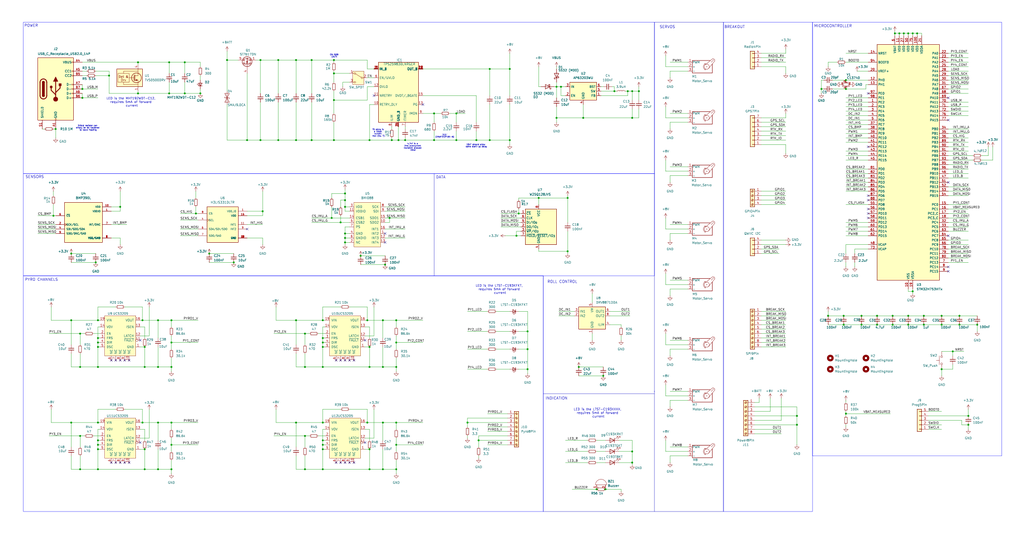
<source format=kicad_sch>
(kicad_sch (version 20250114) (generator "eeschema") (generator_version "9.0")
  (paper "User" 584.2 304.8)
  (title_block (title "Aurora Orbiton Edition") (rev "R1") (company "TTB Aerospace, Phillips Exeter Academy"))
  (lib_symbols
    (symbol "BMP390L:BMP390L" (pin_names (offset 1.016))
      (property "Reference" "U" (at -0.762 13.97 0))
      (property "Value" "BMP390L" (at -15.24 -15.24 0))
      (symbol "BMP390L_0_0"
        (pin input line (at -16.51 5.08 0) (length 5.08) (name "~{CS}") (number "6"))
        (pin input clock (at -16.51 0 0) (length 5.08) (name "SCK/SCL") (number "2"))
        (pin bidirectional line (at -16.51 -2.54 0) (length 5.08) (name "SDI/SDO/SDA") (number "4"))
        (pin bidirectional line (at -16.51 -5.08 0) (length 5.08) (name "SDO/DNC/SA0") (number "5"))
        (pin power_in line (at 15.24 10.16 180) (length 5.08) (name "VDD") (number "10"))
        (pin power_in line (at 15.24 7.62 180) (length 5.08) (name "VDDIO") (number "1"))
        (pin output line (at 15.24 0 180) (length 5.08) (name "INT/DNC") (number "7"))
        (pin power_in line (at 15.24 -7.62 180) (length 5.08) (name "VSS/GND") (number "3"))
        (pin power_in line (at 15.24 -7.62 180) (length 5.08) (name "VSS/GND") (number "8"))
        (pin power_in line (at 15.24 -7.62 180) (length 5.08) (name "VSS/GND") (number "9"))
      )
    )
    (symbol "Connector:Screw_Terminal_01x04" (pin_names (offset 1.016) (hide yes))
      (property "Reference" "J" (at 0 5.08 0))
      (property "Value" "Screw_Terminal_01x04" (at 0 -7.62 0))
      (symbol "Screw_Terminal_01x04_1_1"
        (pin passive line (at -5.08 2.54 0) (length 3.81) (name "Pin_1") (number "1"))
        (pin passive line (at -5.08 0 0) (length 3.81) (name "Pin_2") (number "2"))
        (pin passive line (at -5.08 -2.54 0) (length 3.81) (name "Pin_3") (number "3"))
        (pin passive line (at -5.08 -5.08 0) (length 3.81) (name "Pin_4") (number "4"))
      )
    )
    (symbol "Connector:Screw_Terminal_01x08" (pin_names (offset 1.016) (hide yes))
      (property "Reference" "J" (at 0 10.16 0))
      (property "Value" "Screw_Terminal_01x08" (at 0 -12.7 0))
      (symbol "Screw_Terminal_01x08_1_1"
        (pin passive line (at -5.08 7.62 0) (length 3.81) (name "Pin_1") (number "1"))
        (pin passive line (at -5.08 5.08 0) (length 3.81) (name "Pin_2") (number "2"))
        (pin passive line (at -5.08 2.54 0) (length 3.81) (name "Pin_3") (number "3"))
        (pin passive line (at -5.08 0 0) (length 3.81) (name "Pin_4") (number "4"))
        (pin passive line (at -5.08 -2.54 0) (length 3.81) (name "Pin_5") (number "5"))
        (pin passive line (at -5.08 -5.08 0) (length 3.81) (name "Pin_6") (number "6"))
        (pin passive line (at -5.08 -7.62 0) (length 3.81) (name "Pin_7") (number "7"))
        (pin passive line (at -5.08 -10.16 0) (length 3.81) (name "Pin_8") (number "8"))
      )
    )
    (symbol "Connector:Screw_Terminal_01x09" (pin_names (offset 1.016) (hide yes))
      (property "Reference" "J" (at 0 12.7 0))
      (property "Value" "Screw_Terminal_01x09" (at 0 -12.7 0))
      (symbol "Screw_Terminal_01x09_1_1"
        (pin passive line (at -5.08 10.16 0) (length 3.81) (name "Pin_1") (number "1"))
        (pin passive line (at -5.08 7.62 0) (length 3.81) (name "Pin_2") (number "2"))
        (pin passive line (at -5.08 5.08 0) (length 3.81) (name "Pin_3") (number "3"))
        (pin passive line (at -5.08 2.54 0) (length 3.81) (name "Pin_4") (number "4"))
        (pin passive line (at -5.08 0 0) (length 3.81) (name "Pin_5") (number "5"))
        (pin passive line (at -5.08 -2.54 0) (length 3.81) (name "Pin_6") (number "6"))
        (pin passive line (at -5.08 -5.08 0) (length 3.81) (name "Pin_7") (number "7"))
        (pin passive line (at -5.08 -7.62 0) (length 3.81) (name "Pin_8") (number "8"))
        (pin passive line (at -5.08 -10.16 0) (length 3.81) (name "Pin_9") (number "9"))
      )
    )
    (symbol "Connector:USB_C_Receptacle_USB2.0_14P" (pin_names (offset 1.016))
      (property "Reference" "J" (at 0 22.225 0))
      (property "Value" "USB_C_Receptacle_USB2.0_14P" (at 0 19.685 0))
      (symbol "USB_C_Receptacle_USB2.0_14P_1_1"
        (pin passive line (at -7.62 -22.86 90) (length 5.08) (name "SHIELD") (number "S1"))
        (pin passive line (at 0 -22.86 90) (length 5.08) (name "GND") (number "A1"))
        (pin passive line (at 0 -22.86 90) (length 5.08) (hide yes) (name "GND") (number "A12"))
        (pin passive line (at 0 -22.86 90) (length 5.08) (hide yes) (name "GND") (number "B1"))
        (pin passive line (at 0 -22.86 90) (length 5.08) (hide yes) (name "GND") (number "B12"))
        (pin passive line (at 15.24 15.24 180) (length 5.08) (name "VBUS") (number "A4"))
        (pin passive line (at 15.24 15.24 180) (length 5.08) (hide yes) (name "VBUS") (number "A9"))
        (pin passive line (at 15.24 15.24 180) (length 5.08) (hide yes) (name "VBUS") (number "B4"))
        (pin passive line (at 15.24 15.24 180) (length 5.08) (hide yes) (name "VBUS") (number "B9"))
        (pin bidirectional line (at 15.24 10.16 180) (length 5.08) (name "CC1") (number "A5"))
        (pin bidirectional line (at 15.24 7.62 180) (length 5.08) (name "CC2") (number "B5"))
        (pin bidirectional line (at 15.24 2.54 180) (length 5.08) (name "D-") (number "A7"))
        (pin bidirectional line (at 15.24 0 180) (length 5.08) (name "D-") (number "B7"))
        (pin bidirectional line (at 15.24 -2.54 180) (length 5.08) (name "D+") (number "A6"))
        (pin bidirectional line (at 15.24 -5.08 180) (length 5.08) (name "D+") (number "B6"))
      )
    )
    (symbol "Connector_Generic:Conn_01x04" (pin_names (offset 1.016) (hide yes))
      (property "Reference" "J" (at 0 5.08 0))
      (property "Value" "Conn_01x04" (at 0 -7.62 0))
      (symbol "Conn_01x04_1_1"
        (pin passive line (at -5.08 2.54 0) (length 3.81) (name "Pin_1") (number "1"))
        (pin passive line (at -5.08 0 0) (length 3.81) (name "Pin_2") (number "2"))
        (pin passive line (at -5.08 -2.54 0) (length 3.81) (name "Pin_3") (number "3"))
        (pin passive line (at -5.08 -5.08 0) (length 3.81) (name "Pin_4") (number "4"))
      )
    )
    (symbol "Connector_Generic:Conn_01x05" (pin_names (offset 1.016) (hide yes))
      (property "Reference" "J" (at 0 7.62 0))
      (property "Value" "Conn_01x05" (at 0 -7.62 0))
      (symbol "Conn_01x05_1_1"
        (pin passive line (at -5.08 5.08 0) (length 3.81) (name "Pin_1") (number "1"))
        (pin passive line (at -5.08 2.54 0) (length 3.81) (name "Pin_2") (number "2"))
        (pin passive line (at -5.08 0 0) (length 3.81) (name "Pin_3") (number "3"))
        (pin passive line (at -5.08 -2.54 0) (length 3.81) (name "Pin_4") (number "4"))
        (pin passive line (at -5.08 -5.08 0) (length 3.81) (name "Pin_5") (number "5"))
      )
    )
    (symbol "Connector_Generic:Conn_01x07" (pin_names (offset 1.016) (hide yes))
      (property "Reference" "J" (at 0 10.16 0))
      (property "Value" "Conn_01x07" (at 0 -10.16 0))
      (symbol "Conn_01x07_1_1"
        (pin passive line (at -5.08 7.62 0) (length 3.81) (name "Pin_1") (number "1"))
        (pin passive line (at -5.08 5.08 0) (length 3.81) (name "Pin_2") (number "2"))
        (pin passive line (at -5.08 2.54 0) (length 3.81) (name "Pin_3") (number "3"))
        (pin passive line (at -5.08 0 0) (length 3.81) (name "Pin_4") (number "4"))
        (pin passive line (at -5.08 -2.54 0) (length 3.81) (name "Pin_5") (number "5"))
        (pin passive line (at -5.08 -5.08 0) (length 3.81) (name "Pin_6") (number "6"))
        (pin passive line (at -5.08 -7.62 0) (length 3.81) (name "Pin_7") (number "7"))
      )
    )
    (symbol "Device:Buzzer" (pin_names (offset 0.0254) (hide yes))
      (property "Reference" "BZ" (at 3.81 1.27 0))
      (property "Value" "Buzzer" (at 3.81 -1.27 0))
      (symbol "Buzzer_1_1"
        (pin passive line (at -2.54 2.54 0) (length 2.54) (name "+") (number "1"))
        (pin passive line (at -2.54 -2.54 0) (length 2.54) (name "-") (number "2"))
      )
    )
    (symbol "Device:C_Small" (pin_numbers (hide yes)) (pin_names (offset 0.254) (hide yes))
      (property "Reference" "C" (at 0.254 1.778 0))
      (property "Value" "C_Small" (at 0.254 -2.032 0))
      (symbol "C_Small_1_1"
        (pin passive line (at 0 2.54 270) (length 2.032) (name "~") (number "1"))
        (pin passive line (at 0 -2.54 90) (length 2.032) (name "~") (number "2"))
      )
    )
    (symbol "Device:Crystal_GND24_Small" (pin_names (offset 1.016) (hide yes))
      (property "Reference" "Y" (at 1.27 4.445 0))
      (property "Value" "Crystal_GND24_Small" (at 1.27 2.54 0))
      (symbol "Crystal_GND24_Small_1_1"
        (pin passive line (at -2.54 0 0) (length 1.27) (name "1") (number "1"))
        (pin passive line (at 0 2.54 270) (length 0.635) (name "4") (number "4"))
        (pin passive line (at 0 -2.54 90) (length 0.635) (name "2") (number "2"))
        (pin passive line (at 2.54 0 180) (length 1.27) (name "3") (number "3"))
      )
    )
    (symbol "Device:D_Schottky" (pin_numbers (hide yes)) (pin_names (offset 1.016) (hide yes))
      (property "Reference" "D" (at 0 2.54 0))
      (property "Value" "D_Schottky" (at 0 -2.54 0))
      (symbol "D_Schottky_1_1"
        (pin passive line (at -3.81 0 0) (length 2.54) (name "K") (number "1"))
        (pin passive line (at 3.81 0 180) (length 2.54) (name "A") (number "2"))
      )
    )
    (symbol "Device:LED" (pin_numbers (hide yes)) (pin_names (offset 1.016) (hide yes))
      (property "Reference" "D" (at 0 2.54 0))
      (property "Value" "LED" (at 0 -2.54 0))
      (symbol "LED_1_1"
        (pin passive line (at -3.81 0 0) (length 2.54) (name "K") (number "1"))
        (pin passive line (at 3.81 0 180) (length 2.54) (name "A") (number "2"))
      )
    )
    (symbol "Device:LED_Small" (pin_numbers (hide yes)) (pin_names (offset 0.254) (hide yes))
      (property "Reference" "D" (at -1.27 3.175 0))
      (property "Value" "LED_Small" (at -4.445 -2.54 0))
      (symbol "LED_Small_1_1"
        (pin passive line (at -2.54 0 0) (length 1.778) (name "K") (number "1"))
        (pin passive line (at 2.54 0 180) (length 1.778) (name "A") (number "2"))
      )
    )
    (symbol "Device:L_Small" (pin_numbers (hide yes)) (pin_names (offset 0.254) (hide yes))
      (property "Reference" "L" (at 0.762 1.016 0))
      (property "Value" "L_Small" (at 0.762 -1.016 0))
      (symbol "L_Small_1_1"
        (pin passive line (at 0 2.54 270) (length 0.508) (name "~") (number "1"))
        (pin passive line (at 0 -2.54 90) (length 0.508) (name "~") (number "2"))
      )
    )
    (symbol "Device:R_Small" (pin_numbers (hide yes)) (pin_names (offset 0.254) (hide yes))
      (property "Reference" "R" (at 0.762 0.508 0))
      (property "Value" "R_Small" (at 0.762 -1.016 0))
      (symbol "R_Small_1_1"
        (pin passive line (at 0 2.54 270) (length 0.762) (name "~") (number "1"))
        (pin passive line (at 0 -2.54 90) (length 0.762) (name "~") (number "2"))
      )
    )
    (symbol "Diode:SMAJ9.0CA" (pin_numbers (hide yes)) (pin_names (offset 1.016) (hide yes))
      (property "Reference" "D" (at 0 2.54 0))
      (property "Value" "SMAJ9.0CA" (at 0 -2.54 0))
      (symbol "SMAJ9.0CA_1_1"
        (pin passive line (at -3.81 0 0) (length 2.54) (name "A1") (number "1"))
        (pin passive line (at 3.81 0 180) (length 2.54) (name "A2") (number "2"))
      )
    )
    (symbol "Driver_Motor:DRV8871DDA"
      (property "Reference" "U" (at -6.35 6.35 0))
      (property "Value" "DRV8871DDA" (at 8.89 6.35 0))
      (symbol "DRV8871DDA_1_1"
        (pin input line (at -10.16 2.54 0) (length 2.54) (name "IN1") (number "3"))
        (pin input line (at -10.16 0 0) (length 2.54) (name "IN2") (number "2"))
        (pin power_in line (at 0 7.62 270) (length 2.54) (name "VM") (number "5"))
        (pin power_in line (at 0 -10.16 90) (length 2.54) (name "GND") (number "1"))
        (pin passive line (at 0 -10.16 90) (length 2.54) (hide yes) (name "GND") (number "7"))
        (pin passive line (at 0 -10.16 90) (length 2.54) (hide yes) (name "GND") (number "9"))
        (pin output line (at 10.16 2.54 180) (length 2.54) (name "OUT1") (number "6"))
        (pin output line (at 10.16 0 180) (length 2.54) (name "OUT2") (number "8"))
        (pin passive line (at 10.16 -5.08 180) (length 2.54) (name "ILIM") (number "4"))
      )
    )
    (symbol "H3LIS331DLTR:H3LIS331DLTR" (pin_names (offset 1.016))
      (property "Reference" "U4" (at 0 15.24 0))
      (property "Value" "H3LIS331DLTR" (at 0 12.7 0))
      (symbol "H3LIS331DLTR_0_0"
        (pin input line (at -13.97 6.35 0) (length 5.08) (name "CS") (number "8"))
        (pin power_in line (at 13.97 7.62 180) (length 5.08) (name "VDD_IO") (number "1"))
        (pin power_in line (at 13.97 5.08 180) (length 5.08) (name "VDD") (number "14"))
        (pin power_in line (at 13.97 5.08 180) (length 5.08) (name "VDD") (number "15"))
        (pin output line (at 13.97 0 180) (length 5.08) (name "INT1") (number "11"))
        (pin output line (at 13.97 -2.54 180) (length 5.08) (name "INT2") (number "9"))
        (pin power_in line (at 13.97 -7.62 180) (length 5.08) (name "GND") (number "10"))
        (pin power_in line (at 13.97 -7.62 180) (length 5.08) (name "GND") (number "12"))
        (pin power_in line (at 13.97 -7.62 180) (length 5.08) (name "GND") (number "13"))
        (pin power_in line (at 13.97 -7.62 180) (length 5.08) (name "GND") (number "16"))
        (pin power_in line (at 13.97 -7.62 180) (length 5.08) (name "GND") (number "5"))
      )
      (symbol "H3LIS331DLTR_1_0"
        (pin input clock (at -13.97 2.54 0) (length 5.08) (name "SCL") (number "4"))
        (pin bidirectional line (at -13.97 -2.54 0) (length 5.08) (name "SDA/SDI/SDO") (number "6"))
        (pin bidirectional line (at -13.97 -6.35 0) (length 5.08) (name "SDO/SAO") (number "7"))
      )
    )
    (symbol "MCU_ST_STM32H7:STM32H753VITx"
      (property "Reference" "U" (at -17.78 69.85 0))
      (property "Value" "STM32H753VITx" (at 10.16 69.85 0))
      (symbol "STM32H753VITx_1_1"
        (pin input line (at -22.86 63.5 0) (length 5.08) (name "NRST") (number "14"))
        (pin input line (at -22.86 58.42 0) (length 5.08) (name "BOOT0") (number "94"))
        (pin input line (at -22.86 53.34 0) (length 5.08) (name "VREF+") (number "20"))
        (pin bidirectional line (at -22.86 48.26 0) (length 5.08) (name "PH0") (number "12"))
        (pin bidirectional line (at -22.86 45.72 0) (length 5.08) (name "PH1") (number "13"))
        (pin bidirectional line (at -22.86 40.64 0) (length 5.08) (name "PE0") (number "97"))
        (pin bidirectional line (at -22.86 38.1 0) (length 5.08) (name "PE1") (number "98"))
        (pin bidirectional line (at -22.86 35.56 0) (length 5.08) (name "PE2") (number "1"))
        (pin bidirectional line (at -22.86 33.02 0) (length 5.08) (name "PE3") (number "2"))
        (pin bidirectional line (at -22.86 30.48 0) (length 5.08) (name "PE4") (number "3"))
        (pin bidirectional line (at -22.86 27.94 0) (length 5.08) (name "PE5") (number "4"))
        (pin bidirectional line (at -22.86 25.4 0) (length 5.08) (name "PE6") (number "5"))
        (pin bidirectional line (at -22.86 22.86 0) (length 5.08) (name "PE7") (number "37"))
        (pin bidirectional line (at -22.86 20.32 0) (length 5.08) (name "PE8") (number "38"))
        (pin bidirectional line (at -22.86 17.78 0) (length 5.08) (name "PE9") (number "39"))
        (pin bidirectional line (at -22.86 15.24 0) (length 5.08) (name "PE10") (number "40"))
        (pin bidirectional line (at -22.86 12.7 0) (length 5.08) (name "PE11") (number "41"))
        (pin bidirectional line (at -22.86 10.16 0) (length 5.08) (name "PE12") (number "42"))
        (pin bidirectional line (at -22.86 7.62 0) (length 5.08) (name "PE13") (number "43"))
        (pin bidirectional line (at -22.86 5.08 0) (length 5.08) (name "PE14") (number "44"))
        (pin bidirectional line (at -22.86 2.54 0) (length 5.08) (name "PE15") (number "45"))
        (pin bidirectional line (at -22.86 -2.54 0) (length 5.08) (name "PD0") (number "81"))
        (pin bidirectional line (at -22.86 -5.08 0) (length 5.08) (name "PD1") (number "82"))
        (pin bidirectional line (at -22.86 -7.62 0) (length 5.08) (name "PD2") (number "83"))
        (pin bidirectional line (at -22.86 -10.16 0) (length 5.08) (name "PD3") (number "84"))
        (pin bidirectional line (at -22.86 -12.7 0) (length 5.08) (name "PD4") (number "85"))
        (pin bidirectional line (at -22.86 -15.24 0) (length 5.08) (name "PD5") (number "86"))
        (pin bidirectional line (at -22.86 -17.78 0) (length 5.08) (name "PD6") (number "87"))
        (pin bidirectional line (at -22.86 -20.32 0) (length 5.08) (name "PD7") (number "88"))
        (pin bidirectional line (at -22.86 -22.86 0) (length 5.08) (name "PD8") (number "55"))
        (pin bidirectional line (at -22.86 -25.4 0) (length 5.08) (name "PD9") (number "56"))
        (pin bidirectional line (at -22.86 -27.94 0) (length 5.08) (name "PD10") (number "57"))
        (pin bidirectional line (at -22.86 -30.48 0) (length 5.08) (name "PD11") (number "58"))
        (pin bidirectional line (at -22.86 -33.02 0) (length 5.08) (name "PD12") (number "59"))
        (pin bidirectional line (at -22.86 -35.56 0) (length 5.08) (name "PD13") (number "60"))
        (pin bidirectional line (at -22.86 -38.1 0) (length 5.08) (name "PD14") (number "61"))
        (pin bidirectional line (at -22.86 -40.64 0) (length 5.08) (name "PD15") (number "62"))
        (pin power_out line (at -22.86 -45.72 0) (length 5.08) (name "VCAP") (number "48"))
        (pin power_out line (at -22.86 -48.26 0) (length 5.08) (name "VCAP") (number "73"))
        (pin power_in line (at -7.62 73.66 270) (length 5.08) (name "VBAT") (number "6"))
        (pin power_in line (at -5.08 73.66 270) (length 5.08) (name "VDD") (number "11"))
        (pin power_in line (at -2.54 73.66 270) (length 5.08) (name "VDD") (number "27"))
        (pin power_in line (at 0 73.66 270) (length 5.08) (name "VDD") (number "50"))
        (pin power_in line (at 0 -71.12 90) (length 5.08) (name "VSS") (number "10"))
        (pin passive line (at 0 -71.12 90) (length 5.08) (hide yes) (name "VSS") (number "26"))
        (pin passive line (at 0 -71.12 90) (length 5.08) (hide yes) (name "VSS") (number "49"))
        (pin passive line (at 0 -71.12 90) (length 5.08) (hide yes) (name "VSS") (number "74"))
        (pin passive line (at 0 -71.12 90) (length 5.08) (hide yes) (name "VSS") (number "99"))
        (pin power_in line (at 2.54 73.66 270) (length 5.08) (name "VDD") (number "75"))
        (pin power_in line (at 2.54 -71.12 90) (length 5.08) (name "VSSA") (number "19"))
        (pin power_in line (at 5.08 73.66 270) (length 5.08) (name "VDD") (number "100"))
        (pin power_in line (at 7.62 73.66 270) (length 5.08) (name "VDDA") (number "21"))
        (pin bidirectional line (at 22.86 63.5 180) (length 5.08) (name "PA0") (number "22"))
        (pin bidirectional line (at 22.86 60.96 180) (length 5.08) (name "PA1") (number "23"))
        (pin bidirectional line (at 22.86 58.42 180) (length 5.08) (name "PA2") (number "24"))
        (pin bidirectional line (at 22.86 55.88 180) (length 5.08) (name "PA3") (number "25"))
        (pin bidirectional line (at 22.86 53.34 180) (length 5.08) (name "PA4") (number "28"))
        (pin bidirectional line (at 22.86 50.8 180) (length 5.08) (name "PA5") (number "29"))
        (pin bidirectional line (at 22.86 48.26 180) (length 5.08) (name "PA6") (number "30"))
        (pin bidirectional line (at 22.86 45.72 180) (length 5.08) (name "PA7") (number "31"))
        (pin bidirectional line (at 22.86 43.18 180) (length 5.08) (name "PA8") (number "67"))
        (pin bidirectional line (at 22.86 40.64 180) (length 5.08) (name "PA9") (number "68"))
        (pin bidirectional line (at 22.86 38.1 180) (length 5.08) (name "PA10") (number "69"))
        (pin bidirectional line (at 22.86 35.56 180) (length 5.08) (name "PA11") (number "70"))
        (pin bidirectional line (at 22.86 33.02 180) (length 5.08) (name "PA12") (number "71"))
        (pin bidirectional line (at 22.86 30.48 180) (length 5.08) (name "PA13") (number "72"))
        (pin bidirectional line (at 22.86 27.94 180) (length 5.08) (name "PA14") (number "76"))
        (pin bidirectional line (at 22.86 25.4 180) (length 5.08) (name "PA15") (number "77"))
        (pin bidirectional line (at 22.86 20.32 180) (length 5.08) (name "PB0") (number "34"))
        (pin bidirectional line (at 22.86 17.78 180) (length 5.08) (name "PB1") (number "35"))
        (pin bidirectional line (at 22.86 15.24 180) (length 5.08) (name "PB2") (number "36"))
        (pin bidirectional line (at 22.86 12.7 180) (length 5.08) (name "PB3") (number "89"))
        (pin bidirectional line (at 22.86 10.16 180) (length 5.08) (name "PB4") (number "90"))
        (pin bidirectional line (at 22.86 7.62 180) (length 5.08) (name "PB5") (number "91"))
        (pin bidirectional line (at 22.86 5.08 180) (length 5.08) (name "PB6") (number "92"))
        (pin bidirectional line (at 22.86 2.54 180) (length 5.08) (name "PB7") (number "93"))
        (pin bidirectional line (at 22.86 0 180) (length 5.08) (name "PB8") (number "95"))
        (pin bidirectional line (at 22.86 -2.54 180) (length 5.08) (name "PB9") (number "96"))
        (pin bidirectional line (at 22.86 -5.08 180) (length 5.08) (name "PB10") (number "46"))
        (pin bidirectional line (at 22.86 -7.62 180) (length 5.08) (name "PB11") (number "47"))
        (pin bidirectional line (at 22.86 -10.16 180) (length 5.08) (name "PB12") (number "51"))
        (pin bidirectional line (at 22.86 -12.7 180) (length 5.08) (name "PB13") (number "52"))
        (pin bidirectional line (at 22.86 -15.24 180) (length 5.08) (name "PB14") (number "53"))
        (pin bidirectional line (at 22.86 -17.78 180) (length 5.08) (name "PB15") (number "54"))
        (pin bidirectional line (at 22.86 -22.86 180) (length 5.08) (name "PC0") (number "15"))
        (pin bidirectional line (at 22.86 -25.4 180) (length 5.08) (name "PC1") (number "16"))
        (pin bidirectional line (at 22.86 -27.94 180) (length 5.08) (name "PC2_C") (number "17"))
        (pin bidirectional line (at 22.86 -30.48 180) (length 5.08) (name "PC3_C") (number "18"))
        (pin bidirectional line (at 22.86 -33.02 180) (length 5.08) (name "PC4") (number "32"))
        (pin bidirectional line (at 22.86 -35.56 180) (length 5.08) (name "PC5") (number "33"))
        (pin bidirectional line (at 22.86 -38.1 180) (length 5.08) (name "PC6") (number "63"))
        (pin bidirectional line (at 22.86 -40.64 180) (length 5.08) (name "PC7") (number "64"))
        (pin bidirectional line (at 22.86 -43.18 180) (length 5.08) (name "PC8") (number "65"))
        (pin bidirectional line (at 22.86 -45.72 180) (length 5.08) (name "PC9") (number "66"))
        (pin bidirectional line (at 22.86 -48.26 180) (length 5.08) (name "PC10") (number "78"))
        (pin bidirectional line (at 22.86 -50.8 180) (length 5.08) (name "PC11") (number "79"))
        (pin bidirectional line (at 22.86 -53.34 180) (length 5.08) (name "PC12") (number "80"))
        (pin bidirectional line (at 22.86 -55.88 180) (length 5.08) (name "PC13") (number "7"))
        (pin bidirectional line (at 22.86 -58.42 180) (length 5.08) (name "PC14") (number "8"))
        (pin bidirectional line (at 22.86 -60.96 180) (length 5.08) (name "PC15") (number "9"))
      )
    )
    (symbol "Mechanical:MountingHole" (pin_names (offset 1.016)) (exclude_from_sim yes) (in_bom no)
      (property "Reference" "H" (at 0 5.08 0))
      (property "Value" "MountingHole" (at 0 3.175 0))
    )
    (symbol "Memory_Flash:W25Q128JVS"
      (property "Reference" "U" (at -6.35 11.43 0))
      (property "Value" "W25Q128JVS" (at 7.62 11.43 0))
      (symbol "W25Q128JVS_1_1"
        (pin input line (at -10.16 7.62 0) (length 2.54) (name "~{CS}") (number "1"))
        (pin input line (at -10.16 5.08 0) (length 2.54) (name "CLK") (number "6"))
        (pin bidirectional line (at -10.16 2.54 0) (length 2.54) (name "DI/IO_{0}") (number "5"))
        (pin bidirectional line (at -10.16 0 0) (length 2.54) (name "DO/IO_{1}") (number "2"))
        (pin bidirectional line (at -10.16 -2.54 0) (length 2.54) (name "~{WP}/IO_{2}") (number "3"))
        (pin bidirectional line (at -10.16 -5.08 0) (length 2.54) (name "~{HOLD}/~{RESET}/IO_{3}") (number "7"))
        (pin power_in line (at 0 12.7 270) (length 2.54) (name "VCC") (number "8"))
        (pin power_in line (at 0 -12.7 90) (length 2.54) (name "GND") (number "4"))
      )
    )
    (symbol "Motor:Motor_Servo" (pin_names (offset 0.0254))
      (property "Reference" "M" (at -5.08 4.445 0))
      (property "Value" "Motor_Servo" (at -5.08 -4.064 0))
      (symbol "Motor_Servo_1_1"
        (pin passive line (at -7.62 2.54 0) (length 2.54) (name "PWM") (number "1"))
        (pin passive line (at -7.62 0 0) (length 2.54) (name "+") (number "2"))
        (pin passive line (at -7.62 -2.54 0) (length 2.54) (name "-") (number "3"))
      )
    )
    (symbol "Power_Protection:TVS0500DRV" (pin_names (offset 0) (hide yes))
      (property "Reference" "U" (at 2.54 1.27 0))
      (property "Value" "TVS0500DRV" (at 2.54 -1.27 0))
      (symbol "TVS0500DRV_0_0"
        (text "Det &" (at -8.255 0.635 0) (effects (font (size 1.27 1.27))))
        (text "Drv" (at -8.255 -1.27 0) (effects (font (size 1.27 1.27))))
      )
      (symbol "TVS0500DRV_1_1"
        (pin passive line (at 0 7.62 270) (length 2.54) (name "IN") (number "4"))
        (pin passive line (at 0 7.62 270) (length 2.54) (hide yes) (name "IN") (number "5"))
        (pin passive line (at 0 7.62 270) (length 2.54) (hide yes) (name "IN") (number "6"))
        (pin power_in line (at 0 -7.62 90) (length 2.54) (name "GND") (number "1"))
        (pin passive line (at 0 -7.62 90) (length 2.54) (hide yes) (name "GND") (number "2"))
        (pin passive line (at 0 -7.62 90) (length 2.54) (hide yes) (name "GND") (number "3"))
        (pin passive line (at 0 -7.62 90) (length 2.54) (hide yes) (name "GND") (number "7"))
      )
    )
    (symbol "Regulator_Switching:AP63203WU"
      (property "Reference" "U2" (at 0 10.16 0))
      (property "Value" "AP63203WU" (at 0 7.62 0))
      (symbol "AP63203WU_1_1"
        (pin power_in line (at -10.16 2.54 0) (length 2.54) (name "IN") (number "3"))
        (pin input line (at -10.16 -2.54 0) (length 2.54) (name "EN") (number "2"))
        (pin power_in line (at 0 -7.62 90) (length 2.54) (name "GND") (number "4"))
        (pin passive line (at 10.16 2.54 180) (length 2.54) (name "BST") (number "6"))
        (pin output line (at 10.16 0 180) (length 2.54) (name "SW") (number "5"))
        (pin input line (at 10.16 -2.54 180) (length 2.54) (name "FB") (number "1"))
      )
    )
    (symbol "SW_SPDT_1" (pin_names (offset 0) (hide yes))
      (property "Reference" "SW" (at 0 5.08 0))
      (property "Value" "SW_SPDT" (at 0 -5.08 0))
      (symbol "SW_SPDT_1_1_1"
        (pin passive line (at -5.08 0 0) (length 2.54) (name "B") (number "2"))
        (pin passive line (at 5.08 2.54 180) (length 2.54) (name "A") (number "1"))
        (pin passive line (at 5.08 -2.54 180) (length 2.54) (name "C") (number "3"))
      )
    )
    (symbol "Switch:SW_Push" (pin_numbers (hide yes)) (pin_names (offset 1.016) (hide yes))
      (property "Reference" "SW" (at 1.27 2.54 0))
      (property "Value" "SW_Push" (at 0 -1.524 0))
      (symbol "SW_Push_0_1"
        (pin passive line (at -5.08 0 0) (length 2.54) (name "1") (number "1"))
        (pin passive line (at 5.08 0 180) (length 2.54) (name "2") (number "2"))
      )
    )
    (symbol "TBC_Power:UCS3205" (pin_names (offset 1.016))
      (property "Reference" "U" (at 0 11.43 0))
      (property "Value" "UCS3205" (at 0 13.97 0))
      (symbol "UCS3205_1_1"
        (pin power_in line (at -11.43 7.62 0) (length 2.54) (name "VIN") (number "19"))
        (pin power_in line (at -11.43 7.62 0) (length 2.54) (hide yes) (name "VOUT") (number "20"))
        (pin power_in line (at -11.43 7.62 0) (length 2.54) (hide yes) (name "VIN") (number "22"))
        (pin input line (at -11.43 3.81 0) (length 2.54) (name "VOV") (number "14"))
        (pin input line (at -11.43 0 0) (length 2.54) (name "EN") (number "2"))
        (pin input line (at -11.43 -2.54 0) (length 2.54) (name "FRS") (number "3"))
        (pin input line (at -11.43 -5.08 0) (length 2.54) (name "DIR") (number "4"))
        (pin input line (at -11.43 -7.62 0) (length 2.54) (name "DSC") (number "5"))
        (pin no_connect line (at -5.08 -15.24 90) (length 2.54) (name "NC") (number "6"))
        (pin no_connect line (at -2.54 -15.24 90) (length 2.54) (name "NC") (number "7"))
        (pin no_connect line (at 0 -15.24 90) (length 2.54) (name "NC") (number "8"))
        (pin no_connect line (at 2.54 -15.24 90) (length 2.54) (name "NC") (number "9"))
        (pin no_connect line (at 5.08 -15.24 90) (length 2.54) (name "NC") (number "10"))
        (pin power_out line (at 11.43 7.62 180) (length 2.54) (name "VOUT") (number "16"))
        (pin power_out line (at 11.43 7.62 180) (length 2.54) (hide yes) (name "VOUT") (number "17"))
        (pin power_out line (at 11.43 7.62 180) (length 2.54) (hide yes) (name "VOUT") (number "21"))
        (pin output line (at 11.43 3.81 180) (length 2.54) (name "ISEN") (number "13"))
        (pin output line (at 11.43 -1.27 180) (length 2.54) (name "LATCH") (number "12"))
        (pin output inverted (at 11.43 -3.81 180) (length 2.54) (name "~{FAULT}") (number "11"))
        (pin power_in line (at 11.43 -7.62 180) (length 2.54) (name "GND") (number "1"))
        (pin power_in line (at 11.43 -7.62 180) (length 2.54) (hide yes) (name "GND") (number "15"))
      )
    )
    (symbol "TBC_Sensors:BMI088" (pin_names (offset 1.016))
      (property "Reference" "U" (at 0 16.51 0))
      (property "Value" "BMI088" (at 0 13.97 0))
      (symbol "BMI088_1_1"
        (pin power_in line (at -10.16 10.16 0) (length 2.54) (name "VDD") (number "3"))
        (pin power_in line (at -10.16 7.62 0) (length 2.54) (name "VDDIO") (number "11"))
        (pin input line (at -10.16 3.81 0) (length 2.54) (name "CSB1") (number "14"))
        (pin input line (at -10.16 1.27 0) (length 2.54) (name "CSB2") (number "5"))
        (pin input line (at -10.16 -1.27 0) (length 2.54) (name "PS") (number "7"))
        (pin power_in line (at -10.16 -5.08 0) (length 2.54) (name "GND") (number "4"))
        (pin power_in line (at -10.16 -7.62 0) (length 2.54) (name "GNDIO") (number "6"))
        (pin passive line (at -10.16 -10.16 0) (length 2.54) (name "NC") (number "2"))
        (pin input line (at 10.16 10.16 180) (length 2.54) (name "SCK") (number "8"))
        (pin bidirectional line (at 10.16 7.62 180) (length 2.54) (name "SDI") (number "9"))
        (pin bidirectional line (at 10.16 3.81 180) (length 2.54) (name "SDO1") (number "15"))
        (pin bidirectional line (at 10.16 1.27 180) (length 2.54) (name "SDO2") (number "10"))
        (pin bidirectional line (at 10.16 -2.54 180) (length 2.54) (name "INT1") (number "16"))
        (pin bidirectional line (at 10.16 -5.08 180) (length 2.54) (name "INT2") (number "1"))
        (pin output line (at 10.16 -7.62 180) (length 2.54) (name "INT3") (number "12"))
        (pin output line (at 10.16 -10.16 180) (length 2.54) (name "INT4") (number "13"))
      )
    )
    (symbol "TPS259830LNRGER:TPS259830LNRGER"
      (property "Reference" "IC2" (at 20.828 2.54 0))
      (property "Value" "TPS259830LNRGER" (at 20.828 0.254 0))
      (symbol "TPS259830LNRGER_1_1"
        (pin passive line (at 6.35 -2.54 0) (length 2.54) (name "IN_1") (number "1"))
        (pin passive line (at 6.35 -2.54 0) (length 2.54) (name "IN_4") (number "16"))
        (pin passive line (at 6.35 -2.54 0) (length 2.54) (name "IN_2") (number "2"))
        (pin passive line (at 6.35 -2.54 0) (length 2.54) (name "IN_5") (number "25"))
        (pin passive line (at 6.35 -2.54 0) (length 2.54) (name "IN_3") (number "3"))
        (pin passive line (at 6.35 -7.62 0) (length 2.54) (name "EN/UVLO") (number "6"))
        (pin passive line (at 6.35 -12.7 0) (length 2.54) (name "OVLO") (number "12"))
        (pin passive line (at 6.35 -17.78 0) (length 2.54) (name "NRETRY") (number "11"))
        (pin passive line (at 6.35 -22.86 0) (length 2.54) (name "RETRY_DLY") (number "10"))
        (pin passive line (at 16.51 -35.56 90) (length 2.54) (name "ILIM") (number "8"))
        (pin passive line (at 20.32 -35.56 90) (length 2.54) (name "GND_3") (number "14"))
        (pin passive line (at 20.32 -35.56 90) (length 2.54) (name "GND_4") (number "26"))
        (pin passive line (at 20.32 -35.56 90) (length 2.54) (name "GND_1") (number "4"))
        (pin passive line (at 20.32 -35.56 90) (length 2.54) (name "GND_2") (number "5"))
        (pin passive line (at 24.13 -35.56 90) (length 2.54) (name "ITIMER") (number "7"))
        (pin passive line (at 34.29 -2.54 180) (length 2.54) (name "OUT_1") (number "17"))
        (pin passive line (at 34.29 -2.54 180) (length 2.54) (name "OUT_2") (number "18"))
        (pin passive line (at 34.29 -2.54 180) (length 2.54) (name "OUT_3") (number "19"))
        (pin passive line (at 34.29 -2.54 180) (length 2.54) (name "OUT_4") (number "20"))
        (pin passive line (at 34.29 -2.54 180) (length 2.54) (name "OUT_5") (number "21"))
        (pin passive line (at 34.29 -2.54 180) (length 2.54) (name "OUT_6") (number "22"))
        (pin passive line (at 34.29 -2.54 180) (length 2.54) (name "OUT_7") (number "23"))
        (pin passive line (at 34.29 -2.54 180) (length 2.54) (name "OUT_8") (number "24"))
        (pin passive line (at 34.29 -17.78 180) (length 2.54) (name "DVDT/_BGATE") (number "15"))
        (pin passive line (at 34.29 -22.86 180) (length 2.54) (name "PG") (number "13"))
        (pin passive line (at 34.29 -27.94 180) (length 2.54) (name "IMON") (number "9"))
      )
    )
    (symbol "Transistor_FET:Si7617DN" (pin_names (hide yes))
      (property "Reference" "Q" (at 5.08 1.905 0))
      (property "Value" "Si7617DN" (at 5.08 0 0))
      (symbol "Si7617DN_1_1"
        (pin input line (at -5.08 0 0) (length 2.54) (name "G") (number "4"))
        (pin passive line (at 2.54 5.08 270) (length 2.54) (name "D") (number "5"))
        (pin passive line (at 2.54 -5.08 90) (length 2.54) (name "S") (number "1"))
        (pin passive line (at 2.54 -5.08 90) (length 2.54) (hide yes) (name "S") (number "2"))
        (pin passive line (at 2.54 -5.08 90) (length 2.54) (hide yes) (name "S") (number "3"))
      )
    )
    (symbol "power:+3.3V" (power) (pin_numbers (hide yes)) (pin_names (offset 0) (hide yes))
      (property "Value" "+3.3V" (at 0 3.556 0))
      (symbol "+3.3V_1_1"
        (pin power_in line (at 0 0 90) (length 0) (name "~") (number "1"))
      )
    )
    (symbol "power:+8V" (power) (pin_numbers (hide yes)) (pin_names (offset 0) (hide yes))
      (property "Value" "+8V" (at 0 3.556 0))
      (symbol "+8V_1_1"
        (pin power_in line (at 0 0 90) (length 0) (name "~") (number "1"))
      )
    )
    (symbol "power:+BATT" (power) (pin_numbers (hide yes)) (pin_names (offset 0) (hide yes))
      (property "Value" "+BATT" (at 0 3.556 0))
      (symbol "+BATT_1_1"
        (pin power_in line (at 0 0 90) (length 0) (name "~") (number "1"))
      )
    )
    (symbol "power:GND" (power) (pin_numbers (hide yes)) (pin_names (offset 0) (hide yes))
      (property "Value" "GND" (at 0 -3.81 0))
      (symbol "GND_1_1"
        (pin power_in line (at 0 0 270) (length 0) (name "~") (number "1"))
      )
    )
    (symbol "power:VBUS" (power) (pin_numbers (hide yes)) (pin_names (offset 0) (hide yes))
      (property "Value" "VBUS" (at 0 3.556 0))
      (symbol "VBUS_1_1"
        (pin power_in line (at 0 0 90) (length 0) (name "~") (number "1"))
      )
    )
  )
  (rectangle (start 373.38 12.7) (end 412.75 292.1))
  (rectangle (start 13.335 12.7) (end 373.38 99.06) (stroke (width 0) (color 0 0 255 1)))
  (rectangle (start 412.75 12.7) (end 463.55 292.1) (stroke (width 0) (color 0 0 255 1)))
  (rectangle (start 463.55 12.7) (end 571.5 260.35) (stroke (width 0) (color 0 0 255 1)))
  (rectangle (start 13.335 157.48) (end 309.88 292.1) (stroke (width 0) (color 0 0 255 1)))
  (rectangle (start 13.335 99.06) (end 373.38 157.48) (stroke (width 0) (color 0 0 255 1)))
  (text "LED is the LTST-C193XXXX, \nrequires 5mA of forward \ncurrent\n\n" (at 341.376 236.982 0) (effects (font (size 1.27 1.27))))
  (text "SENSORS\n\n" (at 19.812 102.362 0) (effects (font (size 1.524 1.524))))
  (text "BREAKOUT\n" (at 419.1 15.494 0) (effects (font (size 1.524 1.524))))
  (text "LED is the MHT192WDT-C12, \nrequires 5mA of forward \ncurrent\n\n" (at 75.184 59.436 0) (effects (font (size 1.27 1.27))))
  (text "4.7nF is a \n2ms overcurrent \ntransient allowed \ntimer" (at 235.712 84.074 0) (effects (font (size 0.762 0.762))))
  (text "MICROCONTROLLER\n" (at 475.234 14.986 0) (effects (font (size 1.524 1.524))))
  (text "Shield resistor can \nsimply be de-soldered \nto leave floating\n" (at 50.292 73.152 0) (effects (font (size 0.762 0.762))))
  (text "10nF should allow \nsome start-up delay\n" (at 271.78 83.312 0) (effects (font (size 0.762 0.762))))
  (text "OV: 8.8V\nUV:7V\n" (at 190.754 32.004 0) (effects (font (size 0.762 0.762))))
  (text "3.3/\n(19.6*243*10E-6)\n" (at 253.746 77.724 0) (effects (font (size 0.762 0.762))))
  (text "75 ohms is \na 19.6A \ncurrent \nmax (Eq. 7)\n" (at 215.9 75.946 0) (effects (font (size 0.762 0.762))))
  (text "LED is the LTST-C193KFKT, \nrequires 5mA of forward \ncurrent\n\n" (at 285.242 166.37 0) (effects (font (size 1.27 1.27))))
  (text "DATA\n" (at 251.46 101.346 0) (effects (font (size 1.524 1.524))))
  (text "SERVOS\n\n" (at 380.746 16.764 0) (effects (font (size 1.524 1.524))))
  (text "ROLL CONTROL\n" (at 320.802 161.036 0) (effects (font (size 1.524 1.524))))
  (text "PYRO CHANNELS\n\n" (at 23.622 161.036 0) (effects (font (size 1.524 1.524))))
  (text "INDICATION\n" (at 317.5 227.584 0) (effects (font (size 1.524 1.524))))
  (text "POWER" (at 17.78 14.732 0) (effects (font (size 1.524 1.524))))
  (junction (at 55.88 198.12))
  (junction (at 148.59 80.01))
  (junction (at 523.24 19.05))
  (junction (at 177.8 34.29))
  (junction (at 205.74 146.05))
  (junction (at 97.79 241.3))
  (junction (at 323.85 143.51))
  (junction (at 54.61 149.86))
  (junction (at 78.74 53.34))
  (junction (at 119.38 144.78))
  (junction (at 45.72 267.97))
  (junction (at 231.14 80.01))
  (junction (at 149.86 120.65))
  (junction (at 481.33 180.34))
  (junction (at 300.99 189.23))
  (junction (at 364.49 52.07))
  (junction (at 513.08 19.05))
  (junction (at 482.6 45.72))
  (junction (at 300.99 199.39))
  (junction (at 509.27 180.34))
  (junction (at 537.21 180.34))
  (junction (at 226.06 241.3))
  (junction (at 552.45 242.57))
  (junction (at 96.52 53.34))
  (junction (at 527.05 180.34))
  (junction (at 307.34 113.03))
  (junction (at 114.3 53.34))
  (junction (at 472.44 180.34))
  (junction (at 226.06 254))
  (junction (at 173.99 267.97))
  (junction (at 295.91 121.92))
  (junction (at 184.15 251.46))
  (junction (at 190.5 41.91))
  (junction (at 547.37 185.42))
  (junction (at 40.64 241.3))
  (junction (at 168.91 34.29))
  (junction (at 279.4 39.37))
  (junction (at 68.58 118.11))
  (junction (at 271.78 80.01))
  (junction (at 45.72 209.55))
  (junction (at 518.16 19.05))
  (junction (at 158.75 34.29))
  (junction (at 350.52 52.07))
  (junction (at 184.15 182.88))
  (junction (at 481.33 185.42))
  (junction (at 173.99 248.92))
  (junction (at 140.97 80.01))
  (junction (at 358.14 52.07))
  (junction (at 219.71 151.13))
  (junction (at 360.68 67.31))
  (junction (at 184.15 209.55))
  (junction (at 491.49 185.42))
  (junction (at 500.38 185.42))
  (junction (at 62.23 43.18))
  (junction (at 55.88 193.04))
  (junction (at 177.8 80.01))
  (junction (at 133.35 149.86))
  (junction (at 81.28 182.88))
  (junction (at 300.99 210.82))
  (junction (at 168.91 182.88))
  (junction (at 90.17 182.88))
  (junction (at 226.06 267.97))
  (junction (at 518.16 185.42))
  (junction (at 552.45 237.49))
  (junction (at 209.55 182.88))
  (junction (at 210.82 198.12))
  (junction (at 173.99 209.55))
  (junction (at 247.65 80.01))
  (junction (at 168.91 241.3))
  (junction (at 97.79 267.97))
  (junction (at 218.44 241.3))
  (junction (at 96.52 35.56))
  (junction (at 184.15 241.3))
  (junction (at 184.15 256.54))
  (junction (at 196.85 133.35))
  (junction (at 454.66 237.49))
  (junction (at 543.56 200.66))
  (junction (at 82.55 209.55))
  (junction (at 168.91 80.01))
  (junction (at 184.15 198.12))
  (junction (at 518.16 180.34))
  (junction (at 247.65 64.77))
  (junction (at 323.85 113.03))
  (junction (at 45.72 190.5))
  (junction (at 55.88 209.55))
  (junction (at 55.88 251.46))
  (junction (at 105.41 35.56))
  (junction (at 78.74 35.56))
  (junction (at 340.36 279.4))
  (junction (at 90.17 267.97))
  (junction (at 105.41 53.34))
  (junction (at 190.5 34.29))
  (junction (at 184.15 254))
  (junction (at 500.38 180.34))
  (junction (at 97.79 209.55))
  (junction (at 97.79 254))
  (junction (at 226.06 209.55))
  (junction (at 210.82 267.97))
  (junction (at 30.48 123.19))
  (junction (at 290.83 39.37))
  (junction (at 81.28 241.3))
  (junction (at 344.17 214.63))
  (junction (at 55.88 256.54))
  (junction (at 82.55 256.54))
  (junction (at 196.85 138.43))
  (junction (at 82.55 267.97))
  (junction (at 173.99 190.5))
  (junction (at 279.4 80.01))
  (junction (at 55.88 254))
  (junction (at 40.64 182.88))
  (junction (at 520.7 19.05))
  (junction (at 184.15 193.04))
  (junction (at 294.64 134.62))
  (junction (at 290.83 80.01))
  (junction (at 90.17 241.3))
  (junction (at 196.85 110.49))
  (junction (at 273.05 251.46))
  (junction (at 537.21 210.82))
  (junction (at 223.52 80.01))
  (junction (at 520.7 166.37))
  (junction (at 482.6 50.8))
  (junction (at 226.06 195.58))
  (junction (at 46.99 50.8))
  (junction (at 510.54 19.05))
  (junction (at 218.44 209.55))
  (junction (at 210.82 80.01))
  (junction (at 40.64 144.78))
  (junction (at 111.76 121.92))
  (junction (at 491.49 180.34))
  (junction (at 547.37 180.34))
  (junction (at 317.5 67.31))
  (junction (at 209.55 241.3))
  (junction (at 509.27 185.42))
  (junction (at 317.5 49.53))
  (junction (at 218.44 267.97))
  (junction (at 97.79 195.58))
  (junction (at 190.5 80.01))
  (junction (at 196.85 135.89))
  (junction (at 266.7 241.3))
  (junction (at 148.59 34.29))
  (junction (at 184.15 195.58))
  (junction (at 82.55 198.12))
  (junction (at 537.21 185.42))
  (junction (at 332.74 67.31))
  (junction (at 330.2 209.55))
  (junction (at 210.82 256.54))
  (junction (at 55.88 241.3))
  (junction (at 454.66 242.57))
  (junction (at 97.79 182.88))
  (junction (at 360.68 264.16))
  (junction (at 194.31 127))
  (junction (at 226.06 182.88))
  (junction (at 260.35 64.77))
  (junction (at 189.23 124.46))
  (junction (at 90.17 209.55))
  (junction (at 46.99 55.88))
  (junction (at 360.68 257.81))
  (junction (at 345.44 279.4))
  (junction (at 210.82 209.55))
  (junction (at 158.75 80.01))
  (junction (at 55.88 267.97))
  (junction (at 55.88 195.58))
  (junction (at 468.63 50.8))
  (junction (at 482.6 236.22))
  (junction (at 129.54 34.29))
  (junction (at 184.15 267.97))
  (junction (at 31.75 73.66))
  (junction (at 320.04 49.53))
  (junction (at 227.33 80.01))
  (junction (at 515.62 19.05))
  (junction (at 557.53 185.42))
  (junction (at 260.35 80.01))
  (junction (at 360.68 52.07))
  (junction (at 55.88 182.88))
  (junction (at 190.5 57.15))
  (junction (at 527.05 185.42))
  (junction (at 196.85 114.3))
  (junction (at 218.44 182.88))
  (junction (at 222.25 124.46))
  (junction (at 45.72 248.92))
  (junction (at 196.85 118.11))
  (no_connect (at 80.01 252.73))
  (no_connect (at 199.39 264.16))
  (no_connect (at 73.66 205.74))
  (no_connect (at 194.31 205.74))
  (no_connect (at 196.85 205.74))
  (no_connect (at 241.3 59.69))
  (no_connect (at 196.85 264.16))
  (no_connect (at 495.3 124.46))
  (no_connect (at 194.31 264.16))
  (no_connect (at 495.3 53.34))
  (no_connect (at 66.04 205.74))
  (no_connect (at 73.66 264.16))
  (no_connect (at 71.12 205.74))
  (no_connect (at 66.04 264.16))
  (no_connect (at 199.39 205.74))
  (no_connect (at 191.77 264.16))
  (no_connect (at 63.5 205.74))
  (no_connect (at 495.3 111.76))
  (no_connect (at 219.71 138.43))
  (no_connect (at 201.93 264.16))
  (no_connect (at 541.02 55.88))
  (no_connect (at 495.3 83.82))
  (no_connect (at 80.01 194.31))
  (no_connect (at 208.28 194.31))
  (no_connect (at 495.3 121.92))
  (no_connect (at 63.5 264.16))
  (no_connect (at 541.02 104.14))
  (no_connect (at 140.97 130.81))
  (no_connect (at 541.02 152.4))
  (no_connect (at 191.77 205.74))
  (no_connect (at 495.3 119.38))
  (no_connect (at 213.36 54.61))
  (no_connect (at 495.3 114.3))
  (no_connect (at 68.58 264.16))
  (no_connect (at 541.02 134.62))
  (no_connect (at 219.71 133.35))
  (no_connect (at 71.12 264.16))
  (no_connect (at 541.02 68.58))
  (no_connect (at 541.02 154.94))
  (no_connect (at 201.93 205.74))
  (no_connect (at 208.28 252.73))
  (no_connect (at 68.58 205.74))
  (wire (pts (xy 184.15 182.88) (xy 184.15 175.26)))
  (wire (pts (xy 347.98 180.34) (xy 359.41 180.34)))
  (wire (pts (xy 184.15 193.04) (xy 184.15 195.58)))
  (wire (pts (xy 168.91 241.3) (xy 168.91 255.27)))
  (wire (pts (xy 158.75 34.29) (xy 168.91 34.29)))
  (wire (pts (xy 231.14 72.39) (xy 231.14 73.66)))
  (wire (pts (xy 541.02 83.82) (xy 552.45 83.82)))
  (wire (pts (xy 541.02 66.04) (xy 552.45 66.04)))
  (wire (pts (xy 392.43 100.33) (xy 382.27 100.33)))
  (wire (pts (xy 382.27 255.27) (xy 392.43 255.27)))
  (wire (pts (xy 78.74 35.56) (xy 78.74 36.83)))
  (wire (pts (xy 482.6 63.5) (xy 495.3 63.5)))
  (wire (pts (xy 226.06 191.77) (xy 226.06 195.58)))
  (wire (pts (xy 177.8 34.29) (xy 190.5 34.29)))
  (wire (pts (xy 360.68 52.07) (xy 360.68 57.15)))
  (wire (pts (xy 495.3 139.7) (xy 482.6 139.7)))
  (wire (pts (xy 318.77 180.34) (xy 327.66 180.34)))
  (wire (pts (xy 279.4 39.37) (xy 279.4 54.61)))
  (wire (pts (xy 226.06 204.47) (xy 226.06 209.55)))
  (wire (pts (xy 320.04 54.61) (xy 322.58 54.61)))
  (wire (pts (xy 295.91 189.23) (xy 300.99 189.23)))
  (wire (pts (xy 482.6 96.52) (xy 495.3 96.52)))
  (wire (pts (xy 68.58 135.89) (xy 68.58 139.7)))
  (wire (pts (xy 317.5 46.99) (xy 317.5 49.53)))
  (wire (pts (xy 495.3 142.24) (xy 487.68 142.24)))
  (wire (pts (xy 482.6 86.36) (xy 495.3 86.36)))
  (wire (pts (xy 219.71 124.46) (xy 222.25 124.46)))
  (wire (pts (xy 434.34 177.8) (xy 448.31 177.8)))
  (wire (pts (xy 148.59 34.29) (xy 158.75 34.29)))
  (wire (pts (xy 40.64 260.35) (xy 40.64 267.97)))
  (wire (pts (xy 219.71 118.11) (xy 231.14 118.11)))
  (wire (pts (xy 518.16 166.37) (xy 520.7 166.37)))
  (wire (pts (xy 525.78 19.05) (xy 525.78 20.32)))
  (wire (pts (xy 168.91 80.01) (xy 177.8 80.01)))
  (wire (pts (xy 434.34 187.96) (xy 448.31 187.96)))
  (wire (pts (xy 358.14 52.07) (xy 358.14 54.61)))
  (wire (pts (xy 158.75 80.01) (xy 168.91 80.01)))
  (wire (pts (xy 482.6 88.9) (xy 495.3 88.9)))
  (wire (pts (xy 353.06 251.46) (xy 360.68 251.46)))
  (wire (pts (xy 552.45 242.57) (xy 552.45 245.11)))
  (wire (pts (xy 295.91 121.92) (xy 297.18 121.92)))
  (wire (pts (xy 102.87 134.62) (xy 113.03 134.62)))
  (wire (pts (xy 266.7 238.76) (xy 266.7 241.3)))
  (wire (pts (xy 194.31 123.19) (xy 194.31 127)))
  (wire (pts (xy 46.99 55.88) (xy 55.88 55.88)))
  (wire (pts (xy 30.48 109.22) (xy 30.48 111.76)))
  (wire (pts (xy 382.27 199.39) (xy 382.27 203.2)))
  (wire (pts (xy 278.13 246.38) (xy 289.56 246.38)))
  (wire (pts (xy 45.72 190.5) (xy 48.26 190.5)))
  (wire (pts (xy 199.39 46.99) (xy 195.58 46.99)))
  (wire (pts (xy 472.44 185.42) (xy 481.33 185.42)))
  (wire (pts (xy 105.41 53.34) (xy 114.3 53.34)))
  (wire (pts (xy 472.44 177.8) (xy 472.44 180.34)))
  (wire (pts (xy 317.5 49.53) (xy 317.5 55.88)))
  (wire (pts (xy 382.27 165.1) (xy 382.27 168.91)))
  (wire (pts (xy 510.54 19.05) (xy 513.08 19.05)))
  (wire (pts (xy 231.14 78.74) (xy 231.14 80.01)))
  (wire (pts (xy 114.3 50.8) (xy 114.3 53.34)))
  (wire (pts (xy 218.44 267.97) (xy 226.06 267.97)))
  (wire (pts (xy 529.59 240.03) (xy 548.64 240.03)))
  (wire (pts (xy 85.09 233.68) (xy 85.09 250.19)))
  (wire (pts (xy 541.02 119.38) (xy 552.45 119.38)))
  (wire (pts (xy 114.3 35.56) (xy 114.3 38.1)))
  (wire (pts (xy 226.06 267.97) (xy 226.06 270.51)))
  (wire (pts (xy 190.5 52.07) (xy 190.5 57.15)))
  (wire (pts (xy 119.38 144.78) (xy 133.35 144.78)))
  (wire (pts (xy 448.31 64.77) (xy 448.31 67.31)))
  (wire (pts (xy 97.79 262.89) (xy 97.79 267.97)))
  (wire (pts (xy 482.6 45.72) (xy 495.3 45.72)))
  (wire (pts (xy 317.5 60.96) (xy 317.5 67.31)))
  (wire (pts (xy 360.68 52.07) (xy 364.49 52.07)))
  (wire (pts (xy 541.02 93.98) (xy 552.45 93.98)))
  (wire (pts (xy 326.39 279.4) (xy 340.36 279.4)))
  (wire (pts (xy 392.43 228.6) (xy 382.27 228.6)))
  (wire (pts (xy 543.56 210.82) (xy 537.21 210.82)))
  (wire (pts (xy 260.35 74.93) (xy 260.35 80.01)))
  (wire (pts (xy 360.68 257.81) (xy 360.68 264.16)))
  (wire (pts (xy 364.49 52.07) (xy 364.49 57.15)))
  (wire (pts (xy 68.58 118.11) (xy 68.58 120.65)))
  (wire (pts (xy 208.28 245.11) (xy 210.82 245.11)))
  (wire (pts (xy 210.82 198.12) (xy 210.82 209.55)))
  (wire (pts (xy 392.43 133.35) (xy 382.27 133.35)))
  (wire (pts (xy 290.83 54.61) (xy 290.83 39.37)))
  (wire (pts (xy 199.39 133.35) (xy 196.85 133.35)))
  (wire (pts (xy 210.82 186.69) (xy 210.82 193.04)))
  (wire (pts (xy 222.25 127) (xy 222.25 124.46)))
  (wire (pts (xy 90.17 241.3) (xy 90.17 251.46)))
  (wire (pts (xy 111.76 118.11) (xy 111.76 121.92)))
  (wire (pts (xy 184.15 175.26) (xy 194.31 175.26)))
  (wire (pts (xy 353.06 264.16) (xy 360.68 264.16)))
  (wire (pts (xy 119.38 149.86) (xy 133.35 149.86)))
  (wire (pts (xy 323.85 143.51) (xy 323.85 144.78)))
  (wire (pts (xy 184.15 251.46) (xy 184.15 254)))
  (wire (pts (xy 541.02 106.68) (xy 552.45 106.68)))
  (wire (pts (xy 97.79 204.47) (xy 97.79 209.55)))
  (wire (pts (xy 434.34 33.02) (xy 448.31 33.02)))
  (wire (pts (xy 140.97 123.19) (xy 149.86 123.19)))
  (wire (pts (xy 543.56 200.66) (xy 549.91 200.66)))
  (wire (pts (xy 434.34 193.04) (xy 448.31 193.04)))
  (wire (pts (xy 379.73 219.71) (xy 379.73 226.06)))
  (wire (pts (xy 208.28 182.88) (xy 209.55 182.88)))
  (wire (pts (xy 57.15 245.11) (xy 55.88 245.11)))
  (wire (pts (xy 62.23 43.18) (xy 62.23 53.34)))
  (wire (pts (xy 85.09 175.26) (xy 85.09 191.77)))
  (wire (pts (xy 210.82 59.69) (xy 210.82 80.01)))
  (wire (pts (xy 168.91 267.97) (xy 173.99 267.97)))
  (wire (pts (xy 392.43 199.39) (xy 382.27 199.39)))
  (wire (pts (xy 45.72 267.97) (xy 55.88 267.97)))
  (wire (pts (xy 190.5 34.29) (xy 190.5 35.56)))
  (wire (pts (xy 445.77 227.33) (xy 445.77 240.03)))
  (wire (pts (xy 529.59 242.57) (xy 537.21 242.57)))
  (wire (pts (xy 430.53 237.49) (xy 454.66 237.49)))
  (wire (pts (xy 518.16 19.05) (xy 520.7 19.05)))
  (wire (pts (xy 434.34 77.47) (xy 448.31 77.47)))
  (wire (pts (xy 273.05 248.92) (xy 273.05 251.46)))
  (wire (pts (xy 177.8 34.29) (xy 177.8 53.34)))
  (wire (pts (xy 168.91 34.29) (xy 168.91 53.34)))
  (wire (pts (xy 354.33 185.42) (xy 354.33 186.69)))
  (wire (pts (xy 184.15 267.97) (xy 210.82 267.97)))
  (wire (pts (xy 271.78 54.61) (xy 271.78 69.85)))
  (wire (pts (xy 541.02 96.52) (xy 552.45 96.52)))
  (wire (pts (xy 55.88 198.12) (xy 57.15 198.12)))
  (wire (pts (xy 541.02 127) (xy 552.45 127)))
  (wire (pts (xy 97.79 182.88) (xy 97.79 186.69)))
  (wire (pts (xy 218.44 209.55) (xy 226.06 209.55)))
  (wire (pts (xy 454.66 242.57) (xy 454.66 254)))
  (wire (pts (xy 541.02 101.6) (xy 552.45 101.6)))
  (wire (pts (xy 520.7 19.05) (xy 523.24 19.05)))
  (wire (pts (xy 71.12 233.68) (xy 81.28 233.68)))
  (wire (pts (xy 184.15 209.55) (xy 210.82 209.55)))
  (wire (pts (xy 434.34 144.78) (xy 444.5 144.78)))
  (wire (pts (xy 190.5 40.64) (xy 190.5 41.91)))
  (wire (pts (xy 520.7 166.37) (xy 520.7 167.64)))
  (wire (pts (xy 219.71 135.89) (xy 231.14 135.89)))
  (wire (pts (xy 285.75 127) (xy 297.18 127)))
  (wire (pts (xy 290.83 59.69) (xy 290.83 80.01)))
  (wire (pts (xy 90.17 241.3) (xy 97.79 241.3)))
  (wire (pts (xy 97.79 182.88) (xy 113.03 182.88)))
  (wire (pts (xy 168.91 182.88) (xy 184.15 182.88)))
  (wire (pts (xy 63.5 128.27) (xy 72.39 128.27)))
  (wire (pts (xy 105.41 35.56) (xy 105.41 41.91)))
  (wire (pts (xy 494.03 48.26) (xy 495.3 48.26)))
  (wire (pts (xy 82.55 186.69) (xy 82.55 193.04)))
  (wire (pts (xy 278.13 254) (xy 289.56 254)))
  (wire (pts (xy 392.43 257.81) (xy 379.73 257.81)))
  (wire (pts (xy 196.85 138.43) (xy 199.39 138.43)))
  (wire (pts (xy 21.59 128.27) (xy 31.75 128.27)))
  (wire (pts (xy 96.52 53.34) (xy 105.41 53.34)))
  (wire (pts (xy 168.91 34.29) (xy 177.8 34.29)))
  (wire (pts (xy 541.02 99.06) (xy 552.45 99.06)))
  (wire (pts (xy 271.78 74.93) (xy 271.78 80.01)))
  (wire (pts (xy 208.28 191.77) (xy 213.36 191.77)))
  (wire (pts (xy 482.6 139.7) (xy 482.6 144.78)))
  (wire (pts (xy 27.94 248.92) (xy 45.72 248.92)))
  (wire (pts (xy 330.2 214.63) (xy 344.17 214.63)))
  (wire (pts (xy 247.65 74.93) (xy 247.65 80.01)))
  (wire (pts (xy 356.87 52.07) (xy 358.14 52.07)))
  (wire (pts (xy 81.28 241.3) (xy 90.17 241.3)))
  (wire (pts (xy 196.85 135.89) (xy 196.85 138.43)))
  (wire (pts (xy 448.31 82.55) (xy 448.31 87.63)))
  (wire (pts (xy 509.27 180.34) (xy 518.16 180.34)))
  (wire (pts (xy 55.88 254) (xy 57.15 254)))
  (wire (pts (xy 82.55 256.54) (xy 82.55 267.97)))
  (wire (pts (xy 482.6 71.12) (xy 495.3 71.12)))
  (wire (pts (xy 27.94 190.5) (xy 45.72 190.5)))
  (wire (pts (xy 563.88 83.82) (xy 563.88 88.9)))
  (wire (pts (xy 24.13 73.66) (xy 25.4 73.66)))
  (wire (pts (xy 382.27 133.35) (xy 382.27 137.16)))
  (wire (pts (xy 541.02 78.74) (xy 552.45 78.74)))
  (wire (pts (xy 199.39 120.65) (xy 196.85 120.65)))
  (wire (pts (xy 541.02 91.44) (xy 554.99 91.44)))
  (wire (pts (xy 173.99 248.92) (xy 176.53 248.92)))
  (wire (pts (xy 55.88 182.88) (xy 57.15 182.88)))
  (wire (pts (xy 439.42 227.33) (xy 439.42 234.95)))
  (wire (pts (xy 472.44 180.34) (xy 481.33 180.34)))
  (wire (pts (xy 195.58 46.99) (xy 195.58 49.53)))
  (wire (pts (xy 173.99 260.35) (xy 173.99 267.97)))
  (wire (pts (xy 177.8 124.46) (xy 189.23 124.46)))
  (wire (pts (xy 434.34 109.22) (xy 448.31 109.22)))
  (wire (pts (xy 190.5 57.15) (xy 209.55 57.15)))
  (wire (pts (xy 205.74 146.05) (xy 219.71 146.05)))
  (wire (pts (xy 111.76 109.22) (xy 111.76 113.03)))
  (wire (pts (xy 226.06 182.88) (xy 226.06 186.69)))
  (wire (pts (xy 448.31 38.1) (xy 448.31 41.91)))
  (wire (pts (xy 434.34 142.24) (xy 444.5 142.24)))
  (wire (pts (xy 97.79 254) (xy 97.79 257.81)))
  (wire (pts (xy 184.15 195.58) (xy 185.42 195.58)))
  (wire (pts (xy 474.98 45.72) (xy 482.6 45.72)))
  (wire (pts (xy 213.36 175.26) (xy 213.36 191.77)))
  (wire (pts (xy 97.79 250.19) (xy 97.79 254)))
  (wire (pts (xy 537.21 185.42) (xy 547.37 185.42)))
  (wire (pts (xy 557.53 185.42) (xy 557.53 189.23)))
  (wire (pts (xy 547.37 185.42) (xy 557.53 185.42)))
  (wire (pts (xy 158.75 58.42) (xy 158.75 80.01)))
  (wire (pts (xy 219.71 120.65) (xy 231.14 120.65)))
  (wire (pts (xy 40.64 201.93) (xy 40.64 209.55)))
  (wire (pts (xy 482.6 73.66) (xy 495.3 73.66)))
  (wire (pts (xy 209.55 175.26) (xy 209.55 182.88)))
  (wire (pts (xy 199.39 118.11) (xy 196.85 118.11)))
  (wire (pts (xy 241.3 64.77) (xy 247.65 64.77)))
  (wire (pts (xy 297.18 132.08) (xy 294.64 132.08)))
  (wire (pts (xy 62.23 40.64) (xy 54.61 40.64)))
  (wire (pts (xy 541.02 137.16) (xy 552.45 137.16)))
  (wire (pts (xy 350.52 52.07) (xy 351.79 52.07)))
  (wire (pts (xy 382.27 128.27) (xy 392.43 128.27)))
  (wire (pts (xy 157.48 182.88) (xy 168.91 182.88)))
  (wire (pts (xy 340.36 264.16) (xy 345.44 264.16)))
  (wire (pts (xy 184.15 245.11) (xy 184.15 251.46)))
  (wire (pts (xy 523.24 19.05) (xy 525.78 19.05)))
  (wire (pts (xy 430.53 234.95) (xy 439.42 234.95)))
  (wire (pts (xy 360.68 264.16) (xy 360.68 265.43)))
  (wire (pts (xy 226.06 195.58) (xy 226.06 199.39)))
  (wire (pts (xy 289.56 238.76) (xy 266.7 238.76)))
  (wire (pts (xy 184.15 256.54) (xy 184.15 267.97)))
  (wire (pts (xy 541.02 33.02) (xy 552.45 33.02)))
  (wire (pts (xy 55.88 198.12) (xy 55.88 209.55)))
  (wire (pts (xy 547.37 180.34) (xy 557.53 180.34)))
  (wire (pts (xy 434.34 72.39) (xy 448.31 72.39)))
  (wire (pts (xy 472.44 35.56) (xy 472.44 38.1)))
  (wire (pts (xy 185.42 186.69) (xy 184.15 186.69)))
  (wire (pts (xy 149.86 135.89) (xy 149.86 139.7)))
  (wire (pts (xy 482.6 76.2) (xy 495.3 76.2)))
  (wire (pts (xy 184.15 198.12) (xy 184.15 209.55)))
  (wire (pts (xy 29.21 233.68) (xy 29.21 241.3)))
  (wire (pts (xy 541.02 139.7) (xy 552.45 139.7)))
  (wire (pts (xy 184.15 241.3) (xy 185.42 241.3)))
  (wire (pts (xy 349.25 49.53) (xy 350.52 49.53)))
  (wire (pts (xy 541.02 109.22) (xy 552.45 109.22)))
  (wire (pts (xy 31.75 73.66) (xy 31.75 78.74)))
  (wire (pts (xy 55.88 245.11) (xy 55.88 251.46)))
  (wire (pts (xy 266.7 177.8) (xy 278.13 177.8)))
  (wire (pts (xy 392.43 38.1) (xy 379.73 38.1)))
  (wire (pts (xy 241.3 54.61) (xy 271.78 54.61)))
  (wire (pts (xy 382.27 40.64) (xy 382.27 44.45)))
  (wire (pts (xy 218.44 182.88) (xy 226.06 182.88)))
  (wire (pts (xy 317.5 67.31) (xy 332.74 67.31)))
  (wire (pts (xy 474.98 50.8) (xy 482.6 50.8)))
  (wire (pts (xy 260.35 64.77) (xy 260.35 69.85)))
  (wire (pts (xy 382.27 223.52) (xy 392.43 223.52)))
  (wire (pts (xy 62.23 40.64) (xy 62.23 43.18)))
  (wire (pts (xy 541.02 30.48) (xy 552.45 30.48)))
  (wire (pts (xy 337.82 167.64) (xy 337.82 172.72)))
  (wire (pts (xy 194.31 114.3) (xy 196.85 114.3)))
  (wire (pts (xy 46.99 40.64) (xy 49.53 40.64)))
  (wire (pts (xy 196.85 135.89) (xy 199.39 135.89)))
  (wire (pts (xy 210.82 209.55) (xy 218.44 209.55)))
  (wire (pts (xy 515.62 19.05) (xy 515.62 20.32)))
  (wire (pts (xy 218.44 256.54) (xy 218.44 267.97)))
  (wire (pts (xy 45.72 201.93) (xy 45.72 209.55)))
  (wire (pts (xy 189.23 113.03) (xy 189.23 110.49)))
  (wire (pts (xy 541.02 38.1) (xy 552.45 38.1)))
  (wire (pts (xy 510.54 19.05) (xy 510.54 20.32)))
  (wire (pts (xy 469.9 45.72) (xy 468.63 45.72)))
  (wire (pts (xy 541.02 81.28) (xy 552.45 81.28)))
  (polyline (pts (xy 309.88 157.48) (xy 309.88 292.1)))
  (wire (pts (xy 491.49 180.34) (xy 500.38 180.34)))
  (wire (pts (xy 57.15 186.69) (xy 55.88 186.69)))
  (wire (pts (xy 40.64 182.88) (xy 55.88 182.88)))
  (wire (pts (xy 219.71 130.81) (xy 231.14 130.81)))
  (wire (pts (xy 434.34 69.85) (xy 448.31 69.85)))
  (wire (pts (xy 40.64 241.3) (xy 40.64 255.27)))
  (wire (pts (xy 316.23 49.53) (xy 317.5 49.53)))
  (wire (pts (xy 90.17 267.97) (xy 97.79 267.97)))
  (wire (pts (xy 379.73 251.46) (xy 379.73 257.81)))
  (wire (pts (xy 209.55 241.3) (xy 218.44 241.3)))
  (wire (pts (xy 541.02 144.78) (xy 552.45 144.78)))
  (wire (pts (xy 541.02 58.42) (xy 552.45 58.42)))
  (wire (pts (xy 194.31 118.11) (xy 194.31 114.3)))
  (wire (pts (xy 189.23 110.49) (xy 196.85 110.49)))
  (wire (pts (xy 360.68 62.23) (xy 360.68 67.31)))
  (wire (pts (xy 184.15 233.68) (xy 194.31 233.68)))
  (wire (pts (xy 290.83 80.01) (xy 279.4 80.01)))
  (wire (pts (xy 266.7 210.82) (xy 278.13 210.82)))
  (wire (pts (xy 210.82 256.54) (xy 210.82 267.97)))
  (wire (pts (xy 181.61 190.5) (xy 185.42 190.5)))
  (wire (pts (xy 541.02 45.72) (xy 552.45 45.72)))
  (wire (pts (xy 434.34 195.58) (xy 448.31 195.58)))
  (wire (pts (xy 181.61 248.92) (xy 185.42 248.92)))
  (wire (pts (xy 256.54 64.77) (xy 260.35 64.77)))
  (wire (pts (xy 279.4 59.69) (xy 279.4 80.01)))
  (wire (pts (xy 482.6 99.06) (xy 495.3 99.06)))
  (wire (pts (xy 71.12 175.26) (xy 81.28 175.26)))
  (wire (pts (xy 53.34 190.5) (xy 57.15 190.5)))
  (wire (pts (xy 482.6 58.42) (xy 495.3 58.42)))
  (wire (pts (xy 434.34 190.5) (xy 448.31 190.5)))
  (wire (pts (xy 96.52 35.56) (xy 96.52 41.91)))
  (wire (pts (xy 148.59 58.42) (xy 148.59 80.01)))
  (wire (pts (xy 82.55 245.11) (xy 82.55 251.46)))
  (wire (pts (xy 289.56 248.92) (xy 273.05 248.92)))
  (wire (pts (xy 285.75 124.46) (xy 297.18 124.46)))
  (wire (pts (xy 55.88 193.04) (xy 55.88 195.58)))
  (wire (pts (xy 55.88 195.58) (xy 57.15 195.58)))
  (wire (pts (xy 80.01 198.12) (xy 82.55 198.12)))
  (wire (pts (xy 434.34 114.3) (xy 448.31 114.3)))
  (wire (pts (xy 157.48 233.68) (xy 157.48 241.3)))
  (wire (pts (xy 81.28 233.68) (xy 81.28 241.3)))
  (wire (pts (xy 184.15 195.58) (xy 184.15 198.12)))
  (wire (pts (xy 487.68 149.86) (xy 487.68 152.4)))
  (wire (pts (xy 300.99 177.8) (xy 300.99 189.23)))
  (wire (pts (xy 80.01 191.77) (xy 85.09 191.77)))
  (wire (pts (xy 323.85 113.03) (xy 323.85 127)))
  (wire (pts (xy 295.91 113.03) (xy 307.34 113.03)))
  (wire (pts (xy 434.34 137.16) (xy 448.31 137.16)))
  (wire (pts (xy 30.48 73.66) (xy 31.75 73.66)))
  (wire (pts (xy 45.72 260.35) (xy 45.72 267.97)))
  (wire (pts (xy 97.79 195.58) (xy 97.79 199.39)))
  (wire (pts (xy 482.6 91.44) (xy 495.3 91.44)))
  (wire (pts (xy 434.34 182.88) (xy 448.31 182.88)))
  (wire (pts (xy 379.73 190.5) (xy 379.73 196.85)))
  (wire (pts (xy 382.27 69.85) (xy 382.27 73.66)))
  (wire (pts (xy 260.35 64.77) (xy 265.43 64.77)))
  (wire (pts (xy 45.72 248.92) (xy 48.26 248.92)))
  (wire (pts (xy 55.88 209.55) (xy 82.55 209.55)))
  (wire (pts (xy 566.42 83.82) (xy 566.42 91.44)))
  (wire (pts (xy 111.76 121.92) (xy 113.03 121.92)))
  (wire (pts (xy 379.73 60.96) (xy 379.73 67.31)))
  (wire (pts (xy 55.88 193.04) (xy 57.15 193.04)))
  (wire (pts (xy 156.21 190.5) (xy 173.99 190.5)))
  (wire (pts (xy 541.02 35.56) (xy 552.45 35.56)))
  (wire (pts (xy 482.6 132.08) (xy 495.3 132.08)))
  (wire (pts (xy 210.82 80.01) (xy 223.52 80.01)))
  (wire (pts (xy 518.16 185.42) (xy 527.05 185.42)))
  (wire (pts (xy 320.04 49.53) (xy 320.04 54.61)))
  (wire (pts (xy 80.01 182.88) (xy 81.28 182.88)))
  (wire (pts (xy 392.43 165.1) (xy 382.27 165.1)))
  (wire (pts (xy 140.97 80.01) (xy 148.59 80.01)))
  (wire (pts (xy 21.59 123.19) (xy 30.48 123.19)))
  (wire (pts (xy 541.02 116.84) (xy 552.45 116.84)))
  (wire (pts (xy 189.23 124.46) (xy 199.39 124.46)))
  (wire (pts (xy 148.59 34.29) (xy 148.59 53.34)))
  (wire (pts (xy 40.64 149.86) (xy 54.61 149.86)))
  (wire (pts (xy 190.5 34.29) (xy 209.55 34.29)))
  (wire (pts (xy 173.99 267.97) (xy 184.15 267.97)))
  (wire (pts (xy 482.6 228.6) (xy 482.6 229.87)))
  (wire (pts (xy 543.56 208.28) (xy 543.56 210.82)))
  (wire (pts (xy 482.6 106.68) (xy 495.3 106.68)))
  (wire (pts (xy 196.85 133.35) (xy 196.85 135.89)))
  (wire (pts (xy 322.58 264.16) (xy 335.28 264.16)))
  (wire (pts (xy 96.52 46.99) (xy 96.52 53.34)))
  (wire (pts (xy 190.5 41.91) (xy 199.39 41.91)))
  (wire (pts (xy 468.63 50.8) (xy 469.9 50.8)))
  (wire (pts (xy 323.85 111.76) (xy 323.85 113.03)))
  (wire (pts (xy 481.33 185.42) (xy 491.49 185.42)))
  (wire (pts (xy 210.82 245.11) (xy 210.82 251.46)))
  (wire (pts (xy 392.43 97.79) (xy 379.73 97.79)))
  (wire (pts (xy 468.63 45.72) (xy 468.63 50.8)))
  (wire (pts (xy 382.27 194.31) (xy 392.43 194.31)))
  (wire (pts (xy 482.6 104.14) (xy 495.3 104.14)))
  (wire (pts (xy 29.21 175.26) (xy 29.21 182.88)))
  (wire (pts (xy 129.54 29.21) (xy 129.54 34.29)))
  (wire (pts (xy 433.07 227.33) (xy 433.07 229.87)))
  (wire (pts (xy 482.6 55.88) (xy 495.3 55.88)))
  (wire (pts (xy 223.52 72.39) (xy 223.52 73.66)))
  (wire (pts (xy 354.33 191.77) (xy 354.33 194.31)))
  (wire (pts (xy 105.41 46.99) (xy 105.41 53.34)))
  (wire (pts (xy 81.28 175.26) (xy 81.28 182.88)))
  (wire (pts (xy 392.43 67.31) (xy 379.73 67.31)))
  (wire (pts (xy 226.06 241.3) (xy 226.06 245.11)))
  (wire (pts (xy 494.03 48.26) (xy 494.03 50.8)))
  (wire (pts (xy 434.34 139.7) (xy 448.31 139.7)))
  (wire (pts (xy 487.68 142.24) (xy 487.68 144.78)))
  (wire (pts (xy 30.48 123.19) (xy 31.75 123.19)))
  (wire (pts (xy 482.6 134.62) (xy 495.3 134.62)))
  (wire (pts (xy 354.33 279.4) (xy 354.33 280.67)))
  (wire (pts (xy 513.08 19.05) (xy 513.08 20.32)))
  (wire (pts (xy 45.72 190.5) (xy 45.72 196.85)))
  (polyline (pts (xy 309.88 292.1) (xy 373.38 292.1)))
  (wire (pts (xy 454.66 237.49) (xy 454.66 242.57)))
  (wire (pts (xy 78.74 35.56) (xy 96.52 35.56)))
  (wire (pts (xy 541.02 76.2) (xy 552.45 76.2)))
  (wire (pts (xy 518.16 166.37) (xy 518.16 165.1)))
  (wire (pts (xy 173.99 201.93) (xy 173.99 209.55)))
  (wire (pts (xy 271.78 80.01) (xy 260.35 80.01)))
  (wire (pts (xy 196.85 114.3) (xy 196.85 118.11)))
  (wire (pts (xy 168.91 241.3) (xy 184.15 241.3)))
  (wire (pts (xy 482.6 236.22) (xy 482.6 237.49)))
  (wire (pts (xy 295.91 119.38) (xy 295.91 121.92)))
  (wire (pts (xy 541.02 111.76) (xy 552.45 111.76)))
  (wire (pts (xy 322.58 257.81) (xy 335.28 257.81)))
  (wire (pts (xy 273.05 251.46) (xy 273.05 255.27)))
  (wire (pts (xy 146.05 34.29) (xy 148.59 34.29)))
  (wire (pts (xy 541.02 63.5) (xy 552.45 63.5)))
  (wire (pts (xy 491.49 185.42) (xy 500.38 185.42)))
  (wire (pts (xy 307.34 38.1) (xy 307.34 49.53)))
  (wire (pts (xy 392.43 196.85) (xy 379.73 196.85)))
  (wire (pts (xy 46.99 43.18) (xy 49.53 43.18)))
  (wire (pts (xy 541.02 53.34) (xy 552.45 53.34)))
  (wire (pts (xy 168.91 201.93) (xy 168.91 209.55)))
  (wire (pts (xy 82.55 267.97) (xy 90.17 267.97)))
  (wire (pts (xy 482.6 116.84) (xy 495.3 116.84)))
  (wire (pts (xy 148.59 80.01) (xy 158.75 80.01)))
  (wire (pts (xy 218.44 182.88) (xy 218.44 193.04)))
  (wire (pts (xy 537.21 214.63) (xy 537.21 210.82)))
  (wire (pts (xy 140.97 41.91) (xy 140.97 80.01)))
  (wire (pts (xy 196.85 107.95) (xy 196.85 110.49)))
  (wire (pts (xy 213.36 59.69) (xy 210.82 59.69)))
  (wire (pts (xy 430.53 240.03) (xy 445.77 240.03)))
  (wire (pts (xy 149.86 120.65) (xy 149.86 123.19)))
  (wire (pts (xy 541.02 142.24) (xy 552.45 142.24)))
  (wire (pts (xy 80.01 256.54) (xy 82.55 256.54)))
  (wire (pts (xy 360.68 67.31) (xy 332.74 67.31)))
  (wire (pts (xy 529.59 234.95) (xy 537.21 234.95)))
  (wire (pts (xy 434.34 185.42) (xy 448.31 185.42)))
  (wire (pts (xy 482.6 149.86) (xy 482.6 152.4)))
  (wire (pts (xy 527.05 185.42) (xy 537.21 185.42)))
  (wire (pts (xy 80.01 245.11) (xy 82.55 245.11)))
  (wire (pts (xy 468.63 50.8) (xy 468.63 53.34)))
  (wire (pts (xy 90.17 182.88) (xy 97.79 182.88)))
  (wire (pts (xy 541.02 60.96) (xy 552.45 60.96)))
  (wire (pts (xy 307.34 113.03) (xy 307.34 116.84)))
  (wire (pts (xy 510.54 17.78) (xy 510.54 19.05)))
  (wire (pts (xy 434.34 80.01) (xy 448.31 80.01)))
  (wire (pts (xy 196.85 120.65) (xy 196.85 118.11)))
  (wire (pts (xy 518.16 19.05) (xy 518.16 20.32)))
  (polyline (pts (xy 373.38 223.266) (xy 373.38 223.774)))
  (wire (pts (xy 482.6 50.8) (xy 494.03 50.8)))
  (wire (pts (xy 300.99 189.23) (xy 300.99 199.39)))
  (wire (pts (xy 434.34 38.1) (xy 448.31 38.1)))
  (wire (pts (xy 283.21 210.82) (xy 290.83 210.82)))
  (wire (pts (xy 364.49 67.31) (xy 364.49 62.23)))
  (wire (pts (xy 317.5 39.37) (xy 317.5 38.1)))
  (wire (pts (xy 353.06 257.81) (xy 360.68 257.81)))
  (wire (pts (xy 158.75 34.29) (xy 158.75 53.34)))
  (wire (pts (xy 157.48 241.3) (xy 168.91 241.3)))
  (wire (pts (xy 209.55 44.45) (xy 213.36 44.45)))
  (wire (pts (xy 208.28 256.54) (xy 210.82 256.54)))
  (wire (pts (xy 529.59 245.11) (xy 537.21 245.11)))
  (wire (pts (xy 68.58 109.22) (xy 68.58 118.11)))
  (wire (pts (xy 129.54 34.29) (xy 129.54 52.07)))
  (wire (pts (xy 482.6 109.22) (xy 495.3 109.22)))
  (wire (pts (xy 209.55 233.68) (xy 209.55 241.3)))
  (wire (pts (xy 30.48 116.84) (xy 30.48 123.19)))
  (wire (pts (xy 347.98 185.42) (xy 354.33 185.42)))
  (wire (pts (xy 537.21 200.66) (xy 543.56 200.66)))
  (wire (pts (xy 53.34 248.92) (xy 57.15 248.92)))
  (wire (pts (xy 266.7 199.39) (xy 278.13 199.39)))
  (wire (pts (xy 190.5 69.85) (xy 190.5 80.01)))
  (wire (pts (xy 500.38 185.42) (xy 509.27 185.42)))
  (wire (pts (xy 231.14 80.01) (xy 247.65 80.01)))
  (wire (pts (xy 541.02 48.26) (xy 552.45 48.26)))
  (wire (pts (xy 392.43 226.06) (xy 379.73 226.06)))
  (wire (pts (xy 307.34 49.53) (xy 308.61 49.53)))
  (wire (pts (xy 168.91 58.42) (xy 168.91 80.01)))
  (wire (pts (xy 231.14 80.01) (xy 227.33 80.01)))
  (wire (pts (xy 307.34 143.51) (xy 323.85 143.51)))
  (wire (pts (xy 295.91 113.03) (xy 295.91 114.3)))
  (wire (pts (xy 63.5 120.65) (xy 68.58 120.65)))
  (wire (pts (xy 543.56 203.2) (xy 543.56 200.66)))
  (wire (pts (xy 241.3 39.37) (xy 279.4 39.37)))
  (wire (pts (xy 222.25 124.46) (xy 231.14 124.46)))
  (wire (pts (xy 295.91 199.39) (xy 300.99 199.39)))
  (wire (pts (xy 226.06 209.55) (xy 226.06 212.09)))
  (wire (pts (xy 434.34 111.76) (xy 448.31 111.76)))
  (wire (pts (xy 434.34 82.55) (xy 448.31 82.55)))
  (wire (pts (xy 190.5 57.15) (xy 190.5 64.77)))
  (wire (pts (xy 392.43 162.56) (xy 379.73 162.56)))
  (wire (pts (xy 482.6 66.04) (xy 495.3 66.04)))
  (wire (pts (xy 430.53 232.41) (xy 454.66 232.41)))
  (wire (pts (xy 226.06 182.88) (xy 241.3 182.88)))
  (wire (pts (xy 382.27 160.02) (xy 392.43 160.02)))
  (wire (pts (xy 196.85 110.49) (xy 196.85 114.3)))
  (wire (pts (xy 208.28 198.12) (xy 210.82 198.12)))
  (wire (pts (xy 209.55 182.88) (xy 218.44 182.88)))
  (wire (pts (xy 208.28 250.19) (xy 213.36 250.19)))
  (wire (pts (xy 199.39 175.26) (xy 209.55 175.26)))
  (wire (pts (xy 173.99 190.5) (xy 173.99 196.85)))
  (wire (pts (xy 337.82 190.5) (xy 337.82 194.31)))
  (wire (pts (xy 168.91 260.35) (xy 168.91 267.97)))
  (wire (pts (xy 379.73 156.21) (xy 379.73 162.56)))
  (wire (pts (xy 208.28 241.3) (xy 209.55 241.3)))
  (wire (pts (xy 62.23 53.34) (xy 78.74 53.34)))
  (wire (pts (xy 560.07 91.44) (xy 566.42 91.44)))
  (wire (pts (xy 226.06 254) (xy 226.06 257.81)))
  (wire (pts (xy 529.59 237.49) (xy 552.45 237.49)))
  (wire (pts (xy 285.75 121.92) (xy 295.91 121.92)))
  (wire (pts (xy 97.79 241.3) (xy 113.03 241.3)))
  (wire (pts (xy 537.21 180.34) (xy 547.37 180.34)))
  (wire (pts (xy 205.74 151.13) (xy 219.71 151.13)))
  (wire (pts (xy 266.7 189.23) (xy 278.13 189.23)))
  (wire (pts (xy 477.52 35.56) (xy 472.44 35.56)))
  (wire (pts (xy 168.91 209.55) (xy 173.99 209.55)))
  (wire (pts (xy 102.87 130.81) (xy 113.03 130.81)))
  (wire (pts (xy 40.64 267.97) (xy 45.72 267.97)))
  (wire (pts (xy 129.54 80.01) (xy 140.97 80.01)))
  (wire (pts (xy 320.04 49.53) (xy 322.58 49.53)))
  (wire (pts (xy 340.36 257.81) (xy 345.44 257.81)))
  (wire (pts (xy 114.3 43.18) (xy 114.3 45.72)))
  (wire (pts (xy 482.6 236.22) (xy 508 236.22)))
  (wire (pts (xy 273.05 251.46) (xy 289.56 251.46)))
  (wire (pts (xy 332.74 67.31) (xy 332.74 59.69)))
  (wire (pts (xy 189.23 118.11) (xy 189.23 124.46)))
  (wire (pts (xy 548.64 240.03) (xy 548.64 242.57)))
  (wire (pts (xy 294.64 134.62) (xy 297.18 134.62)))
  (wire (pts (xy 430.53 247.65) (xy 445.77 247.65)))
  (wire (pts (xy 78.74 53.34) (xy 96.52 53.34)))
  (wire (pts (xy 78.74 52.07) (xy 78.74 53.34)))
  (wire (pts (xy 513.08 19.05) (xy 515.62 19.05)))
  (wire (pts (xy 323.85 132.08) (xy 323.85 143.51)))
  (wire (pts (xy 266.7 248.92) (xy 266.7 250.19)))
  (wire (pts (xy 488.95 40.64) (xy 495.3 40.64)))
  (wire (pts (xy 434.34 198.12) (xy 448.31 198.12)))
  (wire (pts (xy 226.06 241.3) (xy 241.3 241.3)))
  (wire (pts (xy 97.79 209.55) (xy 97.79 212.09)))
  (wire (pts (xy 82.55 209.55) (xy 90.17 209.55)))
  (wire (pts (xy 482.6 234.95) (xy 482.6 236.22)))
  (wire (pts (xy 317.5 67.31) (xy 317.5 69.85)))
  (wire (pts (xy 330.2 209.55) (xy 344.17 209.55)))
  (wire (pts (xy 552.45 233.68) (xy 552.45 237.49)))
  (wire (pts (xy 208.28 186.69) (xy 210.82 186.69)))
  (wire (pts (xy 294.64 132.08) (xy 294.64 134.62)))
  (wire (pts (xy 482.6 242.57) (xy 482.6 243.84)))
  (wire (pts (xy 177.8 80.01) (xy 190.5 80.01)))
  (wire (pts (xy 129.54 59.69) (xy 129.54 80.01)))
  (wire (pts (xy 55.88 256.54) (xy 55.88 267.97)))
  (wire (pts (xy 184.15 254) (xy 184.15 256.54)))
  (wire (pts (xy 149.86 109.22) (xy 149.86 120.65)))
  (wire (pts (xy 295.91 177.8) (xy 300.99 177.8)))
  (wire (pts (xy 347.98 177.8) (xy 359.41 177.8)))
  (wire (pts (xy 266.7 241.3) (xy 289.56 241.3)))
  (wire (pts (xy 300.99 210.82) (xy 300.99 213.36)))
  (wire (pts (xy 45.72 209.55) (xy 55.88 209.55)))
  (wire (pts (xy 283.21 177.8) (xy 290.83 177.8)))
  (wire (pts (xy 223.52 78.74) (xy 223.52 80.01)))
  (wire (pts (xy 97.79 195.58) (xy 113.03 195.58)))
  (wire (pts (xy 509.27 185.42) (xy 518.16 185.42)))
  (wire (pts (xy 226.06 195.58) (xy 241.3 195.58)))
  (wire (pts (xy 55.88 241.3) (xy 55.88 233.68)))
  (wire (pts (xy 184.15 254) (xy 185.42 254)))
  (wire (pts (xy 55.88 175.26) (xy 66.04 175.26)))
  (wire (pts (xy 55.88 182.88) (xy 55.88 175.26)))
  (wire (pts (xy 434.34 74.93) (xy 448.31 74.93)))
  (wire (pts (xy 382.27 95.25) (xy 392.43 95.25)))
  (wire (pts (xy 266.7 241.3) (xy 266.7 243.84)))
  (wire (pts (xy 273.05 260.35) (xy 273.05 261.62)))
  (wire (pts (xy 541.02 88.9) (xy 554.99 88.9)))
  (wire (pts (xy 382.27 64.77) (xy 392.43 64.77)))
  (wire (pts (xy 300.99 199.39) (xy 300.99 210.82)))
  (wire (pts (xy 184.15 182.88) (xy 185.42 182.88)))
  (wire (pts (xy 173.99 209.55) (xy 184.15 209.55)))
  (wire (pts (xy 482.6 60.96) (xy 495.3 60.96)))
  (wire (pts (xy 392.43 130.81) (xy 379.73 130.81)))
  (wire (pts (xy 430.53 245.11) (xy 445.77 245.11)))
  (wire (pts (xy 54.61 43.18) (xy 62.23 43.18)))
  (wire (pts (xy 560.07 88.9) (xy 563.88 88.9)))
  (wire (pts (xy 102.87 125.73) (xy 113.03 125.73)))
  (wire (pts (xy 55.88 254) (xy 55.88 256.54)))
  (wire (pts (xy 190.5 41.91) (xy 190.5 46.99)))
  (wire (pts (xy 226.06 254) (xy 241.3 254)))
  (wire (pts (xy 518.16 180.34) (xy 527.05 180.34)))
  (wire (pts (xy 226.06 250.19) (xy 226.06 254)))
  (wire (pts (xy 288.29 134.62) (xy 294.64 134.62)))
  (wire (pts (xy 168.91 182.88) (xy 168.91 196.85)))
  (wire (pts (xy 278.13 236.22) (xy 289.56 236.22)))
  (wire (pts (xy 196.85 138.43) (xy 196.85 139.7)))
  (wire (pts (xy 21.59 130.81) (xy 31.75 130.81)))
  (wire (pts (xy 278.13 243.84) (xy 289.56 243.84)))
  (wire (pts (xy 379.73 91.44) (xy 379.73 97.79)))
  (wire (pts (xy 382.27 228.6) (xy 382.27 232.41)))
  (wire (pts (xy 184.15 186.69) (xy 184.15 193.04)))
  (wire (pts (xy 482.6 35.56) (xy 495.3 35.56)))
  (wire (pts (xy 227.33 80.01) (xy 223.52 80.01)))
  (wire (pts (xy 190.5 80.01) (xy 210.82 80.01)))
  (wire (pts (xy 173.99 190.5) (xy 176.53 190.5)))
  (wire (pts (xy 260.35 80.01) (xy 247.65 80.01)))
  (wire (pts (xy 184.15 198.12) (xy 185.42 198.12)))
  (wire (pts (xy 40.64 209.55) (xy 45.72 209.55)))
  (wire (pts (xy 360.68 67.31) (xy 364.49 67.31)))
  (wire (pts (xy 541.02 73.66) (xy 552.45 73.66)))
  (wire (pts (xy 541.02 129.54) (xy 552.45 129.54)))
  (wire (pts (xy 392.43 260.35) (xy 382.27 260.35)))
  (wire (pts (xy 140.97 120.65) (xy 149.86 120.65)))
  (wire (pts (xy 340.36 251.46) (xy 345.44 251.46)))
  (wire (pts (xy 209.55 49.53) (xy 213.36 49.53)))
  (wire (pts (xy 283.21 189.23) (xy 290.83 189.23)))
  (wire (pts (xy 541.02 40.64) (xy 552.45 40.64)))
  (wire (pts (xy 218.44 241.3) (xy 218.44 251.46)))
  (wire (pts (xy 307.34 113.03) (xy 323.85 113.03)))
  (wire (pts (xy 157.48 175.26) (xy 157.48 182.88)))
  (wire (pts (xy 63.5 135.89) (xy 68.58 135.89)))
  (wire (pts (xy 209.55 49.53) (xy 209.55 57.15)))
  (wire (pts (xy 527.05 180.34) (xy 537.21 180.34)))
  (wire (pts (xy 541.02 86.36) (xy 552.45 86.36)))
  (wire (pts (xy 382.27 260.35) (xy 382.27 264.16)))
  (wire (pts (xy 247.65 64.77) (xy 247.65 69.85)))
  (wire (pts (xy 194.31 127) (xy 199.39 127)))
  (wire (pts (xy 226.06 262.89) (xy 226.06 267.97)))
  (wire (pts (xy 290.83 30.48) (xy 290.83 39.37)))
  (wire (pts (xy 185.42 245.11) (xy 184.15 245.11)))
  (wire (pts (xy 290.83 80.01) (xy 290.83 82.55)))
  (polyline (pts (xy 247.65 99.06) (xy 247.65 157.48)))
  (wire (pts (xy 382.27 35.56) (xy 392.43 35.56)))
  (wire (pts (xy 46.99 35.56) (xy 78.74 35.56)))
  (wire (pts (xy 199.39 233.68) (xy 209.55 233.68)))
  (wire (pts (xy 520.7 166.37) (xy 520.7 165.1)))
  (wire (pts (xy 500.38 180.34) (xy 509.27 180.34)))
  (wire (pts (xy 360.68 251.46) (xy 360.68 257.81)))
  (wire (pts (xy 46.99 53.34) (xy 46.99 55.88)))
  (wire (pts (xy 210.82 267.97) (xy 218.44 267.97)))
  (wire (pts (xy 97.79 267.97) (xy 97.79 270.51)))
  (wire (pts (xy 364.49 49.53) (xy 364.49 52.07)))
  (wire (pts (xy 40.64 144.78) (xy 54.61 144.78)))
  (wire (pts (xy 482.6 68.58) (xy 495.3 68.58)))
  (wire (pts (xy 97.79 241.3) (xy 97.79 245.11)))
  (wire (pts (xy 97.79 191.77) (xy 97.79 195.58)))
  (wire (pts (xy 434.34 35.56) (xy 448.31 35.56)))
  (wire (pts (xy 541.02 43.18) (xy 552.45 43.18)))
  (wire (pts (xy 81.28 182.88) (xy 90.17 182.88)))
  (wire (pts (xy 173.99 248.92) (xy 173.99 255.27)))
  (wire (pts (xy 318.77 177.8) (xy 327.66 177.8)))
  (wire (pts (xy 482.6 127) (xy 495.3 127)))
  (wire (pts (xy 46.99 50.8) (xy 55.88 50.8)))
  (wire (pts (xy 209.55 34.29) (xy 209.55 39.37)))
  (wire (pts (xy 541.02 121.92) (xy 552.45 121.92)))
  (wire (pts (xy 392.43 69.85) (xy 382.27 69.85)))
  (wire (pts (xy 358.14 54.61) (xy 342.9 54.61)))
  (wire (pts (xy 430.53 242.57) (xy 454.66 242.57)))
  (wire (pts (xy 434.34 180.34) (xy 448.31 180.34)))
  (wire (pts (xy 213.36 233.68) (xy 213.36 250.19)))
  (wire (pts (xy 156.21 248.92) (xy 173.99 248.92)))
  (wire (pts (xy 90.17 256.54) (xy 90.17 267.97)))
  (wire (pts (xy 129.54 34.29) (xy 135.89 34.29)))
  (wire (pts (xy 482.6 81.28) (xy 495.3 81.28)))
  (wire (pts (xy 209.55 39.37) (xy 213.36 39.37)))
  (wire (pts (xy 219.71 127) (xy 222.25 127)))
  (polyline (pts (xy 309.88 224.79) (xy 373.38 224.79)))
  (wire (pts (xy 184.15 241.3) (xy 184.15 233.68)))
  (wire (pts (xy 184.15 193.04) (xy 185.42 193.04)))
  (wire (pts (xy 482.6 30.48) (xy 495.3 30.48)))
  (wire (pts (xy 515.62 19.05) (xy 518.16 19.05)))
  (wire (pts (xy 541.02 132.08) (xy 552.45 132.08)))
  (wire (pts (xy 140.97 135.89) (xy 149.86 135.89)))
  (wire (pts (xy 55.88 195.58) (xy 55.88 198.12)))
  (wire (pts (xy 218.44 198.12) (xy 218.44 209.55)))
  (wire (pts (xy 80.01 186.69) (xy 82.55 186.69)))
  (wire (pts (xy 541.02 124.46) (xy 552.45 124.46)))
  (wire (pts (xy 541.02 147.32) (xy 552.45 147.32)))
  (wire (pts (xy 40.64 182.88) (xy 40.64 196.85)))
  (wire (pts (xy 227.33 72.39) (xy 227.33 80.01)))
  (wire (pts (xy 342.9 52.07) (xy 350.52 52.07)))
  (wire (pts (xy 218.44 241.3) (xy 226.06 241.3)))
  (wire (pts (xy 184.15 256.54) (xy 185.42 256.54)))
  (wire (pts (xy 454.66 232.41) (xy 454.66 237.49)))
  (wire (pts (xy 21.59 133.35) (xy 31.75 133.35)))
  (wire (pts (xy 382.27 100.33) (xy 382.27 104.14)))
  (wire (pts (xy 96.52 35.56) (xy 105.41 35.56)))
  (wire (pts (xy 379.73 124.46) (xy 379.73 130.81)))
  (wire (pts (xy 45.72 248.92) (xy 45.72 255.27)))
  (wire (pts (xy 55.88 251.46) (xy 55.88 254)))
  (wire (pts (xy 283.21 199.39) (xy 290.83 199.39)))
  (wire (pts (xy 105.41 35.56) (xy 114.3 35.56)))
  (wire (pts (xy 29.21 182.88) (xy 40.64 182.88)))
  (wire (pts (xy 90.17 198.12) (xy 90.17 209.55)))
  (wire (pts (xy 40.64 241.3) (xy 55.88 241.3)))
  (wire (pts (xy 358.14 52.07) (xy 360.68 52.07)))
  (wire (pts (xy 541.02 149.86) (xy 552.45 149.86)))
  (wire (pts (xy 350.52 49.53) (xy 350.52 52.07)))
  (wire (pts (xy 63.5 118.11) (xy 68.58 118.11)))
  (wire (pts (xy 541.02 50.8) (xy 552.45 50.8)))
  (wire (pts (xy 279.4 39.37) (xy 290.83 39.37)))
  (wire (pts (xy 520.7 19.05) (xy 520.7 20.32)))
  (wire (pts (xy 482.6 101.6) (xy 495.3 101.6)))
  (wire (pts (xy 90.17 182.88) (xy 90.17 193.04)))
  (wire (pts (xy 434.34 30.48) (xy 448.31 30.48)))
  (wire (pts (xy 177.8 58.42) (xy 177.8 80.01)))
  (wire (pts (xy 307.34 142.24) (xy 307.34 143.51)))
  (wire (pts (xy 55.88 241.3) (xy 57.15 241.3)))
  (wire (pts (xy 285.75 129.54) (xy 297.18 129.54)))
  (wire (pts (xy 80.01 250.19) (xy 85.09 250.19)))
  (wire (pts (xy 90.17 209.55) (xy 97.79 209.55)))
  (wire (pts (xy 55.88 186.69) (xy 55.88 193.04)))
  (wire (pts (xy 279.4 80.01) (xy 271.78 80.01)))
  (wire (pts (xy 199.39 129.54) (xy 196.85 129.54)))
  (wire (pts (xy 345.44 279.4) (xy 354.33 279.4)))
  (wire (pts (xy 80.01 241.3) (xy 81.28 241.3)))
  (wire (pts (xy 55.88 251.46) (xy 57.15 251.46)))
  (wire (pts (xy 448.31 27.94) (xy 448.31 30.48)))
  (wire (pts (xy 434.34 67.31) (xy 448.31 67.31)))
  (wire (pts (xy 29.21 241.3) (xy 40.64 241.3)))
  (wire (pts (xy 196.85 129.54) (xy 196.85 133.35)))
  (wire (pts (xy 379.73 31.75) (xy 379.73 38.1)))
  (wire (pts (xy 342.9 49.53) (xy 344.17 49.53)))
  (wire (pts (xy 430.53 229.87) (xy 433.07 229.87)))
  (wire (pts (xy 140.97 128.27) (xy 149.86 128.27)))
  (wire (pts (xy 548.64 242.57) (xy 552.45 242.57)))
  (wire (pts (xy 434.34 116.84) (xy 448.31 116.84)))
  (wire (pts (xy 82.55 198.12) (xy 82.55 209.55)))
  (wire (pts (xy 523.24 19.05) (xy 523.24 20.32)))
  (wire (pts (xy 97.79 254) (xy 113.03 254)))
  (wire (pts (xy 177.8 127) (xy 194.31 127)))
  (wire (pts (xy 55.88 267.97) (xy 82.55 267.97)))
  (wire (pts (xy 102.87 121.92) (xy 111.76 121.92)))
  (wire (pts (xy 481.33 180.34) (xy 491.49 180.34)))
  (wire (pts (xy 392.43 40.64) (xy 382.27 40.64)))
  (wire (pts (xy 482.6 129.54) (xy 495.3 129.54)))
  (wire (pts (xy 295.91 210.82) (xy 300.99 210.82)))
  (wire (pts (xy 55.88 256.54) (xy 57.15 256.54)))
  (wire (pts (xy 482.6 78.74) (xy 495.3 78.74)))
  (wire (pts (xy 322.58 251.46) (xy 335.28 251.46)))
  (wire (pts (xy 55.88 233.68) (xy 66.04 233.68)))
  (wire (pts (xy 247.65 64.77) (xy 251.46 64.77)))
  (wire (pts (xy 46.99 48.26) (xy 46.99 50.8)))
  (wire (pts (xy 317.5 49.53) (xy 320.04 49.53)))
  (wire (pts (xy 184.15 251.46) (xy 185.42 251.46)))
  (label "PWM7" (at 483.87 132.08 0))
  (label "PY3_CONT" (at 542.29 30.48 0))
  (label "SENS_MOSI" (at 542.29 48.26 0))
  (label "PWM6" (at 483.87 129.54 0))
  (label "LED_B" (at 543.56 101.6 0))
  (label "INT_HIG" (at 483.87 71.12 0))
  (label "PY2_LED" (at 266.7 189.23 0))
  (label "CS_BMP" (at 21.59 123.19 0))
  (label "SENS_MOSI" (at 102.87 130.81 0))
  (label "CS_FLASH" (at 285.75 121.92 0))
  (label "EN" (at 209.55 44.45 0))
  (label "PWM7" (at 383.54 223.52 0))
  (label "INT_BMP" (at 483.87 78.74 0))
  (label "VBUS" (at 49.53 35.56 0))
  (label "INT_IMU_A" (at 231.14 130.81 180))
  (label "OUT2" (at 445.77 247.65 180))
  (label "PYRO3_V" (at 278.13 246.38 0))
  (label "PWM8" (at 483.87 134.62 0))
  (label "PY4_CONT" (at 232.41 254 0))
  (label "PWM2" (at 483.87 81.28 0))
  (label "SENS_MOSI" (at 231.14 120.65 180))
  (label "PYRO2_V" (at 241.3 182.88 180))
  (label "SWCLK" (at 542.29 66.04 0))
  (label "PY1_LED" (at 483.87 55.88 0))
  (label "RTK_IO" (at 543.56 86.36 0))
  (label "BUZZER" (at 327.66 279.4 0))
  (label "PY3_LED" (at 483.87 60.96 0))
  (label "LOAD" (at 547.37 40.64 180))
  (label "CS_HIG" (at 102.87 121.92 0))
  (label "DC_IN2" (at 318.77 180.34 0))
  (label "GPS_SDA" (at 439.42 72.39 0))
  (label "RTK_IO" (at 439.42 80.01 0))
  (label "GPIO4" (at 542.29 137.16 0))
  (label "RADIO_TX" (at 543.56 96.52 0))
  (label "INT_IMU_A" (at 543.56 73.66 0))
  (label "PY2_EN" (at 543.814 121.92 0))
  (label "INT_HIG" (at 149.86 128.27 180))
  (label "GPIO3" (at 441.96 114.3 0))
  (label "PYRO3_V" (at 113.03 241.3 180))
  (label "GPS_SCL" (at 439.42 69.85 0))
  (label "NRST" (at 483.87 30.48 0))
  (label "PY1_EN" (at 542.29 149.86 0))
  (label "BREAK_MISO" (at 542.29 144.78 0))
  (label "CS_BREAK3" (at 482.6 101.6 0))
  (label "BOOT0" (at 483.87 35.56 0))
  (label "PY4_EN" (at 156.21 248.92 0))
  (label "PY3_LED" (at 266.7 199.39 0))
  (label "USB_P" (at 542.29 60.96 0))
  (label "SWCLK" (at 529.59 245.11 0))
  (label "CS_BREAK3" (at 436.88 190.5 0))
  (label "PYRO1_V" (at 278.13 236.22 0))
  (label "BOOT0" (at 529.59 234.95 0))
  (label "VBAT_MEASURED" (at 508 236.22 180))
  (label "CS_IMU_G" (at 177.8 127 0))
  (label "PY4_EN" (at 542.29 35.56 0))
  (label "DATA_MOSI" (at 543.56 111.76 0))
  (label "BREAK_MISO" (at 436.88 180.34 0))
  (label "SENS_MISO" (at 102.87 134.62 0))
  (label "DC_IN2" (at 483.87 66.04 0))
  (label "PY3_CONT" (at 104.14 254 0))
  (label "CS_BMP" (at 483.87 73.66 0))
  (label "INT_BREAK1" (at 482.6 104.14 0))
  (label "CS_HIG" (at 543.56 78.74 0))
  (label "GPIO1" (at 542.29 53.34 0))
  (label "LED_G" (at 543.56 99.06 0))
  (label "PYRO1_V" (at 113.03 182.88 180))
  (label "PWM8" (at 383.54 255.27 0))
  (label "SENS_SCK" (at 21.59 128.27 0))
  (label "PY3_EN" (at 27.94 248.92 0))
  (label "PYRO4_V" (at 278.13 254 0))
  (label "DC_IN1" (at 483.87 68.58 0))
  (label "BREAK_MOSI" (at 436.88 182.88 0))
  (label "PY1_CONT" (at 104.14 195.58 0))
  (label "INT_IMU_G" (at 231.14 135.89 180))
  (label "PY1_LED" (at 266.7 177.8 0))
  (label "PY1_EN" (at 27.94 190.5 0))
  (label "BREAK_SCK" (at 436.88 177.8 0))
  (label "GPS_SDA" (at 435.61 142.24 0))
  (label "PWM1" (at 383.54 35.56 0))
  (label "GPIO4" (at 441.96 116.84 0))
  (label "PWM2" (at 383.54 64.77 0))
  (label "RADIO_RX" (at 438.15 33.02 0))
  (label "DATA_SCK" (at 285.75 124.46 0))
  (label "CS_FLASH" (at 483.87 116.84 0))
  (label "INT_BREAK3" (at 436.88 198.12 0))
  (label "RTK_RX" (at 439.42 74.93 0))
  (label "GPIO2" (at 542.29 50.8 0))
  (label "OUT1" (at 359.41 177.8 180))
  (label "SENS_MISO" (at 231.14 124.46 180))
  (label "PY1_CONT" (at 543.56 116.84 0))
  (label "NRST" (at 544.83 200.66 0))
  (label "INT_BREAK2" (at 482.6 106.68 0))
  (label "PY2_CONT" (at 232.41 195.58 0))
  (label "LED_G" (at 323.85 257.81 0))
  (label "RTK_RX" (at 543.56 81.28 0))
  (label "PY4_LED" (at 266.7 210.82 0))
  (label "PY4_CONT" (at 542.29 38.1 0))
  (label "BREAK_SCK" (at 542.29 142.24 0))
  (label "SENS_SCK" (at 102.87 125.73 0))
  (label "DATA_MOSI" (at 285.75 127 0))
  (label "INT_BREAK2" (at 436.88 195.58 0))
  (label "LED_B" (at 323.85 264.16 0))
  (label "DATA_MISO" (at 285.75 129.54 0))
  (label "RADIO_TX" (at 438.15 35.56 0))
  (label "GPS_SCL" (at 543.56 88.9 0))
  (label "PY4_LED" (at 483.87 63.5 0))
  (label "GPIO3" (at 542.29 139.7 0))
  (label "SWDIO" (at 529.59 242.57 0))
  (label "PWM3" (at 383.54 95.25 0))
  (label "SENS_MISO" (at 542.29 45.72 0))
  (label "PWM4" (at 383.54 128.27 0))
  (label "CS_IMU_A" (at 177.8 124.46 0))
  (label "CS_BREAK2" (at 482.6 96.52 0))
  (label "LED_R" (at 323.85 251.46 0))
  (label "CS_BREAK1" (at 482.6 99.06 0))
  (label "INT_IMU_G" (at 543.56 76.2 0))
  (label "GPS_SDA" (at 543.56 91.44 0))
  (label "SENS_SCK" (at 231.14 118.11 180))
  (label "RTK_TX" (at 439.42 77.47 0))
  (label "PWM6" (at 383.54 194.31 0))
  (label "USB_P" (at 49.53 55.88 0))
  (label "PWM4" (at 483.87 88.9 0))
  (label "DATA_MISO" (at 543.56 109.22 0))
  (label "OUT1" (at 445.77 245.11 180))
  (label "SENS_SCK" (at 542.29 43.18 0))
  (label "CS_BREAK2" (at 436.88 187.96 0))
  (label "PYRO2_V" (at 278.13 243.84 0))
  (label "PY2_CONT" (at 543.56 124.46 0))
  (label "GPIO2" (at 441.96 111.76 0))
  (label "SWDIO" (at 542.29 63.5 0))
  (label "VBAT_MEASURED" (at 543.56 119.38 0))
  (label "BREAK_MOSI" (at 542.29 147.32 0))
  (label "LED_R" (at 483.87 91.44 0))
  (label "PWM3" (at 483.87 86.36 0))
  (label "BUZZER" (at 543.56 132.08 0))
  (label "PWM1" (at 483.87 76.2 0))
  (label "INT_BREAK1" (at 436.88 193.04 0))
  (label "PY3_EN" (at 542.29 33.02 0))
  (label "OUT2" (at 359.41 180.34 180))
  (label "DATA_SCK" (at 543.56 106.68 0))
  (label "SENS_MOSI" (at 21.59 130.81 0))
  (label "INT_BREAK3" (at 482.6 109.22 0))
  (label "DC_IN1" (at 318.77 177.8 0))
  (label "PWM5" (at 383.54 160.02 0))
  (label "PY2_LED" (at 483.87 58.42 0))
  (label "RTK_TX" (at 543.56 83.82 0))
  (label "PYRO4_V" (at 241.3 241.3 180))
  (label "USB_M" (at 542.29 58.42 0))
  (label "SENS_MISO" (at 21.59 133.35 0))
  (label "PWM5" (at 483.87 127 0))
  (label "PY2_EN" (at 156.21 190.5 0))
  (label "CS_IMU_A" (at 543.56 127 0))
  (label "LOAD" (at 265.43 64.77 180))
  (label "GPS_SCL" (at 435.61 144.78 0))
  (label "CS_BREAK1" (at 436.88 185.42 0))
  (label "GPIO1" (at 441.96 109.22 0))
  (label "CS_IMU_G" (at 543.56 129.54 0))
  (label "USB_M" (at 49.53 50.8 0))
  (label "INT_BMP" (at 72.39 128.27 180))
  (label "RADIO_RX" (at 543.56 93.98 0))
  (symbol (lib_id "Device:C_Small") (at 90.17 254 0) (unit 1)
    (property "Reference" "C46" (at 90.932 252.222 0) (effects (justify left)))
    (property "Value" "10uF" (at 90.678 256.286 0) (effects (justify left)))
    (property "Footprint" "Capacitor_SMD:C_0603_1608Metric" (effects (hide yes)))
    (property "Description" "Unpolarized capacitor, small symbol" (effects (hide yes)))
  )
  (symbol (lib_id "power:+8V") (at 482.6 228.6 0) (unit 1)
    (property "Reference" "#PWR077" (effects (hide yes)))
    (property "Value" "+8V" (at 482.6 223.52 0))
    (property "Description" "Power symbol creates a global label with name \"+8V\"" (effects (hide yes)))
  )
  (symbol (lib_id "Device:C_Small") (at 168.91 257.81 0) (unit 1)
    (property "Reference" "C49" (at 161.29 255.27 0) (effects (justify left)))
    (property "Value" "10uF" (at 161.544 257.556 0) (effects (justify left)))
    (property "Footprint" "Capacitor_SMD:C_0603_1608Metric" (effects (hide yes)))
    (property "Description" "Unpolarized capacitor, small symbol" (effects (hide yes)))
  )
  (symbol (lib_id "Device:C_Small") (at 557.53 182.88 0) (unit 1)
    (property "Reference" "C37" (at 552.196 182.88 0) (effects (justify left)))
    (property "Value" "100nF" (at 558.8 186.69 0) (effects (justify left)))
    (property "Footprint" "Capacitor_SMD:C_0603_1608Metric" (effects (hide yes)))
    (property "Description" "Unpolarized capacitor, small symbol" (effects (hide yes)))
  )
  (symbol (lib_id "power:GND") (at 97.79 270.51 0) (unit 1)
    (property "Reference" "#PWR094" (effects (hide yes)))
    (property "Value" "GND" (at 97.79 275.59 0))
    (property "Description" "Power symbol creates a global label with name \"GND\" , ground" (effects (hide yes)))
  )
  (symbol (lib_id "Device:R_Small") (at 210.82 254 0) (unit 1)
    (property "Reference" "R48" (at 211.836 252.476 0) (effects (justify left)))
    (property "Value" "1k" (at 212.09 254.762 0) (effects (justify left)))
    (property "Footprint" "Resistor_SMD:R_0603_1608Metric" (effects (hide yes)))
    (property "Description" "Resistor, small symbol" (effects (hide yes)))
  )
  (symbol (lib_id "power:GND") (at 290.83 82.55 0) (unit 1)
    (property "Reference" "#PWR023" (effects (hide yes)))
    (property "Value" "GND" (at 290.83 87.63 0))
    (property "Description" "Power symbol creates a global label with name \"GND\" , ground" (effects (hide yes)))
  )
  (symbol (lib_id "TPS259830LNRGER:TPS259830LNRGER") (at 207.01 36.83 0) (unit 1)
    (property "Reference" "IC1" (at 227.838 34.29 0))
    (property "Value" "TPS259830LNRGER" (at 227.838 36.576 0))
    (property "Footprint" "Custom_Assorted:TPS259830LNRGER" (effects (hide yes)))
    (property "Datasheet" "https://www.ti.com/lit/ds/symlink/tps25983.pdf?ts=1706865399425&ref_url=https%253A%252F%252Fwww.mouser.co.uk%252F" (effects (hide yes)))
    (property "Description" "Hot Swap Voltage Controllers 2.7-V to 26-V, 2.7-mO 18-A integrated hot-swap eFuse with current monitor and blocking FET driver 24-VQFN -40 to 125" (effects (hide yes)))
    (property "Height" "1" (effects (hide yes)))
    (property "Mouser Part Number" "595-TPS259830LNRGER" (effects (hide yes)))
    (property "Mouser Price/Stock" "https://www.mouser.co.uk/ProductDetail/Texas-Instruments/TPS259830LNRGER?qs=ST9lo4GX8V0qQkuJUjZDoQ%3D%3D" (effects (hide yes)))
    (property "Manufacturer_Name" "Texas Instruments" (effects (hide yes)))
    (property "Manufacturer_Part_Number" "TPS259830LNRGER" (effects (hide yes)))
  )
  (symbol (lib_id "Device:R_Small") (at 82.55 195.58 0) (unit 1)
    (property "Reference" "R29" (at 83.566 194.056 0) (effects (justify left)))
    (property "Value" "1k" (at 83.82 196.342 0) (effects (justify left)))
    (property "Footprint" "Resistor_SMD:R_0603_1608Metric" (effects (hide yes)))
    (property "Description" "Resistor, small symbol" (effects (hide yes)))
  )
  (symbol (lib_id "power:GND") (at 226.06 212.09 0) (unit 1)
    (property "Reference" "#PWR072" (effects (hide yes)))
    (property "Value" "GND" (at 226.06 217.17 0))
    (property "Description" "Power symbol creates a global label with name \"GND\" , ground" (effects (hide yes)))
  )
  (symbol (lib_id "Device:C_Small") (at 218.44 254 0) (unit 1)
    (property "Reference" "C47" (at 219.202 252.222 0) (effects (justify left)))
    (property "Value" "10uF" (at 218.948 256.286 0) (effects (justify left)))
    (property "Footprint" "Capacitor_SMD:C_0603_1608Metric" (effects (hide yes)))
    (property "Description" "Unpolarized capacitor, small symbol" (effects (hide yes)))
  )
  (symbol (lib_id "power:+8V") (at 307.34 38.1 0) (unit 1)
    (property "Reference" "#PWR06" (effects (hide yes)))
    (property "Value" "+8V" (at 307.34 33.02 0))
    (property "Description" "Power symbol creates a global label with name \"+8V\"" (effects (hide yes)))
  )
  (symbol (lib_id "power:+8V") (at 29.21 175.26 0) (unit 1)
    (property "Reference" "#PWR060" (effects (hide yes)))
    (property "Value" "+8V" (at 28.956 171.196 0))
    (property "Description" "Power symbol creates a global label with name \"+8V\"" (effects (hide yes)))
  )
  (symbol (lib_id "Driver_Motor:DRV8871DDA") (at 337.82 180.34 0) (unit 1)
    (property "Reference" "U8" (at 339.9633 170.18 0) (effects (justify left)))
    (property "Value" "DRV8871DDA" (at 339.9633 172.72 0) (effects (justify left)))
    (property "Footprint" "Package_SO:Texas_HTSOP-8-1EP_3.9x4.9mm_P1.27mm_EP2.95x4.9mm_Mask2.4x3.1mm_ThermalVias" (effects (hide yes)))
    (property "Datasheet" "http://www.ti.com/lit/ds/symlink/drv8871.pdf" (effects (hide yes)))
    (property "Description" "Brushed DC Motor Driver, PWM Control, 45V, 3.6A, Current limiting, HTSOP-8" (effects (hide yes)))
  )
  (symbol (lib_id "Device:R_Small") (at 52.07 43.18 90) (unit 1)
    (property "Reference" "R5" (at 48.26 44.958 90))
    (property "Value" "5.1k" (at 52.578 44.958 90))
    (property "Footprint" "Resistor_SMD:R_0603_1608Metric" (effects (hide yes)))
    (property "Description" "Resistor, small symbol" (effects (hide yes)))
  )
  (symbol (lib_id "power:+3.3V") (at 448.31 27.94 0) (unit 1)
    (property "Reference" "#PWR02" (effects (hide yes)))
    (property "Value" "+3.3V" (at 448.31 22.86 0))
    (property "Description" "Power symbol creates a global label with name \"+3.3V\"" (effects (hide yes)))
  )
  (symbol (lib_id "power:+3.3V") (at 448.31 64.77 0) (unit 1)
    (property "Reference" "#PWR019" (effects (hide yes)))
    (property "Value" "+3.3V" (at 448.31 60.96 0))
    (property "Description" "Power symbol creates a global label with name \"+3.3V\"" (effects (hide yes)))
  )
  (symbol (lib_id "Device:R_Small") (at 226.06 201.93 0) (unit 1)
    (property "Reference" "R35" (at 228.6 200.6599 0) (effects (justify left)))
    (property "Value" "30.1k" (at 228.6 203.1999 0) (effects (justify left)))
    (property "Footprint" "Resistor_SMD:R_0603_1608Metric" (effects (hide yes)))
    (property "Description" "Resistor, small symbol" (effects (hide yes)))
  )
  (symbol (lib_id "Device:C_Small") (at 491.49 182.88 0) (unit 1)
    (property "Reference" "C30" (at 486.918 182.626 0) (effects (justify left)))
    (property "Value" "100nF" (at 490.728 186.944 0) (effects (justify left)))
    (property "Footprint" "Capacitor_SMD:C_0603_1608Metric" (effects (hide yes)))
    (property "Description" "Unpolarized capacitor, small symbol" (effects (hide yes)))
  )
  (symbol (lib_id "Device:R_Small") (at 50.8 248.92 90) (unit 1)
    (property "Reference" "R44" (at 50.8 243.84 90))
    (property "Value" "47" (at 50.8 246.38 90))
    (property "Footprint" "Resistor_SMD:R_0603_1608Metric" (effects (hide yes)))
    (property "Description" "Resistor, small symbol" (effects (hide yes)))
  )
  (symbol (lib_id "power:GND") (at 196.85 139.7 0) (unit 1)
    (property "Reference" "#PWR041" (effects (hide yes)))
    (property "Value" "GND" (at 196.85 144.78 0))
    (property "Description" "Power symbol creates a global label with name \"GND\" , ground" (effects (hide yes)))
  )
  (symbol (lib_id "Device:R_Small") (at 68.58 233.68 90) (unit 1)
    (property "Reference" "R38" (at 64.516 231.14 90))
    (property "Value" "10k" (at 68.58 231.14 90))
    (property "Footprint" "Resistor_SMD:R_0603_1608Metric" (effects (hide yes)))
    (property "Description" "Resistor, small symbol" (effects (hide yes)))
  )
  (symbol (lib_id "power:GND") (at 273.05 261.62 0) (unit 1)
    (property "Reference" "#PWR091" (effects (hide yes)))
    (property "Value" "GND" (at 273.05 266.7 0))
    (property "Description" "Power symbol creates a global label with name \"GND\" , ground" (effects (hide yes)))
  )
  (symbol (lib_id "Motor:Motor_Servo") (at 400.05 162.56 0) (unit 1)
    (property "Reference" "M5" (at 394.97 167.894 0) (effects (justify left)))
    (property "Value" "Motor_Servo" (at 394.97 170.434 0) (effects (justify left)))
    (property "Footprint" "Connector_PinSocket_2.54mm:PinSocket_1x03_P2.54mm_Vertical" (effects (hide yes)))
    (property "Datasheet" "http://forums.parallax.com/uploads/attachments/46831/74481.png" (effects (hide yes)))
    (property "Description" "Servo Motor (Futaba, HiTec, JR connector)" (effects (hide yes)))
  )
  (symbol (lib_id "power:+8V") (at 379.73 124.46 0) (unit 1)
    (property "Reference" "#PWR036" (effects (hide yes)))
    (property "Value" "+8V" (at 379.73 119.38 0))
    (property "Description" "Power symbol creates a global label with name \"+8V\"" (effects (hide yes)))
  )
  (symbol (lib_id "Device:R_Small") (at 226.06 247.65 0) (unit 1)
    (property "Reference" "R43" (at 228.6 246.3799 0) (effects (justify left)))
    (property "Value" "86.6k" (at 228.6 248.9199 0) (effects (justify left)))
    (property "Footprint" "Resistor_SMD:R_0603_1608Metric" (effects (hide yes)))
    (property "Description" "Resistor, small symbol" (effects (hide yes)))
  )
  (symbol (lib_id "Device:C_Small") (at 231.14 76.2 0) (unit 1)
    (property "Reference" "C17" (at 233.68 74.9362 0) (effects (justify left)))
    (property "Value" "47nF" (at 233.68 77.4762 0) (effects (justify left)))
    (property "Footprint" "Capacitor_SMD:C_0603_1608Metric" (effects (hide yes)))
    (property "Description" "Unpolarized capacitor, small symbol" (effects (hide yes)))
  )
  (symbol (lib_id "Device:R_Small") (at 173.99 199.39 0) (unit 1)
    (property "Reference" "R32" (at 176.276 196.85 0) (effects (justify left)))
    (property "Value" "470" (at 176.022 199.136 0) (effects (justify left)))
    (property "Footprint" "Resistor_SMD:R_0603_1608Metric" (effects (hide yes)))
    (property "Description" "Resistor, small symbol" (effects (hide yes)))
  )
  (symbol (lib_id "Device:C_Small") (at 40.64 147.32 0) (unit 1)
    (property "Reference" "C20" (at 43.18 146.0562 0) (effects (justify left)))
    (property "Value" "100nF" (at 43.18 148.5962 0) (effects (justify left)))
    (property "Footprint" "Capacitor_SMD:C_0603_1608Metric" (effects (hide yes)))
    (property "Description" "Unpolarized capacitor, small symbol" (effects (hide yes)))
  )
  (symbol (lib_id "Switch:SW_Push") (at 537.21 205.74 90) (unit 1)
    (property "Reference" "SW2" (at 530.606 202.946 90) (effects (justify right)))
    (property "Value" "SW_Push" (at 526.542 208.788 90) (effects (justify right)))
    (property "Footprint" "Button_Switch_SMD:SW_Push_SPST_NO_Alps_SKRK" (effects (hide yes)))
    (property "Description" "Push button switch, generic, two pins" (effects (hide yes)))
  )
  (symbol (lib_id "Memory_Flash:W25Q128JVS") (at 307.34 129.54 0) (unit 1)
    (property "Reference" "U7" (at 306.578 108.458 0) (effects (justify left)))
    (property "Value" "W25Q128JVS" (at 302.006 110.998 0) (effects (justify left)))
    (property "Footprint" "Package_SO:SOIC-8_5.3x5.3mm_P1.27mm" (effects (hide yes)))
    (property "Datasheet" "https://www.winbond.com/resource-files/w25q128jv_dtr%20revc%2003272018%20plus.pdf" (effects (hide yes)))
    (property "Description" "128Mbit / 16MiB Serial Flash Memory, Standard/Dual/Quad SPI, 2.7-3.6V, SOIC-8" (effects (hide yes)))
  )
  (symbol (lib_id "Connector:Screw_Terminal_01x08") (at 294.64 243.84 0) (unit 1)
    (property "Reference" "J10" (at 297.18 243.8399 0) (effects (justify left)))
    (property "Value" "Pyro8Pin" (at 297.18 246.3799 0) (effects (justify left)))
    (property "Footprint" "TerminalBlock_TE-Connectivity:TerminalBlock_TE_282834-8_1x08_P2.54mm_Horizontal" (effects (hide yes)))
    (property "Description" "Generic screw terminal, single row, 01x08, script generated (kicad-library-utils/schlib/autogen/connector/)" (effects (hide yes)))
  )
  (symbol (lib_id "power:GND") (at 448.31 87.63 0) (unit 1)
    (property "Reference" "#PWR026" (effects (hide yes)))
    (property "Value" "GND" (at 452.374 89.154 0))
    (property "Description" "Power symbol creates a global label with name \"GND\" , ground" (effects (hide yes)))
  )
  (symbol (lib_id "Device:R_Small") (at 52.07 40.64 90) (unit 1)
    (property "Reference" "R3" (at 48.26 38.862 90))
    (property "Value" "5.1k" (at 52.324 38.862 90))
    (property "Footprint" "Resistor_SMD:R_0603_1608Metric" (effects (hide yes)))
    (property "Description" "Resistor, small symbol" (effects (hide yes)))
  )
  (symbol (lib_id "power:GND") (at 195.58 49.53 0) (unit 1)
    (property "Reference" "#PWR014" (effects (hide yes)))
    (property "Value" "GND" (at 195.58 53.086 0))
    (property "Description" "Power symbol creates a global label with name \"GND\" , ground" (effects (hide yes)))
  )
  (symbol (lib_id "power:GND") (at 448.31 41.91 0) (unit 1)
    (property "Reference" "#PWR010" (effects (hide yes)))
    (property "Value" "GND" (at 452.374 43.434 0))
    (property "Description" "Power symbol creates a global label with name \"GND\" , ground" (effects (hide yes)))
  )
  (symbol (lib_id "Device:C_Small") (at 344.17 212.09 0) (unit 1)
    (property "Reference" "C44" (at 346.71 210.8262 0) (effects (justify left)))
    (property "Value" "100nF" (at 346.71 213.3662 0) (effects (justify left)))
    (property "Footprint" "Capacitor_SMD:C_0603_1608Metric" (effects (hide yes)))
    (property "Description" "Unpolarized capacitor, small symbol" (effects (hide yes)))
  )
  (symbol (lib_id "Device:R_Small") (at 342.9 279.4 90) (unit 1)
    (property "Reference" "R56" (at 339.09 281.686 90))
    (property "Value" "1k" (at 342.9 281.686 90))
    (property "Footprint" "Resistor_SMD:R_0603_1608Metric" (effects (hide yes)))
    (property "Description" "Resistor, small symbol" (effects (hide yes)))
  )
  (symbol (lib_id "Device:C_Small") (at 481.33 182.88 0) (unit 1)
    (property "Reference" "C29" (at 476.504 182.88 0) (effects (justify left)))
    (property "Value" "100nF" (at 480.06 186.944 0) (effects (justify left)))
    (property "Footprint" "Capacitor_SMD:C_0603_1608Metric" (effects (hide yes)))
    (property "Description" "Unpolarized capacitor, small symbol" (effects (hide yes)))
  )
  (symbol (lib_id "power:+3.3V") (at 445.77 227.33 0) (unit 1)
    (property "Reference" "#PWR087" (effects (hide yes)))
    (property "Value" "+3.3V" (at 446.024 223.266 0))
    (property "Description" "Power symbol creates a global label with name \"+3.3V\"" (effects (hide yes)))
  )
  (symbol (lib_id "power:+BATT") (at 129.54 29.21 0) (unit 1)
    (property "Reference" "#PWR03" (effects (hide yes)))
    (property "Value" "+BATT" (at 129.54 24.13 0))
    (property "Description" "Power symbol creates a global label with name \"+BATT\"" (effects (hide yes)))
  )
  (symbol (lib_id "Device:R_Small") (at 190.5 67.31 0) (unit 1)
    (property "Reference" "R8" (at 185.166 66.294 0) (effects (justify left)))
    (property "Value" "165k" (at 184.658 68.326 0) (effects (justify left)))
    (property "Footprint" "Resistor_SMD:R_0603_1608Metric" (effects (hide yes)))
    (property "Description" "Resistor, small symbol" (effects (hide yes)))
  )
  (symbol (lib_id "power:GND") (at 354.33 280.67 0) (unit 1)
    (property "Reference" "#PWR097" (effects (hide yes)))
    (property "Value" "GND" (at 354.33 285.75 0))
    (property "Description" "Power symbol creates a global label with name \"GND\" , ground" (effects (hide yes)))
  )
  (symbol (lib_id "power:+3.3V") (at 510.54 17.78 0) (unit 1)
    (property "Reference" "#PWR01" (effects (hide yes)))
    (property "Value" "+3.3V" (at 505.968 16.51 0))
    (property "Description" "Power symbol creates a global label with name \"+3.3V\"" (effects (hide yes)))
  )
  (symbol (lib_id "power:+3.3V") (at 288.29 134.62 90) (unit 1)
    (property "Reference" "#PWR037" (effects (hide yes)))
    (property "Value" "+3.3V" (at 284.48 134.6199 90) (effects (justify left)))
    (property "Description" "Power symbol creates a global label with name \"+3.3V\"" (effects (hide yes)))
  )
  (symbol (lib_id "power:+8V") (at 379.73 31.75 0) (unit 1)
    (property "Reference" "#PWR05" (effects (hide yes)))
    (property "Value" "+8V" (at 379.73 26.67 0))
    (property "Description" "Power symbol creates a global label with name \"+8V\"" (effects (hide yes)))
  )
  (symbol (lib_id "Device:R_Small") (at 114.3 40.64 0) (unit 1)
    (property "Reference" "R4" (at 116.84 39.3699 0) (effects (justify left)))
    (property "Value" "300" (at 116.84 41.9099 0) (effects (justify left)))
    (property "Footprint" "Resistor_SMD:R_0603_1608Metric" (effects (hide yes)))
    (property "Description" "Resistor, small symbol" (effects (hide yes)))
  )
  (symbol (lib_id "Device:C_Small") (at 547.37 182.88 0) (unit 1)
    (property "Reference" "C36" (at 542.036 182.88 0) (effects (justify left)))
    (property "Value" "100nF" (at 546.862 186.944 0) (effects (justify left)))
    (property "Footprint" "Capacitor_SMD:C_0603_1608Metric" (effects (hide yes)))
    (property "Description" "Unpolarized capacitor, small symbol" (effects (hide yes)))
  )
  (symbol (lib_id "Device:R_Small") (at 280.67 177.8 90) (unit 1)
    (property "Reference" "R22" (at 280.67 172.72 90))
    (property "Value" "300" (at 280.67 175.26 90))
    (property "Footprint" "Resistor_SMD:R_0603_1608Metric" (effects (hide yes)))
    (property "Description" "Resistor, small symbol" (effects (hide yes)))
  )
  (symbol (lib_id "power:GND") (at 382.27 264.16 0) (unit 1)
    (property "Reference" "#PWR092" (effects (hide yes)))
    (property "Value" "GND" (at 382.27 269.24 0))
    (property "Description" "Power symbol creates a global label with name \"GND\" , ground" (effects (hide yes)))
  )
  (symbol (lib_id "power:GND") (at 472.44 38.1 0) (unit 1)
    (property "Reference" "#PWR08" (effects (hide yes)))
    (property "Value" "GND" (at 472.44 41.91 0))
    (property "Description" "Power symbol creates a global label with name \"GND\" , ground" (effects (hide yes)))
  )
  (symbol (lib_id "Device:R_Small") (at 97.79 201.93 0) (unit 1)
    (property "Reference" "R34" (at 100.33 200.6599 0) (effects (justify left)))
    (property "Value" "30.1k" (at 100.33 203.1999 0) (effects (justify left)))
    (property "Footprint" "Resistor_SMD:R_0603_1608Metric" (effects (hide yes)))
    (property "Description" "Resistor, small symbol" (effects (hide yes)))
  )
  (symbol (lib_id "power:GND") (at 485.14 48.26 90) (unit 1)
    (property "Reference" "#PWR013" (effects (hide yes)))
    (property "Value" "GND" (at 487.934 48.26 90) (effects (justify right)))
    (property "Description" "Power symbol creates a global label with name \"GND\" , ground" (effects (hide yes)))
  )
  (symbol (lib_id "power:GND") (at 382.27 232.41 0) (unit 1)
    (property "Reference" "#PWR078" (effects (hide yes)))
    (property "Value" "GND" (at 382.27 237.49 0))
    (property "Description" "Power symbol creates a global label with name \"GND\" , ground" (effects (hide yes)))
  )
  (symbol (lib_id "Device:R_Small") (at 223.52 76.2 0) (unit 1)
    (property "Reference" "R11" (at 219.456 75.438 0) (effects (justify left)))
    (property "Value" "75" (at 219.456 77.216 0) (effects (justify left)))
    (property "Footprint" "Resistor_SMD:R_0603_1608Metric" (effects (hide yes)))
    (property "Description" "Resistor, small symbol" (effects (hide yes)))
  )
  (symbol (lib_id "Motor:Motor_Servo") (at 400.05 67.31 0) (unit 1)
    (property "Reference" "M2" (at 394.716 73.152 0) (effects (justify left)))
    (property "Value" "Motor_Servo" (at 394.716 75.692 0) (effects (justify left)))
    (property "Footprint" "Connector_PinSocket_2.54mm:PinSocket_1x03_P2.54mm_Vertical" (effects (hide yes)))
    (property "Datasheet" "http://forums.parallax.com/uploads/attachments/46831/74481.png" (effects (hide yes)))
    (property "Description" "Servo Motor (Futaba, HiTec, JR connector)" (effects (hide yes)))
  )
  (symbol (lib_id "Motor:Motor_Servo") (at 400.05 226.06 0) (unit 1)
    (property "Reference" "M7" (at 394.97 231.14 0) (effects (justify left)))
    (property "Value" "Motor_Servo" (at 394.97 233.68 0) (effects (justify left)))
    (property "Footprint" "Connector_PinSocket_2.54mm:PinSocket_1x03_P2.54mm_Vertical" (effects (hide yes)))
    (property "Datasheet" "http://forums.parallax.com/uploads/attachments/46831/74481.png" (effects (hide yes)))
    (property "Description" "Servo Motor (Futaba, HiTec, JR connector)" (effects (hide yes)))
  )
  (symbol (lib_id "Motor:Motor_Servo") (at 400.05 196.85 0) (unit 1)
    (property "Reference" "M6" (at 394.716 202.692 0) (effects (justify left)))
    (property "Value" "Motor_Servo" (at 394.716 205.232 0) (effects (justify left)))
    (property "Footprint" "Connector_PinSocket_2.54mm:PinSocket_1x03_P2.54mm_Vertical" (effects (hide yes)))
    (property "Datasheet" "http://forums.parallax.com/uploads/attachments/46831/74481.png" (effects (hide yes)))
    (property "Description" "Servo Motor (Futaba, HiTec, JR connector)" (effects (hide yes)))
  )
  (symbol (lib_id "Device:C_Small") (at 552.45 240.03 0) (unit 1)
    (property "Reference" "C45" (at 554.99 238.7662 0) (effects (justify left)))
    (property "Value" "100nF" (at 554.99 241.3062 0) (effects (justify left)))
    (property "Footprint" "Capacitor_SMD:C_0603_1608Metric" (effects (hide yes)))
    (property "Description" "Unpolarized capacitor, small symbol" (effects (hide yes)))
  )
  (symbol (lib_id "Device:R_Small") (at 111.76 115.57 0) (unit 1)
    (property "Reference" "R16" (at 106.934 114.554 0) (effects (justify left)))
    (property "Value" "1k" (at 107.95 116.332 0) (effects (justify left)))
    (property "Footprint" "Resistor_SMD:R_0603_1608Metric" (effects (hide yes)))
    (property "Description" "Resistor, small symbol" (effects (hide yes)))
  )
  (symbol (lib_id "Device:R_Small") (at 247.65 72.39 180) (unit 1)
    (property "Reference" "R9" (at 245.872 71.628 0) (effects (justify left)))
    (property "Value" "680" (at 245.872 73.914 0) (effects (justify left)))
    (property "Footprint" "Resistor_SMD:R_0603_1608Metric" (effects (hide yes)))
    (property "Description" "Resistor, small symbol" (effects (hide yes)))
  )
  (symbol (lib_id "power:GND") (at 487.68 152.4 0) (unit 1)
    (property "Reference" "#PWR053" (effects (hide yes)))
    (property "Value" "GND" (at 487.68 157.48 0))
    (property "Description" "Power symbol creates a global label with name \"GND\" , ground" (effects (hide yes)))
  )
  (symbol (lib_id "power:+BATT") (at 433.07 227.33 0) (unit 1)
    (property "Reference" "#PWR085" (effects (hide yes)))
    (property "Value" "+BATT" (at 431.546 223.266 0))
    (property "Description" "Power symbol creates a global label with name \"+BATT\"" (effects (hide yes)))
  )
  (symbol (lib_id "Device:LED") (at 349.25 264.16 180) (unit 1)
    (property "Reference" "D11" (at 343.662 261.874 0))
    (property "Value" "C193TBKT" (at 350.52 260.858 0))
    (property "Footprint" "Diode_SMD:D_0603_1608Metric" (effects (hide yes)))
    (property "Description" "Light emitting diode" (effects (hide yes)))
    (property "Sim.Pins" "1=K 2=A" (effects (hide yes)))
  )
  (symbol (lib_id "Device:C_Small") (at 54.61 147.32 0) (unit 1)
    (property "Reference" "C21" (at 57.15 146.0562 0) (effects (justify left)))
    (property "Value" "100nF" (at 57.15 148.5962 0) (effects (justify left)))
    (property "Footprint" "Capacitor_SMD:C_0603_1608Metric" (effects (hide yes)))
    (property "Description" "Unpolarized capacitor, small symbol" (effects (hide yes)))
  )
  (symbol (lib_id "power:GND") (at 300.99 213.36 0) (unit 1)
    (property "Reference" "#PWR073" (effects (hide yes)))
    (property "Value" "GND" (at 300.99 218.44 0))
    (property "Description" "Power symbol creates a global label with name \"GND\" , ground" (effects (hide yes)))
  )
  (symbol (lib_id "power:GND") (at 360.68 265.43 0) (unit 1)
    (property "Reference" "#PWR093" (effects (hide yes)))
    (property "Value" "GND" (at 364.236 267.208 0))
    (property "Description" "Power symbol creates a global label with name \"GND\" , ground" (effects (hide yes)))
  )
  (symbol (lib_id "power:GND") (at 31.75 78.74 0) (unit 1)
    (property "Reference" "#PWR022" (effects (hide yes)))
    (property "Value" "GND" (at 35.814 80.772 0))
    (property "Description" "Power symbol creates a global label with name \"GND\" , ground" (effects (hide yes)))
  )
  (symbol (lib_id "power:+3.3V") (at 566.42 83.82 0) (unit 1)
    (property "Reference" "#PWR025" (effects (hide yes)))
    (property "Value" "+3.3V" (at 566.42 79.756 0))
    (property "Description" "Power symbol creates a global label with name \"+3.3V\"" (effects (hide yes)))
  )
  (symbol (lib_id "Device:C_Small") (at 96.52 44.45 0) (unit 1)
    (property "Reference" "C1" (at 97.282 42.672 0) (effects (justify left)))
    (property "Value" "10uF" (at 97.282 46.482 0) (effects (justify left)))
    (property "Footprint" "Capacitor_SMD:C_0603_1608Metric" (effects (hide yes)))
    (property "Description" "Unpolarized capacitor, small symbol" (effects (hide yes)))
  )
  (symbol (lib_id "TBC_Power:UCS3205") (at 196.85 190.5 0) (unit 1)
    (property "Reference" "U10" (at 191.008 179.07 0))
    (property "Value" "UCS3205" (at 197.104 179.07 0))
    (property "Footprint" "TBC_QFN:VQFN19_3.0x3.0mm_2EP" (effects (hide yes)))
  )
  (symbol (lib_id "Device:C_Small") (at 219.71 148.59 0) (unit 1)
    (property "Reference" "C27" (at 222.25 147.3262 0) (effects (justify left)))
    (property "Value" "100nF" (at 222.25 149.8662 0) (effects (justify left)))
    (property "Footprint" "Capacitor_SMD:C_0603_1608Metric" (effects (hide yes)))
    (property "Description" "Unpolarized capacitor, small symbol" (effects (hide yes)))
  )
  (symbol (lib_id "power:GND") (at 114.3 53.34 0) (unit 1)
    (property "Reference" "#PWR016" (effects (hide yes)))
    (property "Value" "GND" (at 114.3 57.404 0))
    (property "Description" "Power symbol creates a global label with name \"GND\" , ground" (effects (hide yes)))
  )
  (symbol (lib_id "Device:C_Small") (at 90.17 195.58 0) (unit 1)
    (property "Reference" "C38" (at 90.932 193.802 0) (effects (justify left)))
    (property "Value" "10uF" (at 90.678 197.866 0) (effects (justify left)))
    (property "Footprint" "Capacitor_SMD:C_0603_1608Metric" (effects (hide yes)))
    (property "Description" "Unpolarized capacitor, small symbol" (effects (hide yes)))
  )
  (symbol (lib_id "Device:R_Small") (at 97.79 260.35 0) (unit 1)
    (property "Reference" "R53" (at 100.33 259.0799 0) (effects (justify left)))
    (property "Value" "30.1k" (at 100.33 261.6199 0) (effects (justify left)))
    (property "Footprint" "Resistor_SMD:R_0603_1608Metric" (effects (hide yes)))
    (property "Description" "Resistor, small symbol" (effects (hide yes)))
  )
  (symbol (lib_id "TBC_Power:UCS3205") (at 68.58 248.92 0) (unit 1)
    (property "Reference" "U11" (at 62.738 237.49 0))
    (property "Value" "UCS3205" (at 68.834 237.49 0))
    (property "Footprint" "TBC_QFN:VQFN19_3.0x3.0mm_2EP" (effects (hide yes)))
  )
  (symbol (lib_id "Device:R_Small") (at 280.67 189.23 90) (unit 1)
    (property "Reference" "R25" (at 280.67 184.15 90))
    (property "Value" "300" (at 280.67 186.69 90))
    (property "Footprint" "Resistor_SMD:R_0603_1608Metric" (effects (hide yes)))
    (property "Description" "Resistor, small symbol" (effects (hide yes)))
  )
  (symbol (lib_id "power:+3.3V") (at 213.36 175.26 0) (unit 1)
    (property "Reference" "#PWR063" (effects (hide yes)))
    (property "Value" "+3.3V" (at 213.36 171.45 0))
    (property "Description" "Power symbol creates a global label with name \"+3.3V\"" (effects (hide yes)))
  )
  (symbol (lib_id "Device:R_Small") (at 266.7 246.38 0) (unit 1)
    (property "Reference" "R41" (at 269.24 245.1099 0) (effects (justify left)))
    (property "Value" "3.3" (at 269.24 247.6499 0) (effects (justify left)))
    (property "Footprint" "Resistor_SMD:R_2512_6332Metric" (effects (hide yes)))
    (property "Description" "Resistor, small symbol" (effects (hide yes)))
  )
  (symbol (lib_id "power:GND") (at 317.5 69.85 0) (unit 1)
    (property "Reference" "#PWR020" (effects (hide yes)))
    (property "Value" "GND" (at 317.5 74.93 0))
    (property "Description" "Power symbol creates a global label with name \"GND\" , ground" (effects (hide yes)))
  )
  (symbol (lib_id "power:+3.3V") (at 364.49 49.53 0) (unit 1)
    (property "Reference" "#PWR015" (effects (hide yes)))
    (property "Value" "+3.3V" (at 364.49 44.45 0))
    (property "Description" "Power symbol creates a global label with name \"+3.3V\"" (effects (hide yes)))
  )
  (symbol (lib_id "Device:R_Small") (at 482.6 240.03 0) (unit 1)
    (property "Reference" "R40" (at 485.14 238.7599 0) (effects (justify left)))
    (property "Value" "50k" (at 485.14 241.2999 0) (effects (justify left)))
    (property "Footprint" "Resistor_SMD:R_0603_1608Metric" (effects (hide yes)))
    (property "Description" "Resistor, small symbol" (effects (hide yes)))
  )
  (symbol (lib_id "power:+8V") (at 379.73 156.21 0) (unit 1)
    (property "Reference" "#PWR054" (effects (hide yes)))
    (property "Value" "+8V" (at 379.73 151.13 0))
    (property "Description" "Power symbol creates a global label with name \"+8V\"" (effects (hide yes)))
  )
  (symbol (lib_id "power:GND") (at 226.06 270.51 0) (unit 1)
    (property "Reference" "#PWR095" (effects (hide yes)))
    (property "Value" "GND" (at 226.06 275.59 0))
    (property "Description" "Power symbol creates a global label with name \"GND\" , ground" (effects (hide yes)))
  )
  (symbol (lib_id "Connector:USB_C_Receptacle_USB2.0_14P") (at 31.75 50.8 0) (unit 1)
    (property "Reference" "J2" (at 31.75 27.94 0))
    (property "Value" "USB_C_Receptacle_USB2.0_14P" (at 36.576 30.734 0))
    (property "Footprint" "Connector_USB:USB_C_Receptacle_HCTL_HC-TYPE-C-16P-01A" (effects (hide yes)))
    (property "Datasheet" "https://www.usb.org/sites/default/files/documents/usb_type-c.zip" (effects (hide yes)))
    (property "Description" "USB 2.0-only 14P Type-C Receptacle connector" (effects (hide yes)))
  )
  (symbol (lib_id "Device:C_Small") (at 168.91 199.39 0) (unit 1)
    (property "Reference" "C41" (at 161.29 196.85 0) (effects (justify left)))
    (property "Value" "10uF" (at 161.544 199.136 0) (effects (justify left)))
    (property "Footprint" "Capacitor_SMD:C_0603_1608Metric" (effects (hide yes)))
    (property "Description" "Unpolarized capacitor, small symbol" (effects (hide yes)))
  )
  (symbol (lib_id "power:GND") (at 382.27 73.66 0) (unit 1)
    (property "Reference" "#PWR021" (effects (hide yes)))
    (property "Value" "GND" (at 382.27 78.74 0))
    (property "Description" "Power symbol creates a global label with name \"GND\" , ground" (effects (hide yes)))
  )
  (symbol (lib_id "Device:D_Schottky") (at 317.5 43.18 90) (unit 1)
    (property "Reference" "D1" (at 318.516 38.354 90) (effects (justify right)))
    (property "Value" "SS32 (MDD)" (at 318.516 40.132 90) (effects (justify right)))
    (property "Footprint" "Diode_SMD:D_SMA" (effects (hide yes)))
    (property "Description" "Schottky diode" (effects (hide yes)))
  )
  (symbol (lib_id "Regulator_Switching:AP63203WU") (at 332.74 52.07 0) (unit 1)
    (property "Reference" "U2" (at 332.74 41.91 0))
    (property "Value" "AP63203WU" (at 332.74 44.45 0))
    (property "Footprint" "Package_TO_SOT_SMD:TSOT-23-6" (effects (hide yes)))
    (property "Datasheet" "https://www.diodes.com/assets/Datasheets/AP63200-AP63201-AP63203-AP63205.pdf" (effects (hide yes)))
    (property "Description" "2A, 1.1MHz Buck DC/DC Converter, fixed 3.3V output voltage, TSOT-23-6" (effects (hide yes)))
  )
  (symbol (lib_id "Device:R_Small") (at 179.07 248.92 90) (unit 1)
    (property "Reference" "R45" (at 179.07 243.84 90))
    (property "Value" "47" (at 179.07 246.38 90))
    (property "Footprint" "Resistor_SMD:R_0603_1608Metric" (effects (hide yes)))
    (property "Description" "Resistor, small symbol" (effects (hide yes)))
  )
  (symbol (lib_id "Device:R_Small") (at 337.82 257.81 90) (unit 1)
    (property "Reference" "R52" (at 333.502 255.27 90))
    (property "Value" "300" (at 337.82 255.27 90))
    (property "Footprint" "Resistor_SMD:R_0603_1608Metric" (effects (hide yes)))
    (property "Description" "Resistor, small symbol" (effects (hide yes)))
  )
  (symbol (lib_id "power:+8V") (at 157.48 175.26 0) (unit 1)
    (property "Reference" "#PWR062" (effects (hide yes)))
    (property "Value" "+8V" (at 156.972 171.704 0))
    (property "Description" "Power symbol creates a global label with name \"+8V\"" (effects (hide yes)))
  )
  (symbol (lib_id "power:GND") (at 382.27 137.16 0) (unit 1)
    (property "Reference" "#PWR038" (effects (hide yes)))
    (property "Value" "GND" (at 382.27 142.24 0))
    (property "Description" "Power symbol creates a global label with name \"GND\" , ground" (effects (hide yes)))
  )
  (symbol (lib_id "BMP390L:BMP390L") (at 48.26 128.27 0) (unit 1)
    (property "Reference" "U4" (at 47.625 110.49 0))
    (property "Value" "BMP390L" (at 47.625 113.03 0))
    (property "Footprint" "Custom_Assorted:XDCR_BMP390L" (effects (hide yes)))
    (property "MF" "Bosch Sensortec" (effects (hide yes)))
    (property "MAXIMUM_PACKAGE_HEIGHT" "0.8 mm" (effects (hide yes)))
    (property "Package" "None" (effects (hide yes)))
    (property "Price" "None" (effects (hide yes)))
    (property "Check_prices" "https://www.snapeda.com/parts/BMP390L/Bosch/view-part/?ref=eda" (effects (hide yes)))
    (property "STANDARD" "Manufacturer Recommendation" (effects (hide yes)))
    (property "PARTREV" "1.7" (effects (hide yes)))
    (property "SnapEDA_Link" "https://www.snapeda.com/parts/BMP390L/Bosch/view-part/?ref=snap" (effects (hide yes)))
    (property "MP" "BMP390L" (effects (hide yes)))
    (property "Description_1" "Pressure Sensor Development Tools Evaluation Shuttle Board for the BMP390L" (effects (hide yes)))
    (property "MANUFACTURER" "BOSCH" (effects (hide yes)))
    (property "Availability" "In Stock" (effects (hide yes)))
    (property "SNAPEDA_PN" "BMP390L" (effects (hide yes)))
  )
  (symbol (lib_id "Device:R_Small") (at 196.85 233.68 90) (unit 1)
    (property "Reference" "R39" (at 192.786 231.14 90))
    (property "Value" "10k" (at 196.85 231.14 90))
    (property "Footprint" "Resistor_SMD:R_0603_1608Metric" (effects (hide yes)))
    (property "Description" "Resistor, small symbol" (effects (hide yes)))
  )
  (symbol (lib_id "power:GND") (at 54.61 149.86 0) (unit 1)
    (property "Reference" "#PWR049" (effects (hide yes)))
    (property "Value" "GND" (at 54.61 154.94 0))
    (property "Description" "Power symbol creates a global label with name \"GND\" , ground" (effects (hide yes)))
  )
  (symbol (lib_id "Device:R_Small") (at 480.06 35.56 90) (unit 1)
    (property "Reference" "R1" (at 480.06 33.782 90))
    (property "Value" "10k" (at 480.06 37.338 90))
    (property "Footprint" "Resistor_SMD:R_0603_1608Metric" (effects (hide yes)))
    (property "Description" "Resistor, small symbol" (effects (hide yes)))
  )
  (symbol (lib_id "Device:C_Small") (at 346.71 49.53 90) (unit 1)
    (property "Reference" "C4" (at 346.7163 43.18 90))
    (property "Value" "100nF" (at 346.7163 45.72 90))
    (property "Footprint" "Capacitor_SMD:C_0603_1608Metric" (effects (hide yes)))
    (property "Description" "Unpolarized capacitor, small symbol" (effects (hide yes)))
  )
  (symbol (lib_id "power:+8V") (at 330.2 209.55 0) (unit 1)
    (property "Reference" "#PWR070" (effects (hide yes)))
    (property "Value" "+8V" (at 330.2 204.47 0))
    (property "Description" "Power symbol creates a global label with name \"+8V\"" (effects (hide yes)))
  )
  (symbol (lib_id "Device:R_Small") (at 196.85 175.26 90) (unit 1)
    (property "Reference" "R21" (at 192.786 172.72 90))
    (property "Value" "10k" (at 196.85 172.72 90))
    (property "Footprint" "Resistor_SMD:R_0603_1608Metric" (effects (hide yes)))
    (property "Description" "Resistor, small symbol" (effects (hide yes)))
  )
  (symbol (lib_id "Device:L_Small") (at 354.33 52.07 90) (unit 1)
    (property "Reference" "L1" (at 354.33 46.99 90))
    (property "Value" "3.9uH" (at 354.33 49.53 90))
    (property "Footprint" "Inductor_SMD:L_Bourns-SRN6028" (effects (hide yes)))
    (property "Description" "Inductor, small symbol" (effects (hide yes)))
  )
  (symbol (lib_id "Device:C_Small") (at 105.41 44.45 0) (unit 1)
    (property "Reference" "C2" (at 106.172 42.672 0) (effects (justify left)))
    (property "Value" "47uF" (at 106.172 46.482 0) (effects (justify left)))
    (property "Footprint" "Capacitor_SMD:C_0805_2012Metric" (effects (hide yes)))
    (property "Description" "Unpolarized capacitor, small symbol" (effects (hide yes)))
  )
  (symbol (lib_id "Device:R_Small") (at 337.82 264.16 90) (unit 1)
    (property "Reference" "R55" (at 333.502 261.62 90))
    (property "Value" "300" (at 337.82 261.62 90))
    (property "Footprint" "Resistor_SMD:R_0603_1608Metric" (effects (hide yes)))
    (property "Description" "Resistor, small symbol" (effects (hide yes)))
  )
  (symbol (lib_id "power:GND") (at 97.79 212.09 0) (unit 1)
    (property "Reference" "#PWR071" (effects (hide yes)))
    (property "Value" "GND" (at 97.79 217.17 0))
    (property "Description" "Power symbol creates a global label with name \"GND\" , ground" (effects (hide yes)))
  )
  (symbol (lib_id "Device:R_Small") (at 273.05 257.81 0) (unit 1)
    (property "Reference" "R51" (at 275.59 256.5399 0) (effects (justify left)))
    (property "Value" "3.3" (at 275.59 259.0799 0) (effects (justify left)))
    (property "Footprint" "Resistor_SMD:R_2512_6332Metric" (effects (hide yes)))
    (property "Description" "Resistor, small symbol" (effects (hide yes)))
  )
  (symbol (lib_id "Device:C_Small") (at 482.6 147.32 0) (unit 1)
    (property "Reference" "C22" (at 478.028 145.542 0) (effects (justify left)))
    (property "Value" "2.2uF" (at 475.742 148.844 0) (effects (justify left)))
    (property "Footprint" "Capacitor_SMD:C_0603_1608Metric" (effects (hide yes)))
    (property "Description" "Unpolarized capacitor, small symbol" (effects (hide yes)))
  )
  (symbol (lib_id "Device:R_Small") (at 82.55 254 0) (unit 1)
    (property "Reference" "R47" (at 83.566 252.476 0) (effects (justify left)))
    (property "Value" "1k" (at 83.82 254.762 0) (effects (justify left)))
    (property "Footprint" "Resistor_SMD:R_0603_1608Metric" (effects (hide yes)))
    (property "Description" "Resistor, small symbol" (effects (hide yes)))
  )
  (symbol (lib_id "Device:LED_Small") (at 114.3 48.26 90) (unit 1)
    (property "Reference" "D2" (at 116.84 46.9264 90) (effects (justify right)))
    (property "Value" "MHT192WDT-C12" (at 95.25 55.626 90) (effects (justify right)))
    (property "Footprint" "Diode_SMD:D_0603_1608Metric" (effects (hide yes)))
    (property "Description" "Light emitting diode, small symbol" (effects (hide yes)))
    (property "Sim.Pin" "1=K 2=A" (effects (hide yes)))
  )
  (symbol (lib_id "power:+8V") (at 379.73 190.5 0) (unit 1)
    (property "Reference" "#PWR066" (effects (hide yes)))
    (property "Value" "+8V" (at 379.73 185.42 0))
    (property "Description" "Power symbol creates a global label with name \"+8V\"" (effects (hide yes)))
  )
  (symbol (lib_id "Connector:Screw_Terminal_01x09") (at 429.26 187.96 0) (mirror y) (unit 1)
    (property "Reference" "J8" (at 428.752 204.724 0))
    (property "Value" "SPI9Pin" (at 429.26 201.93 0))
    (property "Footprint" "TerminalBlock_TE-Connectivity:TerminalBlock_TE_282834-9_1x09_P2.54mm_Horizontal" (effects (hide yes)))
    (property "Description" "Generic screw terminal, single row, 01x09, script generated (kicad-library-utils/schlib/autogen/connector/)" (effects (hide yes)))
  )
  (symbol (lib_id "power:GND") (at 337.82 194.31 0) (unit 1)
    (property "Reference" "#PWR067" (effects (hide yes)))
    (property "Value" "GND" (at 337.82 199.39 0))
    (property "Description" "Power symbol creates a global label with name \"GND\" , ground" (effects (hide yes)))
  )
  (symbol (lib_id "Device:C_Small") (at 527.05 182.88 0) (unit 1)
    (property "Reference" "C34" (at 521.716 182.88 0) (effects (justify left)))
    (property "Value" "1uF" (at 526.542 186.944 0) (effects (justify left)))
    (property "Footprint" "Capacitor_SMD:C_0603_1608Metric" (effects (hide yes)))
    (property "Description" "Unpolarized capacitor, small symbol" (effects (hide yes)))
  )
  (symbol (lib_id "power:GND") (at 266.7 250.19 0) (unit 1)
    (property "Reference" "#PWR089" (effects (hide yes)))
    (property "Value" "GND" (at 266.7 255.27 0))
    (property "Description" "Power symbol creates a global label with name \"GND\" , ground" (effects (hide yes)))
  )
  (symbol (lib_id "power:GND") (at 448.31 137.16 90) (unit 1)
    (property "Reference" "#PWR039" (effects (hide yes)))
    (property "Value" "GND" (at 453.644 136.906 90))
    (property "Description" "Power symbol creates a global label with name \"GND\" , ground" (effects (hide yes)))
  )
  (symbol (lib_id "power:GND") (at 482.6 243.84 0) (unit 1)
    (property "Reference" "#PWR084" (effects (hide yes)))
    (property "Value" "GND" (at 482.6 248.92 0))
    (property "Description" "Power symbol creates a global label with name \"GND\" , ground" (effects (hide yes)))
  )
  (symbol (lib_id "Device:R_Small") (at 254 64.77 90) (unit 1)
    (property "Reference" "R7" (at 255.524 62.992 90) (effects (justify left)))
    (property "Value" "10k" (at 255.778 66.802 90) (effects (justify left)))
    (property "Footprint" "Resistor_SMD:R_0603_1608Metric" (effects (hide yes)))
    (property "Description" "Resistor, small symbol" (effects (hide yes)))
  )
  (symbol (lib_id "Device:C_Small") (at 317.5 58.42 0) (unit 1)
    (property "Reference" "C12" (at 320.04 57.1562 0) (effects (justify left)))
    (property "Value" "10uF" (at 320.04 59.6962 0) (effects (justify left)))
    (property "Footprint" "Capacitor_SMD:C_0603_1608Metric" (effects (hide yes)))
    (property "Description" "Unpolarized capacitor, small symbol" (effects (hide yes)))
  )
  (symbol (lib_id "power:+8V") (at 157.48 233.68 0) (unit 1)
    (property "Reference" "#PWR081" (effects (hide yes)))
    (property "Value" "+8V" (at 157.226 229.616 0))
    (property "Description" "Power symbol creates a global label with name \"+8V\"" (effects (hide yes)))
  )
  (symbol (lib_id "Device:R_Small") (at 194.31 120.65 0) (unit 1)
    (property "Reference" "R19" (at 189.484 119.634 0) (effects (justify left)))
    (property "Value" "1k" (at 190.5 121.412 0) (effects (justify left)))
    (property "Footprint" "Resistor_SMD:R_0603_1608Metric" (effects (hide yes)))
    (property "Description" "Resistor, small symbol" (effects (hide yes)))
  )
  (symbol (lib_id "Device:R_Small") (at 27.94 73.66 90) (unit 1)
    (property "Reference" "R10" (at 36.322 73.66 90))
    (property "Value" "1M" (at 40.132 73.66 90))
    (property "Footprint" "Resistor_SMD:R_0603_1608Metric" (effects (hide yes)))
    (property "Description" "Resistor, small symbol" (effects (hide yes)))
  )
  (symbol (lib_id "Device:LED") (at 349.25 257.81 180) (unit 1)
    (property "Reference" "D10" (at 344.17 255.27 0))
    (property "Value" "C193TGKT" (at 350.266 254.508 0))
    (property "Footprint" "Diode_SMD:D_0603_1608Metric" (effects (hide yes)))
    (property "Description" "Light emitting diode" (effects (hide yes)))
    (property "Sim.Pins" "1=K 2=A" (effects (hide yes)))
  )
  (symbol (lib_id "Device:C_Small") (at 260.35 72.39 0) (unit 1)
    (property "Reference" "C15" (at 254.254 71.882 0) (effects (justify left)))
    (property "Value" "2.2uF" (at 252.73 73.66 0) (effects (justify left)))
    (property "Footprint" "Capacitor_SMD:C_0603_1608Metric" (effects (hide yes)))
    (property "Description" "Unpolarized capacitor, small symbol" (effects (hide yes)))
  )
  (symbol (lib_id "Mechanical:MountingHole") (at 473.71 204.47 0) (unit 1) (exclude_from_sim yes) (in_bom no)
    (property "Reference" "H1" (at 476.25 203.1999 0) (effects (justify left)))
    (property "Value" "MountingHole" (at 476.25 205.7399 0) (effects (justify left)))
    (property "Footprint" "MountingHole:MountingHole_3mm" (effects (hide yes)))
    (property "Description" "Mounting Hole without connection" (effects (hide yes)))
  )
  (symbol (lib_id "power:GND") (at 454.66 254 0) (unit 1)
    (property "Reference" "#PWR096" (effects (hide yes)))
    (property "Value" "GND" (at 454.66 259.08 0))
    (property "Description" "Power symbol creates a global label with name \"GND\" , ground" (effects (hide yes)))
  )
  (symbol (lib_id "Device:R_Small") (at 280.67 210.82 90) (unit 1)
    (property "Reference" "R36" (at 280.67 205.74 90))
    (property "Value" "300" (at 280.67 208.28 90))
    (property "Footprint" "Resistor_SMD:R_0603_1608Metric" (effects (hide yes)))
    (property "Description" "Resistor, small symbol" (effects (hide yes)))
  )
  (symbol (lib_id "Device:C_Small") (at 119.38 147.32 0) (unit 1)
    (property "Reference" "C24" (at 121.92 146.0562 0) (effects (justify left)))
    (property "Value" "100nF" (at 121.92 148.5962 0) (effects (justify left)))
    (property "Footprint" "Capacitor_SMD:C_0603_1608Metric" (effects (hide yes)))
    (property "Description" "Unpolarized capacitor, small symbol" (effects (hide yes)))
  )
  (symbol (lib_id "power:+3.3V") (at 472.44 177.8 0) (unit 1)
    (property "Reference" "#PWR064" (effects (hide yes)))
    (property "Value" "+3.3V" (at 476.758 176.53 0))
    (property "Description" "Power symbol creates a global label with name \"+3.3V\"" (effects (hide yes)))
  )
  (symbol (lib_id "power:+3.3V") (at 552.45 233.68 0) (unit 1)
    (property "Reference" "#PWR083" (effects (hide yes)))
    (property "Value" "+3.3V" (at 552.45 228.6 0))
    (property "Description" "Power symbol creates a global label with name \"+3.3V\"" (effects (hide yes)))
  )
  (symbol (lib_id "Device:Buzzer") (at 342.9 276.86 90) (unit 1)
    (property "Reference" "BZ1" (at 346.71 274.8348 90) (effects (justify right)))
    (property "Value" "Buzzer" (at 346.71 277.3748 90) (effects (justify right)))
    (property "Footprint" "Buzzer_Beeper:Buzzer_CUI_CPT-9019S-SMT" (effects (hide yes)))
    (property "Description" "Buzzer, polarized" (effects (hide yes)))
  )
  (symbol (lib_id "TBC_Power:UCS3205") (at 196.85 248.92 0) (unit 1)
    (property "Reference" "U12" (at 191.008 237.49 0))
    (property "Value" "UCS3205" (at 197.104 237.49 0))
    (property "Footprint" "TBC_QFN:VQFN19_3.0x3.0mm_2EP" (effects (hide yes)))
  )
  (symbol (lib_id "Device:R_Small") (at 189.23 115.57 0) (unit 1)
    (property "Reference" "R15" (at 184.15 114.554 0) (effects (justify left)))
    (property "Value" "1k" (at 185.42 116.332 0) (effects (justify left)))
    (property "Footprint" "Resistor_SMD:R_0603_1608Metric" (effects (hide yes)))
    (property "Description" "Resistor, small symbol" (effects (hide yes)))
  )
  (symbol (lib_id "Device:C_Small") (at 148.59 55.88 0) (unit 1)
    (property "Reference" "C6" (at 151.13 54.6162 0) (effects (justify left)))
    (property "Value" "100uF" (at 151.13 57.1562 0) (effects (justify left)))
    (property "Footprint" "Capacitor_SMD:C_1206_3216Metric" (effects (hide yes)))
    (property "Description" "Unpolarized capacitor, small symbol" (effects (hide yes)))
  )
  (symbol (lib_id "Connector:Screw_Terminal_01x08") (at 425.45 237.49 0) (mirror y) (unit 1)
    (property "Reference" "J11" (at 425.45 254 0))
    (property "Value" "Power8Pin" (at 425.45 251.46 0))
    (property "Footprint" "TerminalBlock_TE-Connectivity:TerminalBlock_TE_282834-8_1x08_P2.54mm_Horizontal" (effects (hide yes)))
    (property "Description" "Generic screw terminal, single row, 01x08, script generated (kicad-library-utils/schlib/autogen/connector/)" (effects (hide yes)))
  )
  (symbol (lib_id "Device:C_Small") (at 487.68 147.32 180) (unit 1)
    (property "Reference" "C23" (at 489.204 145.542 0) (effects (justify right)))
    (property "Value" "2.2uF" (at 489.712 148.844 0) (effects (justify right)))
    (property "Footprint" "Capacitor_SMD:C_0603_1608Metric" (effects (hide yes)))
    (property "Description" "Unpolarized capacitor, small symbol" (effects (hide yes)))
  )
  (symbol (lib_id "MCU_ST_STM32H7:STM32H753VITx") (at 518.16 93.98 0) (unit 1)
    (property "Reference" "U3" (at 522.8433 162.56 0) (effects (justify left)))
    (property "Value" "STM32H753VITx" (at 522.8433 165.1 0) (effects (justify left)))
    (property "Footprint" "Package_QFP:LQFP-100_14x14mm_P0.5mm" (effects (hide yes)))
    (property "Datasheet" "https://www.st.com/resource/en/datasheet/stm32h753vi.pdf" (effects (hide yes)))
    (property "Description" "STMicroelectronics Arm Cortex-M7 MCU, 2048KB flash, 1024KB RAM, 480 MHz, 1.71-3.6V, 82 GPIO, LQFP100" (effects (hide yes)))
  )
  (symbol (lib_id "Device:LED_Small") (at 293.37 189.23 180) (unit 1)
    (property "Reference" "D6" (at 293.3065 182.88 0))
    (property "Value" "LTST-C193KFKT" (at 293.3065 185.42 0))
    (property "Footprint" "Diode_SMD:D_0603_1608Metric" (effects (hide yes)))
    (property "Description" "Light emitting diode, small symbol" (effects (hide yes)))
    (property "Sim.Pin" "1=K 2=A" (effects (hide yes)))
  )
  (symbol (lib_id "power:GND") (at 520.7 167.64 0) (unit 1)
    (property "Reference" "#PWR058" (effects (hide yes)))
    (property "Value" "GND" (at 519.43 171.45 0))
    (property "Description" "Power symbol creates a global label with name \"GND\" , ground" (effects (hide yes)))
  )
  (symbol (lib_id "Device:R_Small") (at 30.48 114.3 0) (unit 1)
    (property "Reference" "R14" (at 24.892 113.284 0) (effects (justify left)))
    (property "Value" "1k" (at 26.162 115.062 0) (effects (justify left)))
    (property "Footprint" "Resistor_SMD:R_0603_1608Metric" (effects (hide yes)))
    (property "Description" "Resistor, small symbol" (effects (hide yes)))
  )
  (symbol (lib_id "Device:C_Small") (at 364.49 59.69 0) (unit 1)
    (property "Reference" "C14" (at 367.03 58.4262 0) (effects (justify left)))
    (property "Value" "22uF" (at 367.03 60.9662 0) (effects (justify left)))
    (property "Footprint" "Capacitor_SMD:C_0603_1608Metric" (effects (hide yes)))
    (property "Description" "Unpolarized capacitor, small symbol" (effects (hide yes)))
  )
  (symbol (lib_id "Device:C_Small") (at 537.21 182.88 0) (unit 1)
    (property "Reference" "C35" (at 531.876 182.88 0) (effects (justify left)))
    (property "Value" "100nF" (at 536.702 186.944 0) (effects (justify left)))
    (property "Footprint" "Capacitor_SMD:C_0603_1608Metric" (effects (hide yes)))
    (property "Description" "Unpolarized capacitor, small symbol" (effects (hide yes)))
  )
  (symbol (lib_id "Motor:Motor_Servo") (at 400.05 130.81 0) (unit 1)
    (property "Reference" "M4" (at 394.716 136.144 0) (effects (justify left)))
    (property "Value" "Motor_Servo" (at 394.716 138.684 0) (effects (justify left)))
    (property "Footprint" "Connector_PinSocket_2.54mm:PinSocket_1x03_P2.54mm_Vertical" (effects (hide yes)))
    (property "Datasheet" "http://forums.parallax.com/uploads/attachments/46831/74481.png" (effects (hide yes)))
    (property "Description" "Servo Motor (Futaba, HiTec, JR connector)" (effects (hide yes)))
  )
  (symbol (lib_id "Device:C_Small") (at 472.44 45.72 90) (unit 1)
    (property "Reference" "C3" (at 469.9 44.196 90))
    (property "Value" "20pF" (at 476.25 44.196 90))
    (property "Footprint" "Capacitor_SMD:C_0603_1608Metric" (effects (hide yes)))
    (property "Description" "Unpolarized capacitor, small symbol" (effects (hide yes)))
  )
  (symbol (lib_id "power:+3.3V") (at 205.74 146.05 0) (unit 1)
    (property "Reference" "#PWR046" (effects (hide yes)))
    (property "Value" "+3.3V" (at 209.296 144.272 0))
    (property "Description" "Power symbol creates a global label with name \"+3.3V\"" (effects (hide yes)))
  )
  (symbol (lib_id "power:+3.3V") (at 111.76 109.22 0) (unit 1)
    (property "Reference" "#PWR032" (effects (hide yes)))
    (property "Value" "+3.3V" (at 111.506 105.41 0))
    (property "Description" "Power symbol creates a global label with name \"+3.3V\"" (effects (hide yes)))
  )
  (symbol (lib_id "power:+3.3V") (at 563.88 83.82 0) (unit 1)
    (property "Reference" "#PWR024" (effects (hide yes)))
    (property "Value" "+3.3V" (at 559.816 81.28 0))
    (property "Description" "Power symbol creates a global label with name \"+3.3V\"" (effects (hide yes)))
  )
  (symbol (lib_id "power:GND") (at 482.6 152.4 0) (unit 1)
    (property "Reference" "#PWR052" (effects (hide yes)))
    (property "Value" "GND" (at 482.6 157.48 0))
    (property "Description" "Power symbol creates a global label with name \"GND\" , ground" (effects (hide yes)))
  )
  (symbol (lib_id "Connector_Generic:Conn_01x04") (at 429.26 142.24 180) (unit 1)
    (property "Reference" "J6" (at 429.26 130.81 0))
    (property "Value" "QWIIC I2C" (at 429.26 133.35 0))
    (property "Footprint" "Connector_JST:JST_SH_BM04B-SRSS-TB_1x04-1MP_P1.00mm_Vertical" (effects (hide yes)))
    (property "Description" "Generic connector, single row, 01x04, script generated (kicad-library-utils/schlib/autogen/connector/)" (effects (hide yes)))
  )
  (symbol (lib_id "power:GND") (at 468.63 53.34 0) (unit 1)
    (property "Reference" "#PWR017" (effects (hide yes)))
    (property "Value" "GND" (at 468.63 57.404 0))
    (property "Description" "Power symbol creates a global label with name \"GND\" , ground" (effects (hide yes)))
  )
  (symbol (lib_id "Device:C_Small") (at 500.38 182.88 0) (unit 1)
    (property "Reference" "C31" (at 495.808 182.88 0) (effects (justify left)))
    (property "Value" "4.7uF" (at 499.364 186.944 0) (effects (justify left)))
    (property "Footprint" "Capacitor_SMD:C_0603_1608Metric" (effects (hide yes)))
    (property "Description" "Unpolarized capacitor, small symbol" (effects (hide yes)))
  )
  (symbol (lib_id "power:+8V") (at 379.73 251.46 0) (unit 1)
    (property "Reference" "#PWR090" (effects (hide yes)))
    (property "Value" "+8V" (at 379.73 246.38 0))
    (property "Description" "Power symbol creates a global label with name \"+8V\"" (effects (hide yes)))
  )
  (symbol (lib_id "Motor:Motor_Servo") (at 400.05 38.1 0) (unit 1)
    (property "Reference" "M1" (at 394.716 43.688 0) (effects (justify left)))
    (property "Value" "Motor_Servo" (at 394.716 46.228 0) (effects (justify left)))
    (property "Footprint" "Connector_PinSocket_2.54mm:PinSocket_1x03_P2.54mm_Vertical" (effects (hide yes)))
    (property "Datasheet" "http://forums.parallax.com/uploads/attachments/46831/74481.png" (effects (hide yes)))
    (property "Description" "Servo Motor (Futaba, HiTec, JR connector)" (effects (hide yes)))
  )
  (symbol (lib_id "Motor:Motor_Servo") (at 400.05 97.79 0) (unit 1)
    (property "Reference" "M3" (at 394.462 103.124 0) (effects (justify left)))
    (property "Value" "Motor_Servo" (at 394.462 105.664 0) (effects (justify left)))
    (property "Footprint" "Connector_PinSocket_2.54mm:PinSocket_1x03_P2.54mm_Vertical" (effects (hide yes)))
    (property "Datasheet" "http://forums.parallax.com/uploads/attachments/46831/74481.png" (effects (hide yes)))
    (property "Description" "Servo Motor (Futaba, HiTec, JR connector)" (effects (hide yes)))
  )
  (symbol (lib_id "Device:R_Small") (at 97.79 247.65 0) (unit 1)
    (property "Reference" "R42" (at 100.33 246.3799 0) (effects (justify left)))
    (property "Value" "86.6k" (at 100.33 248.9199 0) (effects (justify left)))
    (property "Footprint" "Resistor_SMD:R_0603_1608Metric" (effects (hide yes)))
    (property "Description" "Resistor, small symbol" (effects (hide yes)))
  )
  (symbol (lib_id "power:GND") (at 382.27 44.45 0) (unit 1)
    (property "Reference" "#PWR011" (effects (hide yes)))
    (property "Value" "GND" (at 382.27 49.53 0))
    (property "Description" "Power symbol creates a global label with name \"GND\" , ground" (effects (hide yes)))
  )
  (symbol (lib_id "power:VBUS") (at 317.5 38.1 0) (unit 1)
    (property "Reference" "#PWR07" (effects (hide yes)))
    (property "Value" "VBUS" (at 317.5 33.02 0))
    (property "Description" "Power symbol creates a global label with name \"VBUS\"" (effects (hide yes)))
  )
  (symbol (lib_id "Device:R_Small") (at 190.5 49.53 0) (unit 1)
    (property "Reference" "R6" (at 185.166 48.26 0) (effects (justify left)))
    (property "Value" "42.2k" (at 183.642 50.546 0) (effects (justify left)))
    (property "Footprint" "Resistor_SMD:R_0603_1608Metric" (effects (hide yes)))
    (property "Description" "Resistor, small symbol" (effects (hide yes)))
  )
  (symbol (lib_id "Device:C_Small") (at 323.85 129.54 0) (unit 1)
    (property "Reference" "C18" (at 326.39 128.2762 0) (effects (justify left)))
    (property "Value" "100nF" (at 326.39 130.8162 0) (effects (justify left)))
    (property "Footprint" "Capacitor_SMD:C_0603_1608Metric" (effects (hide yes)))
    (property "Description" "Unpolarized capacitor, small symbol" (effects (hide yes)))
  )
  (symbol (lib_id "Device:R_Small") (at 173.99 257.81 0) (unit 1)
    (property "Reference" "R50" (at 176.276 255.27 0) (effects (justify left)))
    (property "Value" "470" (at 176.022 257.556 0) (effects (justify left)))
    (property "Footprint" "Resistor_SMD:R_0603_1608Metric" (effects (hide yes)))
    (property "Description" "Resistor, small symbol" (effects (hide yes)))
  )
  (symbol (lib_id "Device:R_Small") (at 482.6 232.41 0) (unit 1)
    (property "Reference" "R37" (at 485.14 231.1399 0) (effects (justify left)))
    (property "Value" "100k" (at 485.14 233.6799 0) (effects (justify left)))
    (property "Footprint" "Resistor_SMD:R_0603_1608Metric" (effects (hide yes)))
    (property "Description" "Resistor, small symbol" (effects (hide yes)))
  )
  (symbol (lib_id "Device:R_Small") (at 226.06 189.23 0) (unit 1)
    (property "Reference" "R24" (at 228.6 187.9599 0) (effects (justify left)))
    (property "Value" "86.6k" (at 228.6 190.4999 0) (effects (justify left)))
    (property "Footprint" "Resistor_SMD:R_0603_1608Metric" (effects (hide yes)))
    (property "Description" "Resistor, small symbol" (effects (hide yes)))
  )
  (symbol (lib_id "Device:C_Small") (at 205.74 148.59 0) (unit 1)
    (property "Reference" "C26" (at 208.28 147.3262 0) (effects (justify left)))
    (property "Value" "100nF" (at 208.28 149.8662 0) (effects (justify left)))
    (property "Footprint" "Capacitor_SMD:C_0603_1608Metric" (effects (hide yes)))
    (property "Description" "Unpolarized capacitor, small symbol" (effects (hide yes)))
  )
  (symbol (lib_id "power:+8V") (at 290.83 30.48 0) (unit 1)
    (property "Reference" "#PWR04" (effects (hide yes)))
    (property "Value" "+8V" (at 290.83 25.4 0))
    (property "Description" "Power symbol creates a global label with name \"+8V\"" (effects (hide yes)))
  )
  (symbol (lib_id "power:GND") (at 382.27 168.91 0) (unit 1)
    (property "Reference" "#PWR059" (effects (hide yes)))
    (property "Value" "GND" (at 382.27 173.99 0))
    (property "Description" "Power symbol creates a global label with name \"GND\" , ground" (effects (hide yes)))
  )
  (symbol (lib_id "Device:C_Small") (at 40.64 199.39 0) (unit 1)
    (property "Reference" "C40" (at 33.02 196.85 0) (effects (justify left)))
    (property "Value" "10uF" (at 33.274 199.136 0) (effects (justify left)))
    (property "Footprint" "Capacitor_SMD:C_0603_1608Metric" (effects (hide yes)))
    (property "Description" "Unpolarized capacitor, small symbol" (effects (hide yes)))
  )
  (symbol (lib_id "power:+3.3V") (at 85.09 233.68 0) (unit 1)
    (property "Reference" "#PWR080" (effects (hide yes)))
    (property "Value" "+3.3V" (at 85.09 229.87 0))
    (property "Description" "Power symbol creates a global label with name \"+3.3V\"" (effects (hide yes)))
  )
  (symbol (lib_id "power:+8V") (at 379.73 60.96 0) (unit 1)
    (property "Reference" "#PWR018" (effects (hide yes)))
    (property "Value" "+8V" (at 379.73 55.88 0))
    (property "Description" "Power symbol creates a global label with name \"+8V\"" (effects (hide yes)))
  )
  (symbol (lib_id "power:+3.3V") (at 68.58 109.22 0) (unit 1)
    (property "Reference" "#PWR031" (effects (hide yes)))
    (property "Value" "+3.3V" (at 68.58 104.14 0))
    (property "Description" "Power symbol creates a global label with name \"+3.3V\"" (effects (hide yes)))
  )
  (symbol (lib_id "TBC_Power:UCS3205") (at 68.58 190.5 0) (unit 1)
    (property "Reference" "U9" (at 62.738 179.07 0))
    (property "Value" "UCS3205" (at 68.834 179.07 0))
    (property "Footprint" "TBC_QFN:VQFN19_3.0x3.0mm_2EP" (effects (hide yes)))
  )
  (symbol (lib_id "power:GND") (at 552.45 245.11 0) (unit 1)
    (property "Reference" "#PWR088" (effects (hide yes)))
    (property "Value" "GND" (at 552.45 250.19 0))
    (property "Description" "Power symbol creates a global label with name \"GND\" , ground" (effects (hide yes)))
  )
  (symbol (lib_name "SW_SPDT_1") (lib_id "Switch:SW_SPDT") (at 204.47 44.45 0) (mirror y) (unit 1)
    (property "Reference" "SW1" (at 210.312 46.99 0))
    (property "Value" "SW_SPDT" (at 203.454 49.784 0))
    (property "Footprint" "Button_Switch_SMD:SW_SPDT_PCM12" (effects (hide yes)))
    (property "Description" "Switch, single pole double throw" (effects (hide yes)))
  )
  (symbol (lib_id "Mechanical:MountingHole") (at 473.71 210.82 0) (unit 1) (exclude_from_sim yes) (in_bom no)
    (property "Reference" "H3" (at 476.25 209.5499 0) (effects (justify left)))
    (property "Value" "MountingHole" (at 476.25 212.0899 0) (effects (justify left)))
    (property "Footprint" "MountingHole:MountingHole_3mm" (effects (hide yes)))
    (property "Description" "Mounting Hole without connection" (effects (hide yes)))
  )
  (symbol (lib_id "Device:C_Small") (at 472.44 50.8 90) (unit 1)
    (property "Reference" "C5" (at 470.408 52.578 90))
    (property "Value" "20pF" (at 475.996 52.578 90))
    (property "Footprint" "Capacitor_SMD:C_0603_1608Metric" (effects (hide yes)))
    (property "Description" "Unpolarized capacitor, small symbol" (effects (hide yes)))
  )
  (symbol (lib_id "Device:D_Schottky") (at 312.42 49.53 180) (unit 1)
    (property "Reference" "D3" (at 305.562 55.372 0))
    (property "Value" "SS32 (MDD)" (at 310.134 53.34 0))
    (property "Footprint" "Diode_SMD:D_SMA" (effects (hide yes)))
    (property "Description" "Schottky diode" (effects (hide yes)))
  )
  (symbol (lib_id "Device:C_Small") (at 509.27 182.88 0) (unit 1)
    (property "Reference" "C32" (at 503.936 182.88 0) (effects (justify left)))
    (property "Value" "100nF" (at 508.254 186.944 0) (effects (justify left)))
    (property "Footprint" "Capacitor_SMD:C_0603_1608Metric" (effects (hide yes)))
    (property "Description" "Unpolarized capacitor, small symbol" (effects (hide yes)))
  )
  (symbol (lib_id "power:+3.3V") (at 488.95 40.64 0) (unit 1)
    (property "Reference" "#PWR09" (effects (hide yes)))
    (property "Value" "+3.3V" (at 492.252 38.1 0))
    (property "Description" "Power symbol creates a global label with name \"+3.3V\"" (effects (hide yes)))
  )
  (symbol (lib_id "Device:R_Small") (at 190.5 38.1 0) (unit 1)
    (property "Reference" "R2" (at 185.928 37.084 0) (effects (justify left)))
    (property "Value" "1M" (at 185.674 39.116 0) (effects (justify left)))
    (property "Footprint" "Resistor_SMD:R_0603_1608Metric" (effects (hide yes)))
    (property "Description" "Resistor, small symbol" (effects (hide yes)))
  )
  (symbol (lib_id "Device:R_Small") (at 354.33 189.23 0) (unit 1)
    (property "Reference" "R26" (at 356.87 187.9599 0) (effects (justify left)))
    (property "Value" "30k" (at 356.87 190.4999 0) (effects (justify left)))
    (property "Footprint" "Resistor_SMD:R_0603_1608Metric" (effects (hide yes)))
    (property "Description" "Resistor, small symbol" (effects (hide yes)))
  )
  (symbol (lib_id "Device:R_Small") (at 210.82 195.58 0) (unit 1)
    (property "Reference" "R30" (at 211.836 194.056 0) (effects (justify left)))
    (property "Value" "1k" (at 212.09 196.342 0) (effects (justify left)))
    (property "Footprint" "Resistor_SMD:R_0603_1608Metric" (effects (hide yes)))
    (property "Description" "Resistor, small symbol" (effects (hide yes)))
  )
  (symbol (lib_id "Device:R_Small") (at 557.53 91.44 90) (unit 1)
    (property "Reference" "R13" (at 561.34 93.472 90))
    (property "Value" "4.7k" (at 557.784 93.472 90))
    (property "Footprint" "Resistor_SMD:R_0603_1608Metric" (effects (hide yes)))
    (property "Description" "Resistor, small symbol" (effects (hide yes)))
  )
  (symbol (lib_id "power:+8V") (at 439.42 227.33 0) (unit 1)
    (property "Reference" "#PWR086" (effects (hide yes)))
    (property "Value" "+8V" (at 438.912 223.266 0))
    (property "Description" "Power symbol creates a global label with name \"+8V\"" (effects (hide yes)))
  )
  (symbol (lib_id "Connector_Generic:Conn_01x07") (at 429.26 74.93 180) (unit 1)
    (property "Reference" "J3" (at 429.26 60.96 0))
    (property "Value" "GPS7Pin" (at 429.26 63.5 0))
    (property "Footprint" "Connector_JST:JST_SH_BM07B-SRSS-TB_1x07-1MP_P1.00mm_Vertical" (effects (hide yes)))
    (property "Description" "Generic connector, single row, 01x07, script generated (kicad-library-utils/schlib/autogen/connector/)" (effects (hide yes)))
  )
  (symbol (lib_id "Device:C_Small") (at 360.68 59.69 0) (unit 1)
    (property "Reference" "C13" (at 355.346 57.912 0) (effects (justify left)))
    (property "Value" "22uF" (at 353.314 60.96 0) (effects (justify left)))
    (property "Footprint" "Capacitor_SMD:C_0603_1608Metric" (effects (hide yes)))
    (property "Description" "Unpolarized capacitor, small symbol" (effects (hide yes)))
  )
  (symbol (lib_id "power:GND") (at 557.53 189.23 0) (unit 1)
    (property "Reference" "#PWR065" (effects (hide yes)))
    (property "Value" "GND" (at 557.53 194.31 0))
    (property "Description" "Power symbol creates a global label with name \"GND\" , ground" (effects (hide yes)))
  )
  (symbol (lib_id "Device:C_Small") (at 133.35 147.32 0) (unit 1)
    (property "Reference" "C25" (at 135.89 146.0562 0) (effects (justify left)))
    (property "Value" "10uF" (at 135.89 148.5962 0) (effects (justify left)))
    (property "Footprint" "Capacitor_SMD:C_0603_1608Metric" (effects (hide yes)))
    (property "Description" "Unpolarized capacitor, small symbol" (effects (hide yes)))
  )
  (symbol (lib_id "Diode:SMAJ9.0CA") (at 129.54 55.88 90) (unit 1)
    (property "Reference" "D4" (at 129.794 52.07 90) (effects (justify right)))
    (property "Value" "SMAJ9.0CA" (at 129.794 59.944 90) (effects (justify right)))
    (property "Footprint" "Diode_SMD:D_SMA" (effects (hide yes)))
    (property "Datasheet" "https://www.littelfuse.com/media?resourcetype=datasheets&itemid=75e32973-b177-4ee3-a0ff-cedaf1abdb93&filename=smaj-datasheet" (effects (hide yes)))
    (property "Description" "400W bidirectional Transient Voltage Suppressor, 9.0Vr, SMA(DO-214AC)" (effects (hide yes)))
  )
  (symbol (lib_id "Mechanical:MountingHole") (at 494.03 210.82 0) (unit 1) (exclude_from_sim yes) (in_bom no)
    (property "Reference" "H4" (at 496.57 209.5499 0) (effects (justify left)))
    (property "Value" "MountingHole" (at 496.57 212.0899 0) (effects (justify left)))
    (property "Footprint" "MountingHole:MountingHole_3mm" (effects (hide yes)))
    (property "Description" "Mounting Hole without connection" (effects (hide yes)))
  )
  (symbol (lib_id "power:GND") (at 537.21 214.63 0) (unit 1)
    (property "Reference" "#PWR075" (effects (hide yes)))
    (property "Value" "GND" (at 537.21 219.71 0))
    (property "Description" "Power symbol creates a global label with name \"GND\" , ground" (effects (hide yes)))
  )
  (symbol (lib_id "Connector_Generic:Conn_01x05") (at 524.51 240.03 180) (unit 1)
    (property "Reference" "J9" (at 524.51 228.6 0))
    (property "Value" "Prog5Pin" (at 524.51 231.14 0))
    (property "Footprint" "Connector_PinHeader_1.27mm:PinHeader_1x05_P1.27mm_Vertical" (effects (hide yes)))
    (property "Description" "Generic connector, single row, 01x05, script generated (kicad-library-utils/schlib/autogen/connector/)" (effects (hide yes)))
  )
  (symbol (lib_id "power:GND") (at 382.27 203.2 0) (unit 1)
    (property "Reference" "#PWR069" (effects (hide yes)))
    (property "Value" "GND" (at 382.27 208.28 0))
    (property "Description" "Power symbol creates a global label with name \"GND\" , ground" (effects (hide yes)))
  )
  (symbol (lib_id "Power_Protection:TVS0500DRV") (at 78.74 44.45 0) (unit 1)
    (property "Reference" "U1" (at 82.55 43.1799 0) (effects (justify left)))
    (property "Value" "TVS0500DRV" (at 82.55 45.7199 0) (effects (justify left)))
    (property "Footprint" "Package_SON:WSON-6-1EP_2x2mm_P0.65mm_EP1x1.6mm" (effects (hide yes)))
    (property "Datasheet" "http://www.ti.com/lit/ds/symlink/tvs0500.pdf" (effects (hide yes)))
    (property "Description" "Flat-Clamp Surge Protection Device. 5Vrwm, WSON-6" (effects (hide yes)))
  )
  (symbol (lib_id "power:GND") (at 149.86 139.7 0) (unit 1)
    (property "Reference" "#PWR043" (effects (hide yes)))
    (property "Value" "GND" (at 149.86 144.78 0))
    (property "Description" "Power symbol creates a global label with name \"GND\" , ground" (effects (hide yes)))
  )
  (symbol (lib_id "Device:R_Small") (at 557.53 88.9 90) (unit 1)
    (property "Reference" "R12" (at 561.086 86.106 90))
    (property "Value" "4.7k" (at 557.53 86.36 90))
    (property "Footprint" "Resistor_SMD:R_0603_1608Metric" (effects (hide yes)))
    (property "Description" "Resistor, small symbol" (effects (hide yes)))
  )
  (symbol (lib_id "power:+8V") (at 379.73 219.71 0) (unit 1)
    (property "Reference" "#PWR076" (effects (hide yes)))
    (property "Value" "+8V" (at 379.73 214.63 0))
    (property "Description" "Power symbol creates a global label with name \"+8V\"" (effects (hide yes)))
  )
  (symbol (lib_id "power:+3.3V") (at 448.31 139.7 270) (unit 1)
    (property "Reference" "#PWR042" (effects (hide yes)))
    (property "Value" "+3.3V" (at 454.406 139.7 90))
    (property "Description" "Power symbol creates a global label with name \"+3.3V\"" (effects (hide yes)))
  )
  (symbol (lib_id "power:+8V") (at 379.73 91.44 0) (unit 1)
    (property "Reference" "#PWR027" (effects (hide yes)))
    (property "Value" "+8V" (at 379.73 86.36 0))
    (property "Description" "Power symbol creates a global label with name \"+8V\"" (effects (hide yes)))
  )
  (symbol (lib_id "power:+8V") (at 29.21 233.68 0) (unit 1)
    (property "Reference" "#PWR079" (effects (hide yes)))
    (property "Value" "+8V" (at 28.956 229.616 0))
    (property "Description" "Power symbol creates a global label with name \"+8V\"" (effects (hide yes)))
  )
  (symbol (lib_id "TBC_Sensors:BMI088") (at 209.55 128.27 0) (unit 1)
    (property "Reference" "U5" (at 209.55 110.49 0))
    (property "Value" "BMI088" (at 209.55 113.03 0))
    (property "Footprint" "TBC_QFN:VQFN16_4.5x3.0mm" (effects (hide yes)))
  )
  (symbol (lib_id "Connector:Screw_Terminal_01x04") (at 429.26 111.76 0) (mirror y) (unit 1)
    (property "Reference" "J4" (at 429.26 123.19 0))
    (property "Value" "GPIO4Pin" (at 429.26 120.65 0))
    (property "Footprint" "TerminalBlock_TE-Connectivity:TerminalBlock_TE_282834-4_1x04_P2.54mm_Horizontal" (effects (hide yes)))
    (property "Description" "Generic screw terminal, single row, 01x04, script generated (kicad-library-utils/schlib/autogen/connector/)" (effects (hide yes)))
  )
  (symbol (lib_id "Device:C_Small") (at 290.83 57.15 0) (unit 1)
    (property "Reference" "C11" (at 293.37 55.8862 0) (effects (justify left)))
    (property "Value" "10uF" (at 293.37 58.4262 0) (effects (justify left)))
    (property "Footprint" "Capacitor_SMD:C_0603_1608Metric" (effects (hide yes)))
    (property "Description" "Unpolarized capacitor, small symbol" (effects (hide yes)))
  )
  (symbol (lib_id "Motor:Motor_Servo") (at 400.05 257.81 0) (unit 1)
    (property "Reference" "M8" (at 395.224 262.636 0) (effects (justify left)))
    (property "Value" "Motor_Servo" (at 395.224 265.176 0) (effects (justify left)))
    (property "Footprint" "Connector_PinSocket_2.54mm:PinSocket_1x03_P2.54mm_Vertical" (effects (hide yes)))
    (property "Datasheet" "http://forums.parallax.com/uploads/attachments/46831/74481.png" (effects (hide yes)))
    (property "Description" "Servo Motor (Futaba, HiTec, JR connector)" (effects (hide yes)))
  )
  (symbol (lib_id "Transistor_FET:Si7617DN") (at 140.97 36.83 90) (unit 1)
    (property "Reference" "Q1" (at 141.478 28.702 90))
    (property "Value" "Si7617DN" (at 141.478 30.988 90))
    (property "Footprint" "Package_SO:Vishay_PowerPAK_1212-8_Single" (effects (hide yes)))
    (property "Datasheet" "https://www.vishay.com/docs/65164/si7617dn.pdf" (effects (hide yes)))
    (property "Description" "-35A Id, -30V Vds, 0.0123 Ohm Ron, PowerPAK-8" (effects (hide yes)))
  )
  (symbol (lib_id "power:+3.3V") (at 119.38 144.78 0) (unit 1)
    (property "Reference" "#PWR045" (effects (hide yes)))
    (property "Value" "+3.3V" (at 115.062 143.51 0))
    (property "Description" "Power symbol creates a global label with name \"+3.3V\"" (effects (hide yes)))
  )
  (symbol (lib_id "Connector_Generic:Conn_01x04") (at 429.26 35.56 180) (unit 1)
    (property "Reference" "J1" (at 429.26 24.13 0))
    (property "Value" "Radio4Pin" (at 429.26 26.67 0))
    (property "Footprint" "Connector_JST:JST_SH_BM04B-SRSS-TB_1x04-1MP_P1.00mm_Vertical" (effects (hide yes)))
    (property "Description" "Generic connector, single row, 01x04, script generated (kicad-library-utils/schlib/autogen/connector/)" (effects (hide yes)))
  )
  (symbol (lib_id "Device:LED_Small") (at 293.37 177.8 180) (unit 1)
    (property "Reference" "D5" (at 293.3065 171.45 0))
    (property "Value" "LTST-C193KFKT" (at 293.3065 173.99 0))
    (property "Footprint" "Diode_SMD:D_0603_1608Metric" (effects (hide yes)))
    (property "Description" "Light emitting diode, small symbol" (effects (hide yes)))
    (property "Sim.Pin" "1=K 2=A" (effects (hide yes)))
  )
  (symbol (lib_id "power:+3.3V") (at 149.86 109.22 0) (unit 1)
    (property "Reference" "#PWR033" (effects (hide yes)))
    (property "Value" "+3.3V" (at 149.86 105.41 0))
    (property "Description" "Power symbol creates a global label with name \"+3.3V\"" (effects (hide yes)))
  )
  (symbol (lib_id "Device:LED") (at 349.25 251.46 180) (unit 1)
    (property "Reference" "D9" (at 344.17 248.666 0))
    (property "Value" "C193KRKT" (at 350.52 247.904 0))
    (property "Footprint" "Diode_SMD:D_0603_1608Metric" (effects (hide yes)))
    (property "Description" "Light emitting diode" (effects (hide yes)))
    (property "Sim.Pins" "1=K 2=A" (effects (hide yes)))
  )
  (symbol (lib_id "Device:LED_Small") (at 293.37 199.39 180) (unit 1)
    (property "Reference" "D7" (at 293.3065 193.04 0))
    (property "Value" "LTST-C193KFKT" (at 293.3065 195.58 0))
    (property "Footprint" "Diode_SMD:D_0603_1608Metric" (effects (hide yes)))
    (property "Description" "Light emitting diode, small symbol" (effects (hide yes)))
    (property "Sim.Pin" "1=K 2=A" (effects (hide yes)))
  )
  (symbol (lib_id "power:GND") (at 480.06 48.26 270) (unit 1)
    (property "Reference" "#PWR012" (effects (hide yes)))
    (property "Value" "GND" (at 477.52 48.26 90) (effects (justify right)))
    (property "Description" "Power symbol creates a global label with name \"GND\" , ground" (effects (hide yes)))
  )
  (symbol (lib_id "Device:C_Small") (at 177.8 55.88 0) (unit 1)
    (property "Reference" "C9" (at 180.34 54.6162 0) (effects (justify left)))
    (property "Value" "10uF" (at 180.34 57.1562 0) (effects (justify left)))
    (property "Footprint" "Capacitor_SMD:C_0603_1608Metric" (effects (hide yes)))
    (property "Description" "Unpolarized capacitor, small symbol" (effects (hide yes)))
  )
  (symbol (lib_id "H3LIS331DLTR:H3LIS331DLTR") (at 127 128.27 0) (unit 1)
    (property "Reference" "U6" (at 127 113.03 0))
    (property "Value" "H3LIS331DLTR" (at 127 115.57 0))
    (property "Footprint" "Custom_Assorted:QFN300X300X100-16N" (effects (hide yes)))
    (property "MF" "STMicroelectronics" (effects (hide yes)))
    (property "Description_1" "Accelerometer X, Y, Z Axis ±100g, ±200g, ±400g 25Hz ~ 500Hz 16-TFLGA (3x3)" (effects (hide yes)))
    (property "PACKAGE" "QFN300X300X100-16N" (effects (hide yes)))
    (property "PRICE" "$6.93 USD" (effects (hide yes)))
    (property "Package" "TFLGA-16 STMicroelectronics" (effects (hide yes)))
    (property "Check_prices" "https://www.snapeda.com/parts/H3LIS331DLTR/STMicroelectronics/view-part/?ref=eda" (effects (hide yes)))
    (property "Price" "None" (effects (hide yes)))
    (property "SnapEDA_Link" "https://www.snapeda.com/parts/H3LIS331DLTR/STMicroelectronics/view-part/?ref=snap" (effects (hide yes)))
    (property "MP" "H3LIS331DLTR" (effects (hide yes)))
    (property "AVAILABILITY" "Good" (effects (hide yes)))
    (property "Availability" "In Stock" (effects (hide yes)))
  )
  (symbol (lib_id "Device:R_Small") (at 45.72 199.39 0) (unit 1)
    (property "Reference" "R31" (at 48.006 196.85 0) (effects (justify left)))
    (property "Value" "470" (at 47.752 199.136 0) (effects (justify left)))
    (property "Footprint" "Resistor_SMD:R_0603_1608Metric" (effects (hide yes)))
    (property "Description" "Resistor, small symbol" (effects (hide yes)))
  )
  (symbol (lib_id "power:+3.3V") (at 85.09 175.26 0) (unit 1)
    (property "Reference" "#PWR061" (effects (hide yes)))
    (property "Value" "+3.3V" (at 85.09 171.45 0))
    (property "Description" "Power symbol creates a global label with name \"+3.3V\"" (effects (hide yes)))
  )
  (symbol (lib_id "Device:C_Small") (at 271.78 72.39 0) (unit 1)
    (property "Reference" "C16" (at 265.684 71.882 0) (effects (justify left)))
    (property "Value" "10nF" (at 264.16 73.66 0) (effects (justify left)))
    (property "Footprint" "Capacitor_SMD:C_0603_1608Metric" (effects (hide yes)))
    (property "Description" "Unpolarized capacitor, small symbol" (effects (hide yes)))
  )
  (symbol (lib_id "power:GND") (at 133.35 149.86 0) (unit 1)
    (property "Reference" "#PWR050" (effects (hide yes)))
    (property "Value" "GND" (at 137.414 152.146 0))
    (property "Description" "Power symbol creates a global label with name \"GND\" , ground" (effects (hide yes)))
  )
  (symbol (lib_id "Device:R_Small") (at 295.91 116.84 0) (unit 1)
    (property "Reference" "R17" (at 297.434 116.586 0) (effects (justify left)))
    (property "Value" "1k" (at 297.18 114.808 0) (effects (justify left)))
    (property "Footprint" "Resistor_SMD:R_0603_1608Metric" (effects (hide yes)))
    (property "Description" "Resistor, small symbol" (effects (hide yes)))
  )
  (symbol (lib_id "Device:R_Small") (at 68.58 175.26 90) (unit 1)
    (property "Reference" "R20" (at 64.516 172.72 90))
    (property "Value" "10k" (at 68.58 172.72 90))
    (property "Footprint" "Resistor_SMD:R_0603_1608Metric" (effects (hide yes)))
    (property "Description" "Resistor, small symbol" (effects (hide yes)))
  )
  (symbol (lib_id "Device:C_Small") (at 279.4 57.15 0) (unit 1)
    (property "Reference" "C10" (at 281.94 55.8862 0) (effects (justify left)))
    (property "Value" "22uF" (at 281.94 58.4262 0) (effects (justify left)))
    (property "Footprint" "Capacitor_SMD:C_0603_1608Metric" (effects (hide yes)))
    (property "Description" "Unpolarized capacitor, small symbol" (effects (hide yes)))
  )
  (symbol (lib_id "Device:R_Small") (at 45.72 257.81 0) (unit 1)
    (property "Reference" "R49" (at 48.006 255.27 0) (effects (justify left)))
    (property "Value" "470" (at 47.752 257.556 0) (effects (justify left)))
    (property "Footprint" "Resistor_SMD:R_0603_1608Metric" (effects (hide yes)))
    (property "Description" "Resistor, small symbol" (effects (hide yes)))
  )
  (symbol (lib_id "Device:R_Small") (at 50.8 190.5 90) (unit 1)
    (property "Reference" "R27" (at 50.8 185.42 90))
    (property "Value" "47" (at 50.8 187.96 90))
    (property "Footprint" "Resistor_SMD:R_0603_1608Metric" (effects (hide yes)))
    (property "Description" "Resistor, small symbol" (effects (hide yes)))
  )
  (symbol (lib_id "Device:R_Small") (at 337.82 251.46 90) (unit 1)
    (property "Reference" "R46" (at 333.756 248.92 90))
    (property "Value" "300" (at 337.82 248.92 90))
    (property "Footprint" "Resistor_SMD:R_0603_1608Metric" (effects (hide yes)))
    (property "Description" "Resistor, small symbol" (effects (hide yes)))
  )
  (symbol (lib_id "Device:Crystal_GND24_Small") (at 482.6 48.26 90) (unit 1)
    (property "Reference" "Y1" (at 484.124 42.672 90))
    (property "Value" "C13740" (at 486.918 44.45 90))
    (property "Footprint" "X322525MSB4SI:OSC-SMD_4P-L3.2-W2.5-BL" (effects (hide yes)))
    (property "Description" "Four pin crystal, GND on pins 2 and 4, small symbol" (effects (hide yes)))
  )
  (symbol (lib_id "Device:C_Small") (at 472.44 182.88 0) (unit 1)
    (property "Reference" "C28" (at 467.614 182.88 0) (effects (justify left)))
    (property "Value" "100nF" (at 471.424 186.944 0) (effects (justify left)))
    (property "Footprint" "Capacitor_SMD:C_0603_1608Metric" (effects (hide yes)))
    (property "Description" "Unpolarized capacitor, small symbol" (effects (hide yes)))
  )
  (symbol (lib_id "power:GND") (at 382.27 104.14 0) (unit 1)
    (property "Reference" "#PWR028" (effects (hide yes)))
    (property "Value" "GND" (at 382.27 109.22 0))
    (property "Description" "Power symbol creates a global label with name \"GND\" , ground" (effects (hide yes)))
  )
  (symbol (lib_id "Mechanical:MountingHole") (at 494.03 204.47 0) (unit 1) (exclude_from_sim yes) (in_bom no)
    (property "Reference" "H2" (at 496.57 203.1999 0) (effects (justify left)))
    (property "Value" "MountingHole" (at 496.57 205.7399 0) (effects (justify left)))
    (property "Footprint" "MountingHole:MountingHole_3mm" (effects (hide yes)))
    (property "Description" "Mounting Hole without connection" (effects (hide yes)))
  )
  (symbol (lib_id "power:+3.3V") (at 196.85 107.95 0) (unit 1)
    (property "Reference" "#PWR029" (effects (hide yes)))
    (property "Value" "+3.3V" (at 196.85 104.14 0))
    (property "Description" "Power symbol creates a global label with name \"+3.3V\"" (effects (hide yes)))
  )
  (symbol (lib_id "Device:R_Small") (at 97.79 189.23 0) (unit 1)
    (property "Reference" "R23" (at 100.33 187.9599 0) (effects (justify left)))
    (property "Value" "86.6k" (at 100.33 190.4999 0) (effects (justify left)))
    (property "Footprint" "Resistor_SMD:R_0603_1608Metric" (effects (hide yes)))
    (property "Description" "Resistor, small symbol" (effects (hide yes)))
  )
  (symbol (lib_id "power:GND") (at 344.17 214.63 0) (unit 1)
    (property "Reference" "#PWR074" (effects (hide yes)))
    (property "Value" "GND" (at 344.17 219.71 0))
    (property "Description" "Power symbol creates a global label with name \"GND\" , ground" (effects (hide yes)))
  )
  (symbol (lib_id "Device:R_Small") (at 226.06 260.35 0) (unit 1)
    (property "Reference" "R54" (at 228.6 259.0799 0) (effects (justify left)))
    (property "Value" "30.1k" (at 228.6 261.6199 0) (effects (justify left)))
    (property "Footprint" "Resistor_SMD:R_0603_1608Metric" (effects (hide yes)))
    (property "Description" "Resistor, small symbol" (effects (hide yes)))
  )
  (symbol (lib_id "power:+3.3V") (at 213.36 233.68 0) (unit 1)
    (property "Reference" "#PWR082" (effects (hide yes)))
    (property "Value" "+3.3V" (at 213.36 229.87 0))
    (property "Description" "Power symbol creates a global label with name \"+3.3V\"" (effects (hide yes)))
  )
  (symbol (lib_id "power:+3.3V") (at 30.48 109.22 0) (unit 1)
    (property "Reference" "#PWR030" (effects (hide yes)))
    (property "Value" "+3.3V" (at 30.48 104.14 0))
    (property "Description" "Power symbol creates a global label with name \"+3.3V\"" (effects (hide yes)))
  )
  (symbol (lib_id "Device:C_Small") (at 518.16 182.88 0) (unit 1)
    (property "Reference" "C33" (at 512.826 182.88 0) (effects (justify left)))
    (property "Value" "100nF" (at 517.652 186.944 0) (effects (justify left)))
    (property "Footprint" "Capacitor_SMD:C_0603_1608Metric" (effects (hide yes)))
    (property "Description" "Unpolarized capacitor, small symbol" (effects (hide yes)))
  )
  (symbol (lib_id "Device:R_Small") (at 280.67 199.39 90) (unit 1)
    (property "Reference" "R33" (at 280.67 194.31 90))
    (property "Value" "300" (at 280.67 196.85 90))
    (property "Footprint" "Resistor_SMD:R_0603_1608Metric" (effects (hide yes)))
    (property "Description" "Resistor, small symbol" (effects (hide yes)))
  )
  (symbol (lib_id "Device:LED_Small") (at 293.37 210.82 180) (unit 1)
    (property "Reference" "D8" (at 293.3065 204.47 0))
    (property "Value" "LTST-C193KFKT" (at 293.3065 207.01 0))
    (property "Footprint" "Diode_SMD:D_0603_1608Metric" (effects (hide yes)))
    (property "Description" "Light emitting diode, small symbol" (effects (hide yes)))
    (property "Sim.Pin" "1=K 2=A" (effects (hide yes)))
  )
  (symbol (lib_id "power:GND") (at 219.71 151.13 0) (unit 1)
    (property "Reference" "#PWR051" (effects (hide yes)))
    (property "Value" "GND" (at 223.774 153.162 0))
    (property "Description" "Power symbol creates a global label with name \"GND\" , ground" (effects (hide yes)))
  )
  (symbol (lib_id "Device:C_Small") (at 330.2 212.09 0) (unit 1)
    (property "Reference" "C43" (at 332.74 210.8262 0) (effects (justify left)))
    (property "Value" "22uF" (at 332.74 213.3662 0) (effects (justify left)))
    (property "Footprint" "Capacitor_SMD:C_0603_1608Metric" (effects (hide yes)))
    (property "Description" "Unpolarized capacitor, small symbol" (effects (hide yes)))
  )
  (symbol (lib_id "power:+3.3V") (at 323.85 111.76 0) (unit 1)
    (property "Reference" "#PWR034" (effects (hide yes)))
    (property "Value" "+3.3V" (at 323.85 106.68 0))
    (property "Description" "Power symbol creates a global label with name \"+3.3V\"" (effects (hide yes)))
  )
  (symbol (lib_id "Device:C_Small") (at 543.56 205.74 0) (unit 1)
    (property "Reference" "C42" (at 546.1 204.4762 0) (effects (justify left)))
    (property "Value" "100nF" (at 546.1 207.0162 0) (effects (justify left)))
    (property "Footprint" "Capacitor_SMD:C_0603_1608Metric" (effects (hide yes)))
    (property "Description" "Unpolarized capacitor, small symbol" (effects (hide yes)))
  )
  (symbol (lib_id "power:+3.3V") (at 40.64 144.78 0) (unit 1)
    (property "Reference" "#PWR044" (effects (hide yes)))
    (property "Value" "+3.3V" (at 36.068 143.51 0))
    (property "Description" "Power symbol creates a global label with name \"+3.3V\"" (effects (hide yes)))
  )
  (symbol (lib_id "Device:R_Small") (at 179.07 190.5 90) (unit 1)
    (property "Reference" "R28" (at 179.07 185.42 90))
    (property "Value" "47" (at 179.07 187.96 90))
    (property "Footprint" "Resistor_SMD:R_0603_1608Metric" (effects (hide yes)))
    (property "Description" "Resistor, small symbol" (effects (hide yes)))
  )
  (symbol (lib_id "power:+8V") (at 337.82 167.64 0) (unit 1)
    (property "Reference" "#PWR056" (effects (hide yes)))
    (property "Value" "+8V" (at 337.82 162.56 0))
    (property "Description" "Power symbol creates a global label with name \"+8V\"" (effects (hide yes)))
  )
  (symbol (lib_id "power:GND") (at 323.85 144.78 0) (unit 1)
    (property "Reference" "#PWR047" (effects (hide yes)))
    (property "Value" "GND" (at 323.85 149.86 0))
    (property "Description" "Power symbol creates a global label with name \"GND\" , ground" (effects (hide yes)))
  )
  (symbol (lib_id "power:GND") (at 68.58 139.7 0) (unit 1)
    (property "Reference" "#PWR040" (effects (hide yes)))
    (property "Value" "GND" (at 68.58 144.78 0))
    (property "Description" "Power symbol creates a global label with name \"GND\" , ground" (effects (hide yes)))
  )
  (symbol (lib_id "Device:C_Small") (at 218.44 195.58 0) (unit 1)
    (property "Reference" "C39" (at 219.202 193.802 0) (effects (justify left)))
    (property "Value" "10uF" (at 218.948 197.866 0) (effects (justify left)))
    (property "Footprint" "Capacitor_SMD:C_0603_1608Metric" (effects (hide yes)))
    (property "Description" "Unpolarized capacitor, small symbol" (effects (hide yes)))
  )
  (symbol (lib_id "Device:C_Small") (at 158.75 55.88 0) (unit 1)
    (property "Reference" "C7" (at 161.29 54.6162 0) (effects (justify left)))
    (property "Value" "100uF" (at 161.29 57.1562 0) (effects (justify left)))
    (property "Footprint" "Capacitor_SMD:C_1206_3216Metric" (effects (hide yes)))
    (property "Description" "Unpolarized capacitor, small symbol" (effects (hide yes)))
  )
  (symbol (lib_id "Device:C_Small") (at 168.91 55.88 0) (unit 1)
    (property "Reference" "C8" (at 171.45 54.6162 0) (effects (justify left)))
    (property "Value" "22uF" (at 171.45 57.1562 0) (effects (justify left)))
    (property "Footprint" "Capacitor_SMD:C_0603_1608Metric" (effects (hide yes)))
    (property "Description" "Unpolarized capacitor, small symbol" (effects (hide yes)))
  )
  (symbol (lib_id "power:GND") (at 354.33 194.31 0) (unit 1)
    (property "Reference" "#PWR068" (effects (hide yes)))
    (property "Value" "GND" (at 354.33 199.39 0))
    (property "Description" "Power symbol creates a global label with name \"GND\" , ground" (effects (hide yes)))
  )
  (symbol (lib_id "Device:C_Small") (at 40.64 257.81 0) (unit 1)
    (property "Reference" "C48" (at 33.02 255.27 0) (effects (justify left)))
    (property "Value" "10uF" (at 33.274 257.556 0) (effects (justify left)))
    (property "Footprint" "Capacitor_SMD:C_0603_1608Metric" (effects (hide yes)))
    (property "Description" "Unpolarized capacitor, small symbol" (effects (hide yes)))
  )
)
</source>
